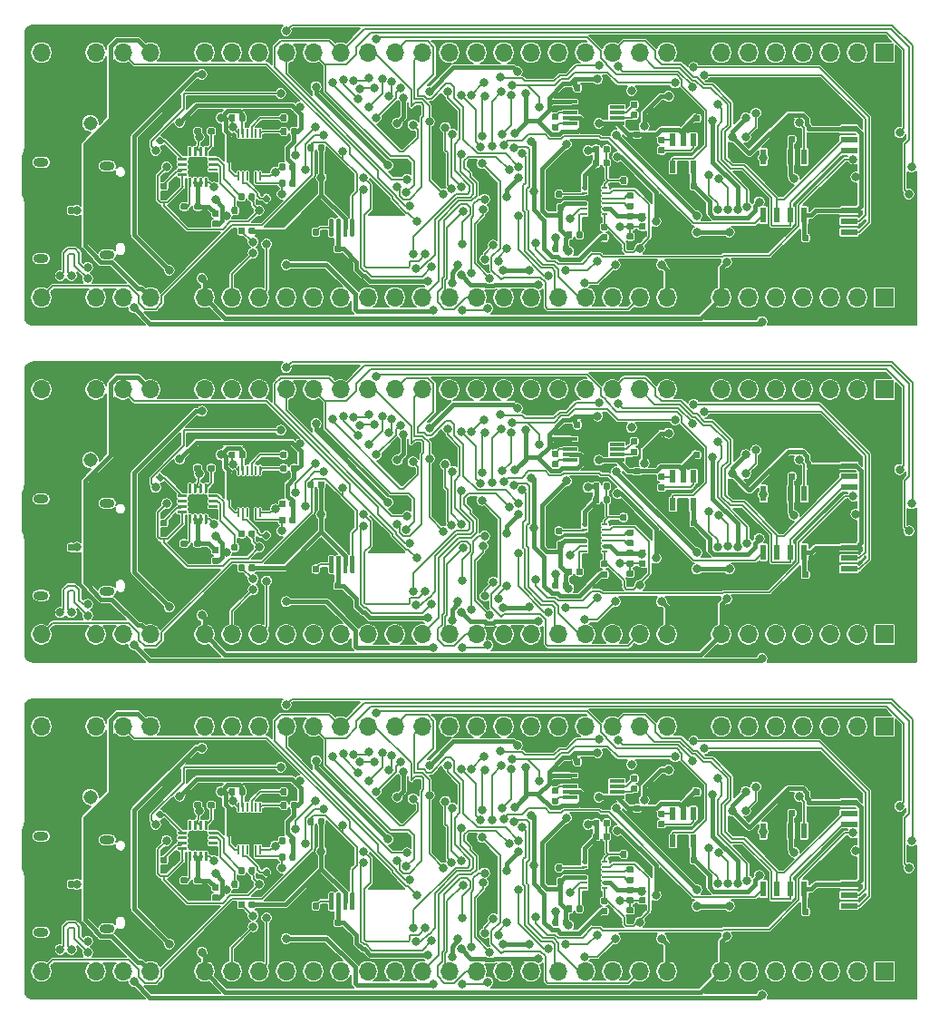
<source format=gbr>
G04 #@! TF.GenerationSoftware,KiCad,Pcbnew,5.1.5+dfsg1-2build2*
G04 #@! TF.CreationDate,2021-03-20T12:23:53+01:00*
G04 #@! TF.ProjectId,ATSAME51J18A-devboard-panel,41545341-4d45-4353-914a-3138412d6465,rev?*
G04 #@! TF.SameCoordinates,Original*
G04 #@! TF.FileFunction,Copper,L2,Bot*
G04 #@! TF.FilePolarity,Positive*
%FSLAX46Y46*%
G04 Gerber Fmt 4.6, Leading zero omitted, Abs format (unit mm)*
G04 Created by KiCad (PCBNEW 5.1.5+dfsg1-2build2) date 2021-03-20 12:23:53*
%MOMM*%
%LPD*%
G04 APERTURE LIST*
%ADD10C,0.150000*%
%ADD11R,0.558800X1.460500*%
%ADD12R,0.500000X0.250000*%
%ADD13C,0.600000*%
%ADD14R,1.000000X2.650000*%
%ADD15R,1.600000X1.600000*%
%ADD16R,1.950000X2.600000*%
%ADD17R,0.675000X0.400000*%
%ADD18R,0.200000X0.200000*%
%ADD19O,0.200000X0.850000*%
%ADD20R,0.975000X1.300000*%
%ADD21R,0.575000X0.400000*%
%ADD22R,1.800000X1.200000*%
%ADD23R,1.550000X0.600000*%
%ADD24R,1.700000X1.700000*%
%ADD25O,1.700000X1.700000*%
%ADD26R,0.600000X1.150000*%
%ADD27O,1.397000X0.812800*%
%ADD28C,1.308000*%
%ADD29R,1.308000X1.308000*%
%ADD30R,1.400000X0.300000*%
%ADD31C,0.800000*%
%ADD32C,0.400000*%
%ADD33C,0.200000*%
%ADD34C,0.127000*%
G04 APERTURE END LIST*
G04 #@! TA.AperFunction,SMDPad,CuDef*
D10*
G36*
X123338959Y-133660729D02*
G01*
X123353277Y-133662853D01*
X123367318Y-133666370D01*
X123380947Y-133671247D01*
X123394032Y-133677436D01*
X123406448Y-133684877D01*
X123418074Y-133693500D01*
X123428799Y-133703221D01*
X123438520Y-133713946D01*
X123447143Y-133725572D01*
X123454584Y-133737988D01*
X123460773Y-133751073D01*
X123465650Y-133764702D01*
X123469167Y-133778743D01*
X123471291Y-133793061D01*
X123472001Y-133807519D01*
X123472001Y-134102519D01*
X123471291Y-134116977D01*
X123469167Y-134131295D01*
X123465650Y-134145336D01*
X123460773Y-134158965D01*
X123454584Y-134172050D01*
X123447143Y-134184466D01*
X123438520Y-134196092D01*
X123428799Y-134206817D01*
X123418074Y-134216538D01*
X123406448Y-134225161D01*
X123394032Y-134232602D01*
X123380947Y-134238791D01*
X123367318Y-134243668D01*
X123353277Y-134247185D01*
X123338959Y-134249309D01*
X123324501Y-134250019D01*
X122979501Y-134250019D01*
X122965043Y-134249309D01*
X122950725Y-134247185D01*
X122936684Y-134243668D01*
X122923055Y-134238791D01*
X122909970Y-134232602D01*
X122897554Y-134225161D01*
X122885928Y-134216538D01*
X122875203Y-134206817D01*
X122865482Y-134196092D01*
X122856859Y-134184466D01*
X122849418Y-134172050D01*
X122843229Y-134158965D01*
X122838352Y-134145336D01*
X122834835Y-134131295D01*
X122832711Y-134116977D01*
X122832001Y-134102519D01*
X122832001Y-133807519D01*
X122832711Y-133793061D01*
X122834835Y-133778743D01*
X122838352Y-133764702D01*
X122843229Y-133751073D01*
X122849418Y-133737988D01*
X122856859Y-133725572D01*
X122865482Y-133713946D01*
X122875203Y-133703221D01*
X122885928Y-133693500D01*
X122897554Y-133684877D01*
X122909970Y-133677436D01*
X122923055Y-133671247D01*
X122936684Y-133666370D01*
X122950725Y-133662853D01*
X122965043Y-133660729D01*
X122979501Y-133660019D01*
X123324501Y-133660019D01*
X123338959Y-133660729D01*
G37*
G04 #@! TD.AperFunction*
G04 #@! TA.AperFunction,SMDPad,CuDef*
G36*
X123338959Y-132690729D02*
G01*
X123353277Y-132692853D01*
X123367318Y-132696370D01*
X123380947Y-132701247D01*
X123394032Y-132707436D01*
X123406448Y-132714877D01*
X123418074Y-132723500D01*
X123428799Y-132733221D01*
X123438520Y-132743946D01*
X123447143Y-132755572D01*
X123454584Y-132767988D01*
X123460773Y-132781073D01*
X123465650Y-132794702D01*
X123469167Y-132808743D01*
X123471291Y-132823061D01*
X123472001Y-132837519D01*
X123472001Y-133132519D01*
X123471291Y-133146977D01*
X123469167Y-133161295D01*
X123465650Y-133175336D01*
X123460773Y-133188965D01*
X123454584Y-133202050D01*
X123447143Y-133214466D01*
X123438520Y-133226092D01*
X123428799Y-133236817D01*
X123418074Y-133246538D01*
X123406448Y-133255161D01*
X123394032Y-133262602D01*
X123380947Y-133268791D01*
X123367318Y-133273668D01*
X123353277Y-133277185D01*
X123338959Y-133279309D01*
X123324501Y-133280019D01*
X122979501Y-133280019D01*
X122965043Y-133279309D01*
X122950725Y-133277185D01*
X122936684Y-133273668D01*
X122923055Y-133268791D01*
X122909970Y-133262602D01*
X122897554Y-133255161D01*
X122885928Y-133246538D01*
X122875203Y-133236817D01*
X122865482Y-133226092D01*
X122856859Y-133214466D01*
X122849418Y-133202050D01*
X122843229Y-133188965D01*
X122838352Y-133175336D01*
X122834835Y-133161295D01*
X122832711Y-133146977D01*
X122832001Y-133132519D01*
X122832001Y-132837519D01*
X122832711Y-132823061D01*
X122834835Y-132808743D01*
X122838352Y-132794702D01*
X122843229Y-132781073D01*
X122849418Y-132767988D01*
X122856859Y-132755572D01*
X122865482Y-132743946D01*
X122875203Y-132733221D01*
X122885928Y-132723500D01*
X122897554Y-132714877D01*
X122909970Y-132707436D01*
X122923055Y-132701247D01*
X122936684Y-132696370D01*
X122950725Y-132692853D01*
X122965043Y-132690729D01*
X122979501Y-132690019D01*
X123324501Y-132690019D01*
X123338959Y-132690729D01*
G37*
G04 #@! TD.AperFunction*
G04 #@! TA.AperFunction,SMDPad,CuDef*
G36*
X122068959Y-122530729D02*
G01*
X122083277Y-122532853D01*
X122097318Y-122536370D01*
X122110947Y-122541247D01*
X122124032Y-122547436D01*
X122136448Y-122554877D01*
X122148074Y-122563500D01*
X122158799Y-122573221D01*
X122168520Y-122583946D01*
X122177143Y-122595572D01*
X122184584Y-122607988D01*
X122190773Y-122621073D01*
X122195650Y-122634702D01*
X122199167Y-122648743D01*
X122201291Y-122663061D01*
X122202001Y-122677519D01*
X122202001Y-122972519D01*
X122201291Y-122986977D01*
X122199167Y-123001295D01*
X122195650Y-123015336D01*
X122190773Y-123028965D01*
X122184584Y-123042050D01*
X122177143Y-123054466D01*
X122168520Y-123066092D01*
X122158799Y-123076817D01*
X122148074Y-123086538D01*
X122136448Y-123095161D01*
X122124032Y-123102602D01*
X122110947Y-123108791D01*
X122097318Y-123113668D01*
X122083277Y-123117185D01*
X122068959Y-123119309D01*
X122054501Y-123120019D01*
X121709501Y-123120019D01*
X121695043Y-123119309D01*
X121680725Y-123117185D01*
X121666684Y-123113668D01*
X121653055Y-123108791D01*
X121639970Y-123102602D01*
X121627554Y-123095161D01*
X121615928Y-123086538D01*
X121605203Y-123076817D01*
X121595482Y-123066092D01*
X121586859Y-123054466D01*
X121579418Y-123042050D01*
X121573229Y-123028965D01*
X121568352Y-123015336D01*
X121564835Y-123001295D01*
X121562711Y-122986977D01*
X121562001Y-122972519D01*
X121562001Y-122677519D01*
X121562711Y-122663061D01*
X121564835Y-122648743D01*
X121568352Y-122634702D01*
X121573229Y-122621073D01*
X121579418Y-122607988D01*
X121586859Y-122595572D01*
X121595482Y-122583946D01*
X121605203Y-122573221D01*
X121615928Y-122563500D01*
X121627554Y-122554877D01*
X121639970Y-122547436D01*
X121653055Y-122541247D01*
X121666684Y-122536370D01*
X121680725Y-122532853D01*
X121695043Y-122530729D01*
X121709501Y-122530019D01*
X122054501Y-122530019D01*
X122068959Y-122530729D01*
G37*
G04 #@! TD.AperFunction*
G04 #@! TA.AperFunction,SMDPad,CuDef*
G36*
X122068959Y-123500729D02*
G01*
X122083277Y-123502853D01*
X122097318Y-123506370D01*
X122110947Y-123511247D01*
X122124032Y-123517436D01*
X122136448Y-123524877D01*
X122148074Y-123533500D01*
X122158799Y-123543221D01*
X122168520Y-123553946D01*
X122177143Y-123565572D01*
X122184584Y-123577988D01*
X122190773Y-123591073D01*
X122195650Y-123604702D01*
X122199167Y-123618743D01*
X122201291Y-123633061D01*
X122202001Y-123647519D01*
X122202001Y-123942519D01*
X122201291Y-123956977D01*
X122199167Y-123971295D01*
X122195650Y-123985336D01*
X122190773Y-123998965D01*
X122184584Y-124012050D01*
X122177143Y-124024466D01*
X122168520Y-124036092D01*
X122158799Y-124046817D01*
X122148074Y-124056538D01*
X122136448Y-124065161D01*
X122124032Y-124072602D01*
X122110947Y-124078791D01*
X122097318Y-124083668D01*
X122083277Y-124087185D01*
X122068959Y-124089309D01*
X122054501Y-124090019D01*
X121709501Y-124090019D01*
X121695043Y-124089309D01*
X121680725Y-124087185D01*
X121666684Y-124083668D01*
X121653055Y-124078791D01*
X121639970Y-124072602D01*
X121627554Y-124065161D01*
X121615928Y-124056538D01*
X121605203Y-124046817D01*
X121595482Y-124036092D01*
X121586859Y-124024466D01*
X121579418Y-124012050D01*
X121573229Y-123998965D01*
X121568352Y-123985336D01*
X121564835Y-123971295D01*
X121562711Y-123956977D01*
X121562001Y-123942519D01*
X121562001Y-123647519D01*
X121562711Y-123633061D01*
X121564835Y-123618743D01*
X121568352Y-123604702D01*
X121573229Y-123591073D01*
X121579418Y-123577988D01*
X121586859Y-123565572D01*
X121595482Y-123553946D01*
X121605203Y-123543221D01*
X121615928Y-123533500D01*
X121627554Y-123524877D01*
X121639970Y-123517436D01*
X121653055Y-123511247D01*
X121666684Y-123506370D01*
X121680725Y-123502853D01*
X121695043Y-123500729D01*
X121709501Y-123500019D01*
X122054501Y-123500019D01*
X122068959Y-123500729D01*
G37*
G04 #@! TD.AperFunction*
G04 #@! TA.AperFunction,SMDPad,CuDef*
G36*
X77570959Y-132134729D02*
G01*
X77585277Y-132136853D01*
X77599318Y-132140370D01*
X77612947Y-132145247D01*
X77626032Y-132151436D01*
X77638448Y-132158877D01*
X77650074Y-132167500D01*
X77660799Y-132177221D01*
X77670520Y-132187946D01*
X77679143Y-132199572D01*
X77686584Y-132211988D01*
X77692773Y-132225073D01*
X77697650Y-132238702D01*
X77701167Y-132252743D01*
X77703291Y-132267061D01*
X77704001Y-132281519D01*
X77704001Y-132626519D01*
X77703291Y-132640977D01*
X77701167Y-132655295D01*
X77697650Y-132669336D01*
X77692773Y-132682965D01*
X77686584Y-132696050D01*
X77679143Y-132708466D01*
X77670520Y-132720092D01*
X77660799Y-132730817D01*
X77650074Y-132740538D01*
X77638448Y-132749161D01*
X77626032Y-132756602D01*
X77612947Y-132762791D01*
X77599318Y-132767668D01*
X77585277Y-132771185D01*
X77570959Y-132773309D01*
X77556501Y-132774019D01*
X77261501Y-132774019D01*
X77247043Y-132773309D01*
X77232725Y-132771185D01*
X77218684Y-132767668D01*
X77205055Y-132762791D01*
X77191970Y-132756602D01*
X77179554Y-132749161D01*
X77167928Y-132740538D01*
X77157203Y-132730817D01*
X77147482Y-132720092D01*
X77138859Y-132708466D01*
X77131418Y-132696050D01*
X77125229Y-132682965D01*
X77120352Y-132669336D01*
X77116835Y-132655295D01*
X77114711Y-132640977D01*
X77114001Y-132626519D01*
X77114001Y-132281519D01*
X77114711Y-132267061D01*
X77116835Y-132252743D01*
X77120352Y-132238702D01*
X77125229Y-132225073D01*
X77131418Y-132211988D01*
X77138859Y-132199572D01*
X77147482Y-132187946D01*
X77157203Y-132177221D01*
X77167928Y-132167500D01*
X77179554Y-132158877D01*
X77191970Y-132151436D01*
X77205055Y-132145247D01*
X77218684Y-132140370D01*
X77232725Y-132136853D01*
X77247043Y-132134729D01*
X77261501Y-132134019D01*
X77556501Y-132134019D01*
X77570959Y-132134729D01*
G37*
G04 #@! TD.AperFunction*
G04 #@! TA.AperFunction,SMDPad,CuDef*
G36*
X76600959Y-132134729D02*
G01*
X76615277Y-132136853D01*
X76629318Y-132140370D01*
X76642947Y-132145247D01*
X76656032Y-132151436D01*
X76668448Y-132158877D01*
X76680074Y-132167500D01*
X76690799Y-132177221D01*
X76700520Y-132187946D01*
X76709143Y-132199572D01*
X76716584Y-132211988D01*
X76722773Y-132225073D01*
X76727650Y-132238702D01*
X76731167Y-132252743D01*
X76733291Y-132267061D01*
X76734001Y-132281519D01*
X76734001Y-132626519D01*
X76733291Y-132640977D01*
X76731167Y-132655295D01*
X76727650Y-132669336D01*
X76722773Y-132682965D01*
X76716584Y-132696050D01*
X76709143Y-132708466D01*
X76700520Y-132720092D01*
X76690799Y-132730817D01*
X76680074Y-132740538D01*
X76668448Y-132749161D01*
X76656032Y-132756602D01*
X76642947Y-132762791D01*
X76629318Y-132767668D01*
X76615277Y-132771185D01*
X76600959Y-132773309D01*
X76586501Y-132774019D01*
X76291501Y-132774019D01*
X76277043Y-132773309D01*
X76262725Y-132771185D01*
X76248684Y-132767668D01*
X76235055Y-132762791D01*
X76221970Y-132756602D01*
X76209554Y-132749161D01*
X76197928Y-132740538D01*
X76187203Y-132730817D01*
X76177482Y-132720092D01*
X76168859Y-132708466D01*
X76161418Y-132696050D01*
X76155229Y-132682965D01*
X76150352Y-132669336D01*
X76146835Y-132655295D01*
X76144711Y-132640977D01*
X76144001Y-132626519D01*
X76144001Y-132281519D01*
X76144711Y-132267061D01*
X76146835Y-132252743D01*
X76150352Y-132238702D01*
X76155229Y-132225073D01*
X76161418Y-132211988D01*
X76168859Y-132199572D01*
X76177482Y-132187946D01*
X76187203Y-132177221D01*
X76197928Y-132167500D01*
X76209554Y-132158877D01*
X76221970Y-132151436D01*
X76235055Y-132145247D01*
X76248684Y-132140370D01*
X76262725Y-132136853D01*
X76277043Y-132134729D01*
X76291501Y-132134019D01*
X76586501Y-132134019D01*
X76600959Y-132134729D01*
G37*
G04 #@! TD.AperFunction*
G04 #@! TA.AperFunction,SMDPad,CuDef*
G36*
X106955959Y-129723729D02*
G01*
X106970277Y-129725853D01*
X106984318Y-129729370D01*
X106997947Y-129734247D01*
X107011032Y-129740436D01*
X107023448Y-129747877D01*
X107035074Y-129756500D01*
X107045799Y-129766221D01*
X107055520Y-129776946D01*
X107064143Y-129788572D01*
X107071584Y-129800988D01*
X107077773Y-129814073D01*
X107082650Y-129827702D01*
X107086167Y-129841743D01*
X107088291Y-129856061D01*
X107089001Y-129870519D01*
X107089001Y-130165519D01*
X107088291Y-130179977D01*
X107086167Y-130194295D01*
X107082650Y-130208336D01*
X107077773Y-130221965D01*
X107071584Y-130235050D01*
X107064143Y-130247466D01*
X107055520Y-130259092D01*
X107045799Y-130269817D01*
X107035074Y-130279538D01*
X107023448Y-130288161D01*
X107011032Y-130295602D01*
X106997947Y-130301791D01*
X106984318Y-130306668D01*
X106970277Y-130310185D01*
X106955959Y-130312309D01*
X106941501Y-130313019D01*
X106596501Y-130313019D01*
X106582043Y-130312309D01*
X106567725Y-130310185D01*
X106553684Y-130306668D01*
X106540055Y-130301791D01*
X106526970Y-130295602D01*
X106514554Y-130288161D01*
X106502928Y-130279538D01*
X106492203Y-130269817D01*
X106482482Y-130259092D01*
X106473859Y-130247466D01*
X106466418Y-130235050D01*
X106460229Y-130221965D01*
X106455352Y-130208336D01*
X106451835Y-130194295D01*
X106449711Y-130179977D01*
X106449001Y-130165519D01*
X106449001Y-129870519D01*
X106449711Y-129856061D01*
X106451835Y-129841743D01*
X106455352Y-129827702D01*
X106460229Y-129814073D01*
X106466418Y-129800988D01*
X106473859Y-129788572D01*
X106482482Y-129776946D01*
X106492203Y-129766221D01*
X106502928Y-129756500D01*
X106514554Y-129747877D01*
X106526970Y-129740436D01*
X106540055Y-129734247D01*
X106553684Y-129729370D01*
X106567725Y-129725853D01*
X106582043Y-129723729D01*
X106596501Y-129723019D01*
X106941501Y-129723019D01*
X106955959Y-129723729D01*
G37*
G04 #@! TD.AperFunction*
G04 #@! TA.AperFunction,SMDPad,CuDef*
G36*
X106955959Y-128753729D02*
G01*
X106970277Y-128755853D01*
X106984318Y-128759370D01*
X106997947Y-128764247D01*
X107011032Y-128770436D01*
X107023448Y-128777877D01*
X107035074Y-128786500D01*
X107045799Y-128796221D01*
X107055520Y-128806946D01*
X107064143Y-128818572D01*
X107071584Y-128830988D01*
X107077773Y-128844073D01*
X107082650Y-128857702D01*
X107086167Y-128871743D01*
X107088291Y-128886061D01*
X107089001Y-128900519D01*
X107089001Y-129195519D01*
X107088291Y-129209977D01*
X107086167Y-129224295D01*
X107082650Y-129238336D01*
X107077773Y-129251965D01*
X107071584Y-129265050D01*
X107064143Y-129277466D01*
X107055520Y-129289092D01*
X107045799Y-129299817D01*
X107035074Y-129309538D01*
X107023448Y-129318161D01*
X107011032Y-129325602D01*
X106997947Y-129331791D01*
X106984318Y-129336668D01*
X106970277Y-129340185D01*
X106955959Y-129342309D01*
X106941501Y-129343019D01*
X106596501Y-129343019D01*
X106582043Y-129342309D01*
X106567725Y-129340185D01*
X106553684Y-129336668D01*
X106540055Y-129331791D01*
X106526970Y-129325602D01*
X106514554Y-129318161D01*
X106502928Y-129309538D01*
X106492203Y-129299817D01*
X106482482Y-129289092D01*
X106473859Y-129277466D01*
X106466418Y-129265050D01*
X106460229Y-129251965D01*
X106455352Y-129238336D01*
X106451835Y-129224295D01*
X106449711Y-129209977D01*
X106449001Y-129195519D01*
X106449001Y-128900519D01*
X106449711Y-128886061D01*
X106451835Y-128871743D01*
X106455352Y-128857702D01*
X106460229Y-128844073D01*
X106466418Y-128830988D01*
X106473859Y-128818572D01*
X106482482Y-128806946D01*
X106492203Y-128796221D01*
X106502928Y-128786500D01*
X106514554Y-128777877D01*
X106526970Y-128770436D01*
X106540055Y-128764247D01*
X106553684Y-128759370D01*
X106567725Y-128755853D01*
X106582043Y-128753729D01*
X106596501Y-128753019D01*
X106941501Y-128753019D01*
X106955959Y-128753729D01*
G37*
G04 #@! TD.AperFunction*
G04 #@! TA.AperFunction,SMDPad,CuDef*
G36*
X113178958Y-121514729D02*
G01*
X113193276Y-121516853D01*
X113207317Y-121520370D01*
X113220946Y-121525247D01*
X113234031Y-121531436D01*
X113246447Y-121538877D01*
X113258073Y-121547500D01*
X113268798Y-121557221D01*
X113278519Y-121567946D01*
X113287142Y-121579572D01*
X113294583Y-121591988D01*
X113300772Y-121605073D01*
X113305649Y-121618702D01*
X113309166Y-121632743D01*
X113311290Y-121647061D01*
X113312000Y-121661519D01*
X113312000Y-121956519D01*
X113311290Y-121970977D01*
X113309166Y-121985295D01*
X113305649Y-121999336D01*
X113300772Y-122012965D01*
X113294583Y-122026050D01*
X113287142Y-122038466D01*
X113278519Y-122050092D01*
X113268798Y-122060817D01*
X113258073Y-122070538D01*
X113246447Y-122079161D01*
X113234031Y-122086602D01*
X113220946Y-122092791D01*
X113207317Y-122097668D01*
X113193276Y-122101185D01*
X113178958Y-122103309D01*
X113164500Y-122104019D01*
X112819500Y-122104019D01*
X112805042Y-122103309D01*
X112790724Y-122101185D01*
X112776683Y-122097668D01*
X112763054Y-122092791D01*
X112749969Y-122086602D01*
X112737553Y-122079161D01*
X112725927Y-122070538D01*
X112715202Y-122060817D01*
X112705481Y-122050092D01*
X112696858Y-122038466D01*
X112689417Y-122026050D01*
X112683228Y-122012965D01*
X112678351Y-121999336D01*
X112674834Y-121985295D01*
X112672710Y-121970977D01*
X112672000Y-121956519D01*
X112672000Y-121661519D01*
X112672710Y-121647061D01*
X112674834Y-121632743D01*
X112678351Y-121618702D01*
X112683228Y-121605073D01*
X112689417Y-121591988D01*
X112696858Y-121579572D01*
X112705481Y-121567946D01*
X112715202Y-121557221D01*
X112725927Y-121547500D01*
X112737553Y-121538877D01*
X112749969Y-121531436D01*
X112763054Y-121525247D01*
X112776683Y-121520370D01*
X112790724Y-121516853D01*
X112805042Y-121514729D01*
X112819500Y-121514019D01*
X113164500Y-121514019D01*
X113178958Y-121514729D01*
G37*
G04 #@! TD.AperFunction*
G04 #@! TA.AperFunction,SMDPad,CuDef*
G36*
X113178958Y-122484729D02*
G01*
X113193276Y-122486853D01*
X113207317Y-122490370D01*
X113220946Y-122495247D01*
X113234031Y-122501436D01*
X113246447Y-122508877D01*
X113258073Y-122517500D01*
X113268798Y-122527221D01*
X113278519Y-122537946D01*
X113287142Y-122549572D01*
X113294583Y-122561988D01*
X113300772Y-122575073D01*
X113305649Y-122588702D01*
X113309166Y-122602743D01*
X113311290Y-122617061D01*
X113312000Y-122631519D01*
X113312000Y-122926519D01*
X113311290Y-122940977D01*
X113309166Y-122955295D01*
X113305649Y-122969336D01*
X113300772Y-122982965D01*
X113294583Y-122996050D01*
X113287142Y-123008466D01*
X113278519Y-123020092D01*
X113268798Y-123030817D01*
X113258073Y-123040538D01*
X113246447Y-123049161D01*
X113234031Y-123056602D01*
X113220946Y-123062791D01*
X113207317Y-123067668D01*
X113193276Y-123071185D01*
X113178958Y-123073309D01*
X113164500Y-123074019D01*
X112819500Y-123074019D01*
X112805042Y-123073309D01*
X112790724Y-123071185D01*
X112776683Y-123067668D01*
X112763054Y-123062791D01*
X112749969Y-123056602D01*
X112737553Y-123049161D01*
X112725927Y-123040538D01*
X112715202Y-123030817D01*
X112705481Y-123020092D01*
X112696858Y-123008466D01*
X112689417Y-122996050D01*
X112683228Y-122982965D01*
X112678351Y-122969336D01*
X112674834Y-122955295D01*
X112672710Y-122940977D01*
X112672000Y-122926519D01*
X112672000Y-122631519D01*
X112672710Y-122617061D01*
X112674834Y-122602743D01*
X112678351Y-122588702D01*
X112683228Y-122575073D01*
X112689417Y-122561988D01*
X112696858Y-122549572D01*
X112705481Y-122537946D01*
X112715202Y-122527221D01*
X112725927Y-122517500D01*
X112737553Y-122508877D01*
X112749969Y-122501436D01*
X112763054Y-122495247D01*
X112776683Y-122490370D01*
X112790724Y-122486853D01*
X112805042Y-122484729D01*
X112819500Y-122484019D01*
X113164500Y-122484019D01*
X113178958Y-122484729D01*
G37*
G04 #@! TD.AperFunction*
G04 #@! TA.AperFunction,SMDPad,CuDef*
G36*
X99460959Y-129848729D02*
G01*
X99475277Y-129850853D01*
X99489318Y-129854370D01*
X99502947Y-129859247D01*
X99516032Y-129865436D01*
X99528448Y-129872877D01*
X99540074Y-129881500D01*
X99550799Y-129891221D01*
X99560520Y-129901946D01*
X99569143Y-129913572D01*
X99576584Y-129925988D01*
X99582773Y-129939073D01*
X99587650Y-129952702D01*
X99591167Y-129966743D01*
X99593291Y-129981061D01*
X99594001Y-129995519D01*
X99594001Y-130340519D01*
X99593291Y-130354977D01*
X99591167Y-130369295D01*
X99587650Y-130383336D01*
X99582773Y-130396965D01*
X99576584Y-130410050D01*
X99569143Y-130422466D01*
X99560520Y-130434092D01*
X99550799Y-130444817D01*
X99540074Y-130454538D01*
X99528448Y-130463161D01*
X99516032Y-130470602D01*
X99502947Y-130476791D01*
X99489318Y-130481668D01*
X99475277Y-130485185D01*
X99460959Y-130487309D01*
X99446501Y-130488019D01*
X99151501Y-130488019D01*
X99137043Y-130487309D01*
X99122725Y-130485185D01*
X99108684Y-130481668D01*
X99095055Y-130476791D01*
X99081970Y-130470602D01*
X99069554Y-130463161D01*
X99057928Y-130454538D01*
X99047203Y-130444817D01*
X99037482Y-130434092D01*
X99028859Y-130422466D01*
X99021418Y-130410050D01*
X99015229Y-130396965D01*
X99010352Y-130383336D01*
X99006835Y-130369295D01*
X99004711Y-130354977D01*
X99004001Y-130340519D01*
X99004001Y-129995519D01*
X99004711Y-129981061D01*
X99006835Y-129966743D01*
X99010352Y-129952702D01*
X99015229Y-129939073D01*
X99021418Y-129925988D01*
X99028859Y-129913572D01*
X99037482Y-129901946D01*
X99047203Y-129891221D01*
X99057928Y-129881500D01*
X99069554Y-129872877D01*
X99081970Y-129865436D01*
X99095055Y-129859247D01*
X99108684Y-129854370D01*
X99122725Y-129850853D01*
X99137043Y-129848729D01*
X99151501Y-129848019D01*
X99446501Y-129848019D01*
X99460959Y-129848729D01*
G37*
G04 #@! TD.AperFunction*
G04 #@! TA.AperFunction,SMDPad,CuDef*
G36*
X100430959Y-129848729D02*
G01*
X100445277Y-129850853D01*
X100459318Y-129854370D01*
X100472947Y-129859247D01*
X100486032Y-129865436D01*
X100498448Y-129872877D01*
X100510074Y-129881500D01*
X100520799Y-129891221D01*
X100530520Y-129901946D01*
X100539143Y-129913572D01*
X100546584Y-129925988D01*
X100552773Y-129939073D01*
X100557650Y-129952702D01*
X100561167Y-129966743D01*
X100563291Y-129981061D01*
X100564001Y-129995519D01*
X100564001Y-130340519D01*
X100563291Y-130354977D01*
X100561167Y-130369295D01*
X100557650Y-130383336D01*
X100552773Y-130396965D01*
X100546584Y-130410050D01*
X100539143Y-130422466D01*
X100530520Y-130434092D01*
X100520799Y-130444817D01*
X100510074Y-130454538D01*
X100498448Y-130463161D01*
X100486032Y-130470602D01*
X100472947Y-130476791D01*
X100459318Y-130481668D01*
X100445277Y-130485185D01*
X100430959Y-130487309D01*
X100416501Y-130488019D01*
X100121501Y-130488019D01*
X100107043Y-130487309D01*
X100092725Y-130485185D01*
X100078684Y-130481668D01*
X100065055Y-130476791D01*
X100051970Y-130470602D01*
X100039554Y-130463161D01*
X100027928Y-130454538D01*
X100017203Y-130444817D01*
X100007482Y-130434092D01*
X99998859Y-130422466D01*
X99991418Y-130410050D01*
X99985229Y-130396965D01*
X99980352Y-130383336D01*
X99976835Y-130369295D01*
X99974711Y-130354977D01*
X99974001Y-130340519D01*
X99974001Y-129995519D01*
X99974711Y-129981061D01*
X99976835Y-129966743D01*
X99980352Y-129952702D01*
X99985229Y-129939073D01*
X99991418Y-129925988D01*
X99998859Y-129913572D01*
X100007482Y-129901946D01*
X100017203Y-129891221D01*
X100027928Y-129881500D01*
X100039554Y-129872877D01*
X100051970Y-129865436D01*
X100065055Y-129859247D01*
X100078684Y-129854370D01*
X100092725Y-129850853D01*
X100107043Y-129848729D01*
X100121501Y-129848019D01*
X100416501Y-129848019D01*
X100430959Y-129848729D01*
G37*
G04 #@! TD.AperFunction*
G04 #@! TA.AperFunction,SMDPad,CuDef*
G36*
X79650959Y-133706729D02*
G01*
X79665277Y-133708853D01*
X79679318Y-133712370D01*
X79692947Y-133717247D01*
X79706032Y-133723436D01*
X79718448Y-133730877D01*
X79730074Y-133739500D01*
X79740799Y-133749221D01*
X79750520Y-133759946D01*
X79759143Y-133771572D01*
X79766584Y-133783988D01*
X79772773Y-133797073D01*
X79777650Y-133810702D01*
X79781167Y-133824743D01*
X79783291Y-133839061D01*
X79784001Y-133853519D01*
X79784001Y-134148519D01*
X79783291Y-134162977D01*
X79781167Y-134177295D01*
X79777650Y-134191336D01*
X79772773Y-134204965D01*
X79766584Y-134218050D01*
X79759143Y-134230466D01*
X79750520Y-134242092D01*
X79740799Y-134252817D01*
X79730074Y-134262538D01*
X79718448Y-134271161D01*
X79706032Y-134278602D01*
X79692947Y-134284791D01*
X79679318Y-134289668D01*
X79665277Y-134293185D01*
X79650959Y-134295309D01*
X79636501Y-134296019D01*
X79291501Y-134296019D01*
X79277043Y-134295309D01*
X79262725Y-134293185D01*
X79248684Y-134289668D01*
X79235055Y-134284791D01*
X79221970Y-134278602D01*
X79209554Y-134271161D01*
X79197928Y-134262538D01*
X79187203Y-134252817D01*
X79177482Y-134242092D01*
X79168859Y-134230466D01*
X79161418Y-134218050D01*
X79155229Y-134204965D01*
X79150352Y-134191336D01*
X79146835Y-134177295D01*
X79144711Y-134162977D01*
X79144001Y-134148519D01*
X79144001Y-133853519D01*
X79144711Y-133839061D01*
X79146835Y-133824743D01*
X79150352Y-133810702D01*
X79155229Y-133797073D01*
X79161418Y-133783988D01*
X79168859Y-133771572D01*
X79177482Y-133759946D01*
X79187203Y-133749221D01*
X79197928Y-133739500D01*
X79209554Y-133730877D01*
X79221970Y-133723436D01*
X79235055Y-133717247D01*
X79248684Y-133712370D01*
X79262725Y-133708853D01*
X79277043Y-133706729D01*
X79291501Y-133706019D01*
X79636501Y-133706019D01*
X79650959Y-133706729D01*
G37*
G04 #@! TD.AperFunction*
G04 #@! TA.AperFunction,SMDPad,CuDef*
G36*
X79650959Y-134676729D02*
G01*
X79665277Y-134678853D01*
X79679318Y-134682370D01*
X79692947Y-134687247D01*
X79706032Y-134693436D01*
X79718448Y-134700877D01*
X79730074Y-134709500D01*
X79740799Y-134719221D01*
X79750520Y-134729946D01*
X79759143Y-134741572D01*
X79766584Y-134753988D01*
X79772773Y-134767073D01*
X79777650Y-134780702D01*
X79781167Y-134794743D01*
X79783291Y-134809061D01*
X79784001Y-134823519D01*
X79784001Y-135118519D01*
X79783291Y-135132977D01*
X79781167Y-135147295D01*
X79777650Y-135161336D01*
X79772773Y-135174965D01*
X79766584Y-135188050D01*
X79759143Y-135200466D01*
X79750520Y-135212092D01*
X79740799Y-135222817D01*
X79730074Y-135232538D01*
X79718448Y-135241161D01*
X79706032Y-135248602D01*
X79692947Y-135254791D01*
X79679318Y-135259668D01*
X79665277Y-135263185D01*
X79650959Y-135265309D01*
X79636501Y-135266019D01*
X79291501Y-135266019D01*
X79277043Y-135265309D01*
X79262725Y-135263185D01*
X79248684Y-135259668D01*
X79235055Y-135254791D01*
X79221970Y-135248602D01*
X79209554Y-135241161D01*
X79197928Y-135232538D01*
X79187203Y-135222817D01*
X79177482Y-135212092D01*
X79168859Y-135200466D01*
X79161418Y-135188050D01*
X79155229Y-135174965D01*
X79150352Y-135161336D01*
X79146835Y-135147295D01*
X79144711Y-135132977D01*
X79144001Y-135118519D01*
X79144001Y-134823519D01*
X79144711Y-134809061D01*
X79146835Y-134794743D01*
X79150352Y-134780702D01*
X79155229Y-134767073D01*
X79161418Y-134753988D01*
X79168859Y-134741572D01*
X79177482Y-134729946D01*
X79187203Y-134719221D01*
X79197928Y-134709500D01*
X79209554Y-134700877D01*
X79221970Y-134693436D01*
X79235055Y-134687247D01*
X79248684Y-134682370D01*
X79262725Y-134678853D01*
X79277043Y-134676729D01*
X79291501Y-134676019D01*
X79636501Y-134676019D01*
X79650959Y-134676729D01*
G37*
G04 #@! TD.AperFunction*
G04 #@! TA.AperFunction,SMDPad,CuDef*
G36*
X100303959Y-128578729D02*
G01*
X100318277Y-128580853D01*
X100332318Y-128584370D01*
X100345947Y-128589247D01*
X100359032Y-128595436D01*
X100371448Y-128602877D01*
X100383074Y-128611500D01*
X100393799Y-128621221D01*
X100403520Y-128631946D01*
X100412143Y-128643572D01*
X100419584Y-128655988D01*
X100425773Y-128669073D01*
X100430650Y-128682702D01*
X100434167Y-128696743D01*
X100436291Y-128711061D01*
X100437001Y-128725519D01*
X100437001Y-129070519D01*
X100436291Y-129084977D01*
X100434167Y-129099295D01*
X100430650Y-129113336D01*
X100425773Y-129126965D01*
X100419584Y-129140050D01*
X100412143Y-129152466D01*
X100403520Y-129164092D01*
X100393799Y-129174817D01*
X100383074Y-129184538D01*
X100371448Y-129193161D01*
X100359032Y-129200602D01*
X100345947Y-129206791D01*
X100332318Y-129211668D01*
X100318277Y-129215185D01*
X100303959Y-129217309D01*
X100289501Y-129218019D01*
X99994501Y-129218019D01*
X99980043Y-129217309D01*
X99965725Y-129215185D01*
X99951684Y-129211668D01*
X99938055Y-129206791D01*
X99924970Y-129200602D01*
X99912554Y-129193161D01*
X99900928Y-129184538D01*
X99890203Y-129174817D01*
X99880482Y-129164092D01*
X99871859Y-129152466D01*
X99864418Y-129140050D01*
X99858229Y-129126965D01*
X99853352Y-129113336D01*
X99849835Y-129099295D01*
X99847711Y-129084977D01*
X99847001Y-129070519D01*
X99847001Y-128725519D01*
X99847711Y-128711061D01*
X99849835Y-128696743D01*
X99853352Y-128682702D01*
X99858229Y-128669073D01*
X99864418Y-128655988D01*
X99871859Y-128643572D01*
X99880482Y-128631946D01*
X99890203Y-128621221D01*
X99900928Y-128611500D01*
X99912554Y-128602877D01*
X99924970Y-128595436D01*
X99938055Y-128589247D01*
X99951684Y-128584370D01*
X99965725Y-128580853D01*
X99980043Y-128578729D01*
X99994501Y-128578019D01*
X100289501Y-128578019D01*
X100303959Y-128578729D01*
G37*
G04 #@! TD.AperFunction*
G04 #@! TA.AperFunction,SMDPad,CuDef*
G36*
X99333959Y-128578729D02*
G01*
X99348277Y-128580853D01*
X99362318Y-128584370D01*
X99375947Y-128589247D01*
X99389032Y-128595436D01*
X99401448Y-128602877D01*
X99413074Y-128611500D01*
X99423799Y-128621221D01*
X99433520Y-128631946D01*
X99442143Y-128643572D01*
X99449584Y-128655988D01*
X99455773Y-128669073D01*
X99460650Y-128682702D01*
X99464167Y-128696743D01*
X99466291Y-128711061D01*
X99467001Y-128725519D01*
X99467001Y-129070519D01*
X99466291Y-129084977D01*
X99464167Y-129099295D01*
X99460650Y-129113336D01*
X99455773Y-129126965D01*
X99449584Y-129140050D01*
X99442143Y-129152466D01*
X99433520Y-129164092D01*
X99423799Y-129174817D01*
X99413074Y-129184538D01*
X99401448Y-129193161D01*
X99389032Y-129200602D01*
X99375947Y-129206791D01*
X99362318Y-129211668D01*
X99348277Y-129215185D01*
X99333959Y-129217309D01*
X99319501Y-129218019D01*
X99024501Y-129218019D01*
X99010043Y-129217309D01*
X98995725Y-129215185D01*
X98981684Y-129211668D01*
X98968055Y-129206791D01*
X98954970Y-129200602D01*
X98942554Y-129193161D01*
X98930928Y-129184538D01*
X98920203Y-129174817D01*
X98910482Y-129164092D01*
X98901859Y-129152466D01*
X98894418Y-129140050D01*
X98888229Y-129126965D01*
X98883352Y-129113336D01*
X98879835Y-129099295D01*
X98877711Y-129084977D01*
X98877001Y-129070519D01*
X98877001Y-128725519D01*
X98877711Y-128711061D01*
X98879835Y-128696743D01*
X98883352Y-128682702D01*
X98888229Y-128669073D01*
X98894418Y-128655988D01*
X98901859Y-128643572D01*
X98910482Y-128631946D01*
X98920203Y-128621221D01*
X98930928Y-128611500D01*
X98942554Y-128602877D01*
X98954970Y-128595436D01*
X98968055Y-128589247D01*
X98981684Y-128584370D01*
X98995725Y-128580853D01*
X99010043Y-128578729D01*
X99024501Y-128578019D01*
X99319501Y-128578019D01*
X99333959Y-128578729D01*
G37*
G04 #@! TD.AperFunction*
G04 #@! TA.AperFunction,SMDPad,CuDef*
G36*
X109876959Y-123546729D02*
G01*
X109891277Y-123548853D01*
X109905318Y-123552370D01*
X109918947Y-123557247D01*
X109932032Y-123563436D01*
X109944448Y-123570877D01*
X109956074Y-123579500D01*
X109966799Y-123589221D01*
X109976520Y-123599946D01*
X109985143Y-123611572D01*
X109992584Y-123623988D01*
X109998773Y-123637073D01*
X110003650Y-123650702D01*
X110007167Y-123664743D01*
X110009291Y-123679061D01*
X110010001Y-123693519D01*
X110010001Y-123988519D01*
X110009291Y-124002977D01*
X110007167Y-124017295D01*
X110003650Y-124031336D01*
X109998773Y-124044965D01*
X109992584Y-124058050D01*
X109985143Y-124070466D01*
X109976520Y-124082092D01*
X109966799Y-124092817D01*
X109956074Y-124102538D01*
X109944448Y-124111161D01*
X109932032Y-124118602D01*
X109918947Y-124124791D01*
X109905318Y-124129668D01*
X109891277Y-124133185D01*
X109876959Y-124135309D01*
X109862501Y-124136019D01*
X109517501Y-124136019D01*
X109503043Y-124135309D01*
X109488725Y-124133185D01*
X109474684Y-124129668D01*
X109461055Y-124124791D01*
X109447970Y-124118602D01*
X109435554Y-124111161D01*
X109423928Y-124102538D01*
X109413203Y-124092817D01*
X109403482Y-124082092D01*
X109394859Y-124070466D01*
X109387418Y-124058050D01*
X109381229Y-124044965D01*
X109376352Y-124031336D01*
X109372835Y-124017295D01*
X109370711Y-124002977D01*
X109370001Y-123988519D01*
X109370001Y-123693519D01*
X109370711Y-123679061D01*
X109372835Y-123664743D01*
X109376352Y-123650702D01*
X109381229Y-123637073D01*
X109387418Y-123623988D01*
X109394859Y-123611572D01*
X109403482Y-123599946D01*
X109413203Y-123589221D01*
X109423928Y-123579500D01*
X109435554Y-123570877D01*
X109447970Y-123563436D01*
X109461055Y-123557247D01*
X109474684Y-123552370D01*
X109488725Y-123548853D01*
X109503043Y-123546729D01*
X109517501Y-123546019D01*
X109862501Y-123546019D01*
X109876959Y-123546729D01*
G37*
G04 #@! TD.AperFunction*
G04 #@! TA.AperFunction,SMDPad,CuDef*
G36*
X109876959Y-124516729D02*
G01*
X109891277Y-124518853D01*
X109905318Y-124522370D01*
X109918947Y-124527247D01*
X109932032Y-124533436D01*
X109944448Y-124540877D01*
X109956074Y-124549500D01*
X109966799Y-124559221D01*
X109976520Y-124569946D01*
X109985143Y-124581572D01*
X109992584Y-124593988D01*
X109998773Y-124607073D01*
X110003650Y-124620702D01*
X110007167Y-124634743D01*
X110009291Y-124649061D01*
X110010001Y-124663519D01*
X110010001Y-124958519D01*
X110009291Y-124972977D01*
X110007167Y-124987295D01*
X110003650Y-125001336D01*
X109998773Y-125014965D01*
X109992584Y-125028050D01*
X109985143Y-125040466D01*
X109976520Y-125052092D01*
X109966799Y-125062817D01*
X109956074Y-125072538D01*
X109944448Y-125081161D01*
X109932032Y-125088602D01*
X109918947Y-125094791D01*
X109905318Y-125099668D01*
X109891277Y-125103185D01*
X109876959Y-125105309D01*
X109862501Y-125106019D01*
X109517501Y-125106019D01*
X109503043Y-125105309D01*
X109488725Y-125103185D01*
X109474684Y-125099668D01*
X109461055Y-125094791D01*
X109447970Y-125088602D01*
X109435554Y-125081161D01*
X109423928Y-125072538D01*
X109413203Y-125062817D01*
X109403482Y-125052092D01*
X109394859Y-125040466D01*
X109387418Y-125028050D01*
X109381229Y-125014965D01*
X109376352Y-125001336D01*
X109372835Y-124987295D01*
X109370711Y-124972977D01*
X109370001Y-124958519D01*
X109370001Y-124663519D01*
X109370711Y-124649061D01*
X109372835Y-124634743D01*
X109376352Y-124620702D01*
X109381229Y-124607073D01*
X109387418Y-124593988D01*
X109394859Y-124581572D01*
X109403482Y-124569946D01*
X109413203Y-124559221D01*
X109423928Y-124549500D01*
X109435554Y-124540877D01*
X109447970Y-124533436D01*
X109461055Y-124527247D01*
X109474684Y-124522370D01*
X109488725Y-124518853D01*
X109503043Y-124516729D01*
X109517501Y-124516019D01*
X109862501Y-124516019D01*
X109876959Y-124516729D01*
G37*
G04 #@! TD.AperFunction*
G04 #@! TA.AperFunction,SMDPad,CuDef*
G36*
X108098959Y-131628729D02*
G01*
X108113277Y-131630853D01*
X108127318Y-131634370D01*
X108140947Y-131639247D01*
X108154032Y-131645436D01*
X108166448Y-131652877D01*
X108178074Y-131661500D01*
X108188799Y-131671221D01*
X108198520Y-131681946D01*
X108207143Y-131693572D01*
X108214584Y-131705988D01*
X108220773Y-131719073D01*
X108225650Y-131732702D01*
X108229167Y-131746743D01*
X108231291Y-131761061D01*
X108232001Y-131775519D01*
X108232001Y-132070519D01*
X108231291Y-132084977D01*
X108229167Y-132099295D01*
X108225650Y-132113336D01*
X108220773Y-132126965D01*
X108214584Y-132140050D01*
X108207143Y-132152466D01*
X108198520Y-132164092D01*
X108188799Y-132174817D01*
X108178074Y-132184538D01*
X108166448Y-132193161D01*
X108154032Y-132200602D01*
X108140947Y-132206791D01*
X108127318Y-132211668D01*
X108113277Y-132215185D01*
X108098959Y-132217309D01*
X108084501Y-132218019D01*
X107739501Y-132218019D01*
X107725043Y-132217309D01*
X107710725Y-132215185D01*
X107696684Y-132211668D01*
X107683055Y-132206791D01*
X107669970Y-132200602D01*
X107657554Y-132193161D01*
X107645928Y-132184538D01*
X107635203Y-132174817D01*
X107625482Y-132164092D01*
X107616859Y-132152466D01*
X107609418Y-132140050D01*
X107603229Y-132126965D01*
X107598352Y-132113336D01*
X107594835Y-132099295D01*
X107592711Y-132084977D01*
X107592001Y-132070519D01*
X107592001Y-131775519D01*
X107592711Y-131761061D01*
X107594835Y-131746743D01*
X107598352Y-131732702D01*
X107603229Y-131719073D01*
X107609418Y-131705988D01*
X107616859Y-131693572D01*
X107625482Y-131681946D01*
X107635203Y-131671221D01*
X107645928Y-131661500D01*
X107657554Y-131652877D01*
X107669970Y-131645436D01*
X107683055Y-131639247D01*
X107696684Y-131634370D01*
X107710725Y-131630853D01*
X107725043Y-131628729D01*
X107739501Y-131628019D01*
X108084501Y-131628019D01*
X108098959Y-131628729D01*
G37*
G04 #@! TD.AperFunction*
G04 #@! TA.AperFunction,SMDPad,CuDef*
G36*
X108098959Y-130658729D02*
G01*
X108113277Y-130660853D01*
X108127318Y-130664370D01*
X108140947Y-130669247D01*
X108154032Y-130675436D01*
X108166448Y-130682877D01*
X108178074Y-130691500D01*
X108188799Y-130701221D01*
X108198520Y-130711946D01*
X108207143Y-130723572D01*
X108214584Y-130735988D01*
X108220773Y-130749073D01*
X108225650Y-130762702D01*
X108229167Y-130776743D01*
X108231291Y-130791061D01*
X108232001Y-130805519D01*
X108232001Y-131100519D01*
X108231291Y-131114977D01*
X108229167Y-131129295D01*
X108225650Y-131143336D01*
X108220773Y-131156965D01*
X108214584Y-131170050D01*
X108207143Y-131182466D01*
X108198520Y-131194092D01*
X108188799Y-131204817D01*
X108178074Y-131214538D01*
X108166448Y-131223161D01*
X108154032Y-131230602D01*
X108140947Y-131236791D01*
X108127318Y-131241668D01*
X108113277Y-131245185D01*
X108098959Y-131247309D01*
X108084501Y-131248019D01*
X107739501Y-131248019D01*
X107725043Y-131247309D01*
X107710725Y-131245185D01*
X107696684Y-131241668D01*
X107683055Y-131236791D01*
X107669970Y-131230602D01*
X107657554Y-131223161D01*
X107645928Y-131214538D01*
X107635203Y-131204817D01*
X107625482Y-131194092D01*
X107616859Y-131182466D01*
X107609418Y-131170050D01*
X107603229Y-131156965D01*
X107598352Y-131143336D01*
X107594835Y-131129295D01*
X107592711Y-131114977D01*
X107592001Y-131100519D01*
X107592001Y-130805519D01*
X107592711Y-130791061D01*
X107594835Y-130776743D01*
X107598352Y-130762702D01*
X107603229Y-130749073D01*
X107609418Y-130735988D01*
X107616859Y-130723572D01*
X107625482Y-130711946D01*
X107635203Y-130701221D01*
X107645928Y-130691500D01*
X107657554Y-130682877D01*
X107669970Y-130675436D01*
X107683055Y-130669247D01*
X107696684Y-130664370D01*
X107710725Y-130660853D01*
X107725043Y-130658729D01*
X107739501Y-130658019D01*
X108084501Y-130658019D01*
X108098959Y-130658729D01*
G37*
G04 #@! TD.AperFunction*
G04 #@! TA.AperFunction,SMDPad,CuDef*
G36*
X103778959Y-124387729D02*
G01*
X103793277Y-124389853D01*
X103807318Y-124393370D01*
X103820947Y-124398247D01*
X103834032Y-124404436D01*
X103846448Y-124411877D01*
X103858074Y-124420500D01*
X103868799Y-124430221D01*
X103878520Y-124440946D01*
X103887143Y-124452572D01*
X103894584Y-124464988D01*
X103900773Y-124478073D01*
X103905650Y-124491702D01*
X103909167Y-124505743D01*
X103911291Y-124520061D01*
X103912001Y-124534519D01*
X103912001Y-124879519D01*
X103911291Y-124893977D01*
X103909167Y-124908295D01*
X103905650Y-124922336D01*
X103900773Y-124935965D01*
X103894584Y-124949050D01*
X103887143Y-124961466D01*
X103878520Y-124973092D01*
X103868799Y-124983817D01*
X103858074Y-124993538D01*
X103846448Y-125002161D01*
X103834032Y-125009602D01*
X103820947Y-125015791D01*
X103807318Y-125020668D01*
X103793277Y-125024185D01*
X103778959Y-125026309D01*
X103764501Y-125027019D01*
X103469501Y-125027019D01*
X103455043Y-125026309D01*
X103440725Y-125024185D01*
X103426684Y-125020668D01*
X103413055Y-125015791D01*
X103399970Y-125009602D01*
X103387554Y-125002161D01*
X103375928Y-124993538D01*
X103365203Y-124983817D01*
X103355482Y-124973092D01*
X103346859Y-124961466D01*
X103339418Y-124949050D01*
X103333229Y-124935965D01*
X103328352Y-124922336D01*
X103324835Y-124908295D01*
X103322711Y-124893977D01*
X103322001Y-124879519D01*
X103322001Y-124534519D01*
X103322711Y-124520061D01*
X103324835Y-124505743D01*
X103328352Y-124491702D01*
X103333229Y-124478073D01*
X103339418Y-124464988D01*
X103346859Y-124452572D01*
X103355482Y-124440946D01*
X103365203Y-124430221D01*
X103375928Y-124420500D01*
X103387554Y-124411877D01*
X103399970Y-124404436D01*
X103413055Y-124398247D01*
X103426684Y-124393370D01*
X103440725Y-124389853D01*
X103455043Y-124387729D01*
X103469501Y-124387019D01*
X103764501Y-124387019D01*
X103778959Y-124387729D01*
G37*
G04 #@! TD.AperFunction*
G04 #@! TA.AperFunction,SMDPad,CuDef*
G36*
X104748959Y-124387729D02*
G01*
X104763277Y-124389853D01*
X104777318Y-124393370D01*
X104790947Y-124398247D01*
X104804032Y-124404436D01*
X104816448Y-124411877D01*
X104828074Y-124420500D01*
X104838799Y-124430221D01*
X104848520Y-124440946D01*
X104857143Y-124452572D01*
X104864584Y-124464988D01*
X104870773Y-124478073D01*
X104875650Y-124491702D01*
X104879167Y-124505743D01*
X104881291Y-124520061D01*
X104882001Y-124534519D01*
X104882001Y-124879519D01*
X104881291Y-124893977D01*
X104879167Y-124908295D01*
X104875650Y-124922336D01*
X104870773Y-124935965D01*
X104864584Y-124949050D01*
X104857143Y-124961466D01*
X104848520Y-124973092D01*
X104838799Y-124983817D01*
X104828074Y-124993538D01*
X104816448Y-125002161D01*
X104804032Y-125009602D01*
X104790947Y-125015791D01*
X104777318Y-125020668D01*
X104763277Y-125024185D01*
X104748959Y-125026309D01*
X104734501Y-125027019D01*
X104439501Y-125027019D01*
X104425043Y-125026309D01*
X104410725Y-125024185D01*
X104396684Y-125020668D01*
X104383055Y-125015791D01*
X104369970Y-125009602D01*
X104357554Y-125002161D01*
X104345928Y-124993538D01*
X104335203Y-124983817D01*
X104325482Y-124973092D01*
X104316859Y-124961466D01*
X104309418Y-124949050D01*
X104303229Y-124935965D01*
X104298352Y-124922336D01*
X104294835Y-124908295D01*
X104292711Y-124893977D01*
X104292001Y-124879519D01*
X104292001Y-124534519D01*
X104292711Y-124520061D01*
X104294835Y-124505743D01*
X104298352Y-124491702D01*
X104303229Y-124478073D01*
X104309418Y-124464988D01*
X104316859Y-124452572D01*
X104325482Y-124440946D01*
X104335203Y-124430221D01*
X104345928Y-124420500D01*
X104357554Y-124411877D01*
X104369970Y-124404436D01*
X104383055Y-124398247D01*
X104396684Y-124393370D01*
X104410725Y-124389853D01*
X104425043Y-124387729D01*
X104439501Y-124387019D01*
X104734501Y-124387019D01*
X104748959Y-124387729D01*
G37*
G04 #@! TD.AperFunction*
G04 #@! TA.AperFunction,SMDPad,CuDef*
G36*
X99970959Y-122357729D02*
G01*
X99985277Y-122359853D01*
X99999318Y-122363370D01*
X100012947Y-122368247D01*
X100026032Y-122374436D01*
X100038448Y-122381877D01*
X100050074Y-122390500D01*
X100060799Y-122400221D01*
X100070520Y-122410946D01*
X100079143Y-122422572D01*
X100086584Y-122434988D01*
X100092773Y-122448073D01*
X100097650Y-122461702D01*
X100101167Y-122475743D01*
X100103291Y-122490061D01*
X100104001Y-122504519D01*
X100104001Y-122799519D01*
X100103291Y-122813977D01*
X100101167Y-122828295D01*
X100097650Y-122842336D01*
X100092773Y-122855965D01*
X100086584Y-122869050D01*
X100079143Y-122881466D01*
X100070520Y-122893092D01*
X100060799Y-122903817D01*
X100050074Y-122913538D01*
X100038448Y-122922161D01*
X100026032Y-122929602D01*
X100012947Y-122935791D01*
X99999318Y-122940668D01*
X99985277Y-122944185D01*
X99970959Y-122946309D01*
X99956501Y-122947019D01*
X99611501Y-122947019D01*
X99597043Y-122946309D01*
X99582725Y-122944185D01*
X99568684Y-122940668D01*
X99555055Y-122935791D01*
X99541970Y-122929602D01*
X99529554Y-122922161D01*
X99517928Y-122913538D01*
X99507203Y-122903817D01*
X99497482Y-122893092D01*
X99488859Y-122881466D01*
X99481418Y-122869050D01*
X99475229Y-122855965D01*
X99470352Y-122842336D01*
X99466835Y-122828295D01*
X99464711Y-122813977D01*
X99464001Y-122799519D01*
X99464001Y-122504519D01*
X99464711Y-122490061D01*
X99466835Y-122475743D01*
X99470352Y-122461702D01*
X99475229Y-122448073D01*
X99481418Y-122434988D01*
X99488859Y-122422572D01*
X99497482Y-122410946D01*
X99507203Y-122400221D01*
X99517928Y-122390500D01*
X99529554Y-122381877D01*
X99541970Y-122374436D01*
X99555055Y-122368247D01*
X99568684Y-122363370D01*
X99582725Y-122359853D01*
X99597043Y-122357729D01*
X99611501Y-122357019D01*
X99956501Y-122357019D01*
X99970959Y-122357729D01*
G37*
G04 #@! TD.AperFunction*
G04 #@! TA.AperFunction,SMDPad,CuDef*
G36*
X99970959Y-121387729D02*
G01*
X99985277Y-121389853D01*
X99999318Y-121393370D01*
X100012947Y-121398247D01*
X100026032Y-121404436D01*
X100038448Y-121411877D01*
X100050074Y-121420500D01*
X100060799Y-121430221D01*
X100070520Y-121440946D01*
X100079143Y-121452572D01*
X100086584Y-121464988D01*
X100092773Y-121478073D01*
X100097650Y-121491702D01*
X100101167Y-121505743D01*
X100103291Y-121520061D01*
X100104001Y-121534519D01*
X100104001Y-121829519D01*
X100103291Y-121843977D01*
X100101167Y-121858295D01*
X100097650Y-121872336D01*
X100092773Y-121885965D01*
X100086584Y-121899050D01*
X100079143Y-121911466D01*
X100070520Y-121923092D01*
X100060799Y-121933817D01*
X100050074Y-121943538D01*
X100038448Y-121952161D01*
X100026032Y-121959602D01*
X100012947Y-121965791D01*
X99999318Y-121970668D01*
X99985277Y-121974185D01*
X99970959Y-121976309D01*
X99956501Y-121977019D01*
X99611501Y-121977019D01*
X99597043Y-121976309D01*
X99582725Y-121974185D01*
X99568684Y-121970668D01*
X99555055Y-121965791D01*
X99541970Y-121959602D01*
X99529554Y-121952161D01*
X99517928Y-121943538D01*
X99507203Y-121933817D01*
X99497482Y-121923092D01*
X99488859Y-121911466D01*
X99481418Y-121899050D01*
X99475229Y-121885965D01*
X99470352Y-121872336D01*
X99466835Y-121858295D01*
X99464711Y-121843977D01*
X99464001Y-121829519D01*
X99464001Y-121534519D01*
X99464711Y-121520061D01*
X99466835Y-121505743D01*
X99470352Y-121491702D01*
X99475229Y-121478073D01*
X99481418Y-121464988D01*
X99488859Y-121452572D01*
X99497482Y-121440946D01*
X99507203Y-121430221D01*
X99517928Y-121420500D01*
X99529554Y-121411877D01*
X99541970Y-121404436D01*
X99555055Y-121398247D01*
X99568684Y-121393370D01*
X99582725Y-121389853D01*
X99597043Y-121387729D01*
X99611501Y-121387019D01*
X99956501Y-121387019D01*
X99970959Y-121387729D01*
G37*
G04 #@! TD.AperFunction*
G04 #@! TA.AperFunction,SMDPad,CuDef*
G36*
X112924959Y-128834729D02*
G01*
X112939277Y-128836853D01*
X112953318Y-128840370D01*
X112966947Y-128845247D01*
X112980032Y-128851436D01*
X112992448Y-128858877D01*
X113004074Y-128867500D01*
X113014799Y-128877221D01*
X113024520Y-128887946D01*
X113033143Y-128899572D01*
X113040584Y-128911988D01*
X113046773Y-128925073D01*
X113051650Y-128938702D01*
X113055167Y-128952743D01*
X113057291Y-128967061D01*
X113058001Y-128981519D01*
X113058001Y-129276519D01*
X113057291Y-129290977D01*
X113055167Y-129305295D01*
X113051650Y-129319336D01*
X113046773Y-129332965D01*
X113040584Y-129346050D01*
X113033143Y-129358466D01*
X113024520Y-129370092D01*
X113014799Y-129380817D01*
X113004074Y-129390538D01*
X112992448Y-129399161D01*
X112980032Y-129406602D01*
X112966947Y-129412791D01*
X112953318Y-129417668D01*
X112939277Y-129421185D01*
X112924959Y-129423309D01*
X112910501Y-129424019D01*
X112565501Y-129424019D01*
X112551043Y-129423309D01*
X112536725Y-129421185D01*
X112522684Y-129417668D01*
X112509055Y-129412791D01*
X112495970Y-129406602D01*
X112483554Y-129399161D01*
X112471928Y-129390538D01*
X112461203Y-129380817D01*
X112451482Y-129370092D01*
X112442859Y-129358466D01*
X112435418Y-129346050D01*
X112429229Y-129332965D01*
X112424352Y-129319336D01*
X112420835Y-129305295D01*
X112418711Y-129290977D01*
X112418001Y-129276519D01*
X112418001Y-128981519D01*
X112418711Y-128967061D01*
X112420835Y-128952743D01*
X112424352Y-128938702D01*
X112429229Y-128925073D01*
X112435418Y-128911988D01*
X112442859Y-128899572D01*
X112451482Y-128887946D01*
X112461203Y-128877221D01*
X112471928Y-128867500D01*
X112483554Y-128858877D01*
X112495970Y-128851436D01*
X112509055Y-128845247D01*
X112522684Y-128840370D01*
X112536725Y-128836853D01*
X112551043Y-128834729D01*
X112565501Y-128834019D01*
X112910501Y-128834019D01*
X112924959Y-128834729D01*
G37*
G04 #@! TD.AperFunction*
G04 #@! TA.AperFunction,SMDPad,CuDef*
G36*
X112924959Y-127864729D02*
G01*
X112939277Y-127866853D01*
X112953318Y-127870370D01*
X112966947Y-127875247D01*
X112980032Y-127881436D01*
X112992448Y-127888877D01*
X113004074Y-127897500D01*
X113014799Y-127907221D01*
X113024520Y-127917946D01*
X113033143Y-127929572D01*
X113040584Y-127941988D01*
X113046773Y-127955073D01*
X113051650Y-127968702D01*
X113055167Y-127982743D01*
X113057291Y-127997061D01*
X113058001Y-128011519D01*
X113058001Y-128306519D01*
X113057291Y-128320977D01*
X113055167Y-128335295D01*
X113051650Y-128349336D01*
X113046773Y-128362965D01*
X113040584Y-128376050D01*
X113033143Y-128388466D01*
X113024520Y-128400092D01*
X113014799Y-128410817D01*
X113004074Y-128420538D01*
X112992448Y-128429161D01*
X112980032Y-128436602D01*
X112966947Y-128442791D01*
X112953318Y-128447668D01*
X112939277Y-128451185D01*
X112924959Y-128453309D01*
X112910501Y-128454019D01*
X112565501Y-128454019D01*
X112551043Y-128453309D01*
X112536725Y-128451185D01*
X112522684Y-128447668D01*
X112509055Y-128442791D01*
X112495970Y-128436602D01*
X112483554Y-128429161D01*
X112471928Y-128420538D01*
X112461203Y-128410817D01*
X112451482Y-128400092D01*
X112442859Y-128388466D01*
X112435418Y-128376050D01*
X112429229Y-128362965D01*
X112424352Y-128349336D01*
X112420835Y-128335295D01*
X112418711Y-128320977D01*
X112418001Y-128306519D01*
X112418001Y-128011519D01*
X112418711Y-127997061D01*
X112420835Y-127982743D01*
X112424352Y-127968702D01*
X112429229Y-127955073D01*
X112435418Y-127941988D01*
X112442859Y-127929572D01*
X112451482Y-127917946D01*
X112461203Y-127907221D01*
X112471928Y-127897500D01*
X112483554Y-127888877D01*
X112495970Y-127881436D01*
X112509055Y-127875247D01*
X112522684Y-127870370D01*
X112536725Y-127866853D01*
X112551043Y-127864729D01*
X112565501Y-127864019D01*
X112910501Y-127864019D01*
X112924959Y-127864729D01*
G37*
G04 #@! TD.AperFunction*
G04 #@! TA.AperFunction,SMDPad,CuDef*
G36*
X107590959Y-123038729D02*
G01*
X107605277Y-123040853D01*
X107619318Y-123044370D01*
X107632947Y-123049247D01*
X107646032Y-123055436D01*
X107658448Y-123062877D01*
X107670074Y-123071500D01*
X107680799Y-123081221D01*
X107690520Y-123091946D01*
X107699143Y-123103572D01*
X107706584Y-123115988D01*
X107712773Y-123129073D01*
X107717650Y-123142702D01*
X107721167Y-123156743D01*
X107723291Y-123171061D01*
X107724001Y-123185519D01*
X107724001Y-123480519D01*
X107723291Y-123494977D01*
X107721167Y-123509295D01*
X107717650Y-123523336D01*
X107712773Y-123536965D01*
X107706584Y-123550050D01*
X107699143Y-123562466D01*
X107690520Y-123574092D01*
X107680799Y-123584817D01*
X107670074Y-123594538D01*
X107658448Y-123603161D01*
X107646032Y-123610602D01*
X107632947Y-123616791D01*
X107619318Y-123621668D01*
X107605277Y-123625185D01*
X107590959Y-123627309D01*
X107576501Y-123628019D01*
X107231501Y-123628019D01*
X107217043Y-123627309D01*
X107202725Y-123625185D01*
X107188684Y-123621668D01*
X107175055Y-123616791D01*
X107161970Y-123610602D01*
X107149554Y-123603161D01*
X107137928Y-123594538D01*
X107127203Y-123584817D01*
X107117482Y-123574092D01*
X107108859Y-123562466D01*
X107101418Y-123550050D01*
X107095229Y-123536965D01*
X107090352Y-123523336D01*
X107086835Y-123509295D01*
X107084711Y-123494977D01*
X107084001Y-123480519D01*
X107084001Y-123185519D01*
X107084711Y-123171061D01*
X107086835Y-123156743D01*
X107090352Y-123142702D01*
X107095229Y-123129073D01*
X107101418Y-123115988D01*
X107108859Y-123103572D01*
X107117482Y-123091946D01*
X107127203Y-123081221D01*
X107137928Y-123071500D01*
X107149554Y-123062877D01*
X107161970Y-123055436D01*
X107175055Y-123049247D01*
X107188684Y-123044370D01*
X107202725Y-123040853D01*
X107217043Y-123038729D01*
X107231501Y-123038019D01*
X107576501Y-123038019D01*
X107590959Y-123038729D01*
G37*
G04 #@! TD.AperFunction*
G04 #@! TA.AperFunction,SMDPad,CuDef*
G36*
X107590959Y-124008729D02*
G01*
X107605277Y-124010853D01*
X107619318Y-124014370D01*
X107632947Y-124019247D01*
X107646032Y-124025436D01*
X107658448Y-124032877D01*
X107670074Y-124041500D01*
X107680799Y-124051221D01*
X107690520Y-124061946D01*
X107699143Y-124073572D01*
X107706584Y-124085988D01*
X107712773Y-124099073D01*
X107717650Y-124112702D01*
X107721167Y-124126743D01*
X107723291Y-124141061D01*
X107724001Y-124155519D01*
X107724001Y-124450519D01*
X107723291Y-124464977D01*
X107721167Y-124479295D01*
X107717650Y-124493336D01*
X107712773Y-124506965D01*
X107706584Y-124520050D01*
X107699143Y-124532466D01*
X107690520Y-124544092D01*
X107680799Y-124554817D01*
X107670074Y-124564538D01*
X107658448Y-124573161D01*
X107646032Y-124580602D01*
X107632947Y-124586791D01*
X107619318Y-124591668D01*
X107605277Y-124595185D01*
X107590959Y-124597309D01*
X107576501Y-124598019D01*
X107231501Y-124598019D01*
X107217043Y-124597309D01*
X107202725Y-124595185D01*
X107188684Y-124591668D01*
X107175055Y-124586791D01*
X107161970Y-124580602D01*
X107149554Y-124573161D01*
X107137928Y-124564538D01*
X107127203Y-124554817D01*
X107117482Y-124544092D01*
X107108859Y-124532466D01*
X107101418Y-124520050D01*
X107095229Y-124506965D01*
X107090352Y-124493336D01*
X107086835Y-124479295D01*
X107084711Y-124464977D01*
X107084001Y-124450519D01*
X107084001Y-124155519D01*
X107084711Y-124141061D01*
X107086835Y-124126743D01*
X107090352Y-124112702D01*
X107095229Y-124099073D01*
X107101418Y-124085988D01*
X107108859Y-124073572D01*
X107117482Y-124061946D01*
X107127203Y-124051221D01*
X107137928Y-124041500D01*
X107149554Y-124032877D01*
X107161970Y-124025436D01*
X107175055Y-124019247D01*
X107188684Y-124014370D01*
X107202725Y-124010853D01*
X107217043Y-124008729D01*
X107231501Y-124008019D01*
X107576501Y-124008019D01*
X107590959Y-124008729D01*
G37*
G04 #@! TD.AperFunction*
G04 #@! TA.AperFunction,SMDPad,CuDef*
G36*
X102970959Y-118672729D02*
G01*
X102985277Y-118674853D01*
X102999318Y-118678370D01*
X103012947Y-118683247D01*
X103026032Y-118689436D01*
X103038448Y-118696877D01*
X103050074Y-118705500D01*
X103060799Y-118715221D01*
X103070520Y-118725946D01*
X103079143Y-118737572D01*
X103086584Y-118749988D01*
X103092773Y-118763073D01*
X103097650Y-118776702D01*
X103101167Y-118790743D01*
X103103291Y-118805061D01*
X103104001Y-118819519D01*
X103104001Y-119164519D01*
X103103291Y-119178977D01*
X103101167Y-119193295D01*
X103097650Y-119207336D01*
X103092773Y-119220965D01*
X103086584Y-119234050D01*
X103079143Y-119246466D01*
X103070520Y-119258092D01*
X103060799Y-119268817D01*
X103050074Y-119278538D01*
X103038448Y-119287161D01*
X103026032Y-119294602D01*
X103012947Y-119300791D01*
X102999318Y-119305668D01*
X102985277Y-119309185D01*
X102970959Y-119311309D01*
X102956501Y-119312019D01*
X102661501Y-119312019D01*
X102647043Y-119311309D01*
X102632725Y-119309185D01*
X102618684Y-119305668D01*
X102605055Y-119300791D01*
X102591970Y-119294602D01*
X102579554Y-119287161D01*
X102567928Y-119278538D01*
X102557203Y-119268817D01*
X102547482Y-119258092D01*
X102538859Y-119246466D01*
X102531418Y-119234050D01*
X102525229Y-119220965D01*
X102520352Y-119207336D01*
X102516835Y-119193295D01*
X102514711Y-119178977D01*
X102514001Y-119164519D01*
X102514001Y-118819519D01*
X102514711Y-118805061D01*
X102516835Y-118790743D01*
X102520352Y-118776702D01*
X102525229Y-118763073D01*
X102531418Y-118749988D01*
X102538859Y-118737572D01*
X102547482Y-118725946D01*
X102557203Y-118715221D01*
X102567928Y-118705500D01*
X102579554Y-118696877D01*
X102591970Y-118689436D01*
X102605055Y-118683247D01*
X102618684Y-118678370D01*
X102632725Y-118674853D01*
X102647043Y-118672729D01*
X102661501Y-118672019D01*
X102956501Y-118672019D01*
X102970959Y-118672729D01*
G37*
G04 #@! TD.AperFunction*
G04 #@! TA.AperFunction,SMDPad,CuDef*
G36*
X102000959Y-118672729D02*
G01*
X102015277Y-118674853D01*
X102029318Y-118678370D01*
X102042947Y-118683247D01*
X102056032Y-118689436D01*
X102068448Y-118696877D01*
X102080074Y-118705500D01*
X102090799Y-118715221D01*
X102100520Y-118725946D01*
X102109143Y-118737572D01*
X102116584Y-118749988D01*
X102122773Y-118763073D01*
X102127650Y-118776702D01*
X102131167Y-118790743D01*
X102133291Y-118805061D01*
X102134001Y-118819519D01*
X102134001Y-119164519D01*
X102133291Y-119178977D01*
X102131167Y-119193295D01*
X102127650Y-119207336D01*
X102122773Y-119220965D01*
X102116584Y-119234050D01*
X102109143Y-119246466D01*
X102100520Y-119258092D01*
X102090799Y-119268817D01*
X102080074Y-119278538D01*
X102068448Y-119287161D01*
X102056032Y-119294602D01*
X102042947Y-119300791D01*
X102029318Y-119305668D01*
X102015277Y-119309185D01*
X102000959Y-119311309D01*
X101986501Y-119312019D01*
X101691501Y-119312019D01*
X101677043Y-119311309D01*
X101662725Y-119309185D01*
X101648684Y-119305668D01*
X101635055Y-119300791D01*
X101621970Y-119294602D01*
X101609554Y-119287161D01*
X101597928Y-119278538D01*
X101587203Y-119268817D01*
X101577482Y-119258092D01*
X101568859Y-119246466D01*
X101561418Y-119234050D01*
X101555229Y-119220965D01*
X101550352Y-119207336D01*
X101546835Y-119193295D01*
X101544711Y-119178977D01*
X101544001Y-119164519D01*
X101544001Y-118819519D01*
X101544711Y-118805061D01*
X101546835Y-118790743D01*
X101550352Y-118776702D01*
X101555229Y-118763073D01*
X101561418Y-118749988D01*
X101568859Y-118737572D01*
X101577482Y-118725946D01*
X101587203Y-118715221D01*
X101597928Y-118705500D01*
X101609554Y-118696877D01*
X101621970Y-118689436D01*
X101635055Y-118683247D01*
X101648684Y-118678370D01*
X101662725Y-118674853D01*
X101677043Y-118672729D01*
X101691501Y-118672019D01*
X101986501Y-118672019D01*
X102000959Y-118672729D01*
G37*
G04 #@! TD.AperFunction*
G04 #@! TA.AperFunction,SMDPad,CuDef*
G36*
X107336959Y-121214729D02*
G01*
X107351277Y-121216853D01*
X107365318Y-121220370D01*
X107378947Y-121225247D01*
X107392032Y-121231436D01*
X107404448Y-121238877D01*
X107416074Y-121247500D01*
X107426799Y-121257221D01*
X107436520Y-121267946D01*
X107445143Y-121279572D01*
X107452584Y-121291988D01*
X107458773Y-121305073D01*
X107463650Y-121318702D01*
X107467167Y-121332743D01*
X107469291Y-121347061D01*
X107470001Y-121361519D01*
X107470001Y-121656519D01*
X107469291Y-121670977D01*
X107467167Y-121685295D01*
X107463650Y-121699336D01*
X107458773Y-121712965D01*
X107452584Y-121726050D01*
X107445143Y-121738466D01*
X107436520Y-121750092D01*
X107426799Y-121760817D01*
X107416074Y-121770538D01*
X107404448Y-121779161D01*
X107392032Y-121786602D01*
X107378947Y-121792791D01*
X107365318Y-121797668D01*
X107351277Y-121801185D01*
X107336959Y-121803309D01*
X107322501Y-121804019D01*
X106977501Y-121804019D01*
X106963043Y-121803309D01*
X106948725Y-121801185D01*
X106934684Y-121797668D01*
X106921055Y-121792791D01*
X106907970Y-121786602D01*
X106895554Y-121779161D01*
X106883928Y-121770538D01*
X106873203Y-121760817D01*
X106863482Y-121750092D01*
X106854859Y-121738466D01*
X106847418Y-121726050D01*
X106841229Y-121712965D01*
X106836352Y-121699336D01*
X106832835Y-121685295D01*
X106830711Y-121670977D01*
X106830001Y-121656519D01*
X106830001Y-121361519D01*
X106830711Y-121347061D01*
X106832835Y-121332743D01*
X106836352Y-121318702D01*
X106841229Y-121305073D01*
X106847418Y-121291988D01*
X106854859Y-121279572D01*
X106863482Y-121267946D01*
X106873203Y-121257221D01*
X106883928Y-121247500D01*
X106895554Y-121238877D01*
X106907970Y-121231436D01*
X106921055Y-121225247D01*
X106934684Y-121220370D01*
X106948725Y-121216853D01*
X106963043Y-121214729D01*
X106977501Y-121214019D01*
X107322501Y-121214019D01*
X107336959Y-121214729D01*
G37*
G04 #@! TD.AperFunction*
G04 #@! TA.AperFunction,SMDPad,CuDef*
G36*
X107336959Y-120244729D02*
G01*
X107351277Y-120246853D01*
X107365318Y-120250370D01*
X107378947Y-120255247D01*
X107392032Y-120261436D01*
X107404448Y-120268877D01*
X107416074Y-120277500D01*
X107426799Y-120287221D01*
X107436520Y-120297946D01*
X107445143Y-120309572D01*
X107452584Y-120321988D01*
X107458773Y-120335073D01*
X107463650Y-120348702D01*
X107467167Y-120362743D01*
X107469291Y-120377061D01*
X107470001Y-120391519D01*
X107470001Y-120686519D01*
X107469291Y-120700977D01*
X107467167Y-120715295D01*
X107463650Y-120729336D01*
X107458773Y-120742965D01*
X107452584Y-120756050D01*
X107445143Y-120768466D01*
X107436520Y-120780092D01*
X107426799Y-120790817D01*
X107416074Y-120800538D01*
X107404448Y-120809161D01*
X107392032Y-120816602D01*
X107378947Y-120822791D01*
X107365318Y-120827668D01*
X107351277Y-120831185D01*
X107336959Y-120833309D01*
X107322501Y-120834019D01*
X106977501Y-120834019D01*
X106963043Y-120833309D01*
X106948725Y-120831185D01*
X106934684Y-120827668D01*
X106921055Y-120822791D01*
X106907970Y-120816602D01*
X106895554Y-120809161D01*
X106883928Y-120800538D01*
X106873203Y-120790817D01*
X106863482Y-120780092D01*
X106854859Y-120768466D01*
X106847418Y-120756050D01*
X106841229Y-120742965D01*
X106836352Y-120729336D01*
X106832835Y-120715295D01*
X106830711Y-120700977D01*
X106830001Y-120686519D01*
X106830001Y-120391519D01*
X106830711Y-120377061D01*
X106832835Y-120362743D01*
X106836352Y-120348702D01*
X106841229Y-120335073D01*
X106847418Y-120321988D01*
X106854859Y-120309572D01*
X106863482Y-120297946D01*
X106873203Y-120287221D01*
X106883928Y-120277500D01*
X106895554Y-120268877D01*
X106907970Y-120261436D01*
X106921055Y-120255247D01*
X106934684Y-120250370D01*
X106948725Y-120246853D01*
X106963043Y-120244729D01*
X106977501Y-120244019D01*
X107322501Y-120244019D01*
X107336959Y-120244729D01*
G37*
G04 #@! TD.AperFunction*
G04 #@! TA.AperFunction,SMDPad,CuDef*
G36*
X66569959Y-129769729D02*
G01*
X66584277Y-129771853D01*
X66598318Y-129775370D01*
X66611947Y-129780247D01*
X66625032Y-129786436D01*
X66637448Y-129793877D01*
X66649074Y-129802500D01*
X66659799Y-129812221D01*
X66669520Y-129822946D01*
X66678143Y-129834572D01*
X66685584Y-129846988D01*
X66691773Y-129860073D01*
X66696650Y-129873702D01*
X66700167Y-129887743D01*
X66702291Y-129902061D01*
X66703001Y-129916519D01*
X66703001Y-130211519D01*
X66702291Y-130225977D01*
X66700167Y-130240295D01*
X66696650Y-130254336D01*
X66691773Y-130267965D01*
X66685584Y-130281050D01*
X66678143Y-130293466D01*
X66669520Y-130305092D01*
X66659799Y-130315817D01*
X66649074Y-130325538D01*
X66637448Y-130334161D01*
X66625032Y-130341602D01*
X66611947Y-130347791D01*
X66598318Y-130352668D01*
X66584277Y-130356185D01*
X66569959Y-130358309D01*
X66555501Y-130359019D01*
X66210501Y-130359019D01*
X66196043Y-130358309D01*
X66181725Y-130356185D01*
X66167684Y-130352668D01*
X66154055Y-130347791D01*
X66140970Y-130341602D01*
X66128554Y-130334161D01*
X66116928Y-130325538D01*
X66106203Y-130315817D01*
X66096482Y-130305092D01*
X66087859Y-130293466D01*
X66080418Y-130281050D01*
X66074229Y-130267965D01*
X66069352Y-130254336D01*
X66065835Y-130240295D01*
X66063711Y-130225977D01*
X66063001Y-130211519D01*
X66063001Y-129916519D01*
X66063711Y-129902061D01*
X66065835Y-129887743D01*
X66069352Y-129873702D01*
X66074229Y-129860073D01*
X66080418Y-129846988D01*
X66087859Y-129834572D01*
X66096482Y-129822946D01*
X66106203Y-129812221D01*
X66116928Y-129802500D01*
X66128554Y-129793877D01*
X66140970Y-129786436D01*
X66154055Y-129780247D01*
X66167684Y-129775370D01*
X66181725Y-129771853D01*
X66196043Y-129769729D01*
X66210501Y-129769019D01*
X66555501Y-129769019D01*
X66569959Y-129769729D01*
G37*
G04 #@! TD.AperFunction*
G04 #@! TA.AperFunction,SMDPad,CuDef*
G36*
X66569959Y-130739729D02*
G01*
X66584277Y-130741853D01*
X66598318Y-130745370D01*
X66611947Y-130750247D01*
X66625032Y-130756436D01*
X66637448Y-130763877D01*
X66649074Y-130772500D01*
X66659799Y-130782221D01*
X66669520Y-130792946D01*
X66678143Y-130804572D01*
X66685584Y-130816988D01*
X66691773Y-130830073D01*
X66696650Y-130843702D01*
X66700167Y-130857743D01*
X66702291Y-130872061D01*
X66703001Y-130886519D01*
X66703001Y-131181519D01*
X66702291Y-131195977D01*
X66700167Y-131210295D01*
X66696650Y-131224336D01*
X66691773Y-131237965D01*
X66685584Y-131251050D01*
X66678143Y-131263466D01*
X66669520Y-131275092D01*
X66659799Y-131285817D01*
X66649074Y-131295538D01*
X66637448Y-131304161D01*
X66625032Y-131311602D01*
X66611947Y-131317791D01*
X66598318Y-131322668D01*
X66584277Y-131326185D01*
X66569959Y-131328309D01*
X66555501Y-131329019D01*
X66210501Y-131329019D01*
X66196043Y-131328309D01*
X66181725Y-131326185D01*
X66167684Y-131322668D01*
X66154055Y-131317791D01*
X66140970Y-131311602D01*
X66128554Y-131304161D01*
X66116928Y-131295538D01*
X66106203Y-131285817D01*
X66096482Y-131275092D01*
X66087859Y-131263466D01*
X66080418Y-131251050D01*
X66074229Y-131237965D01*
X66069352Y-131224336D01*
X66065835Y-131210295D01*
X66063711Y-131195977D01*
X66063001Y-131181519D01*
X66063001Y-130886519D01*
X66063711Y-130872061D01*
X66065835Y-130857743D01*
X66069352Y-130843702D01*
X66074229Y-130830073D01*
X66080418Y-130816988D01*
X66087859Y-130804572D01*
X66096482Y-130792946D01*
X66106203Y-130782221D01*
X66116928Y-130772500D01*
X66128554Y-130763877D01*
X66140970Y-130756436D01*
X66154055Y-130750247D01*
X66167684Y-130745370D01*
X66181725Y-130741853D01*
X66196043Y-130739729D01*
X66210501Y-130739019D01*
X66555501Y-130739019D01*
X66569959Y-130739729D01*
G37*
G04 #@! TD.AperFunction*
G04 #@! TA.AperFunction,SMDPad,CuDef*
G36*
X66569959Y-122738729D02*
G01*
X66584277Y-122740853D01*
X66598318Y-122744370D01*
X66611947Y-122749247D01*
X66625032Y-122755436D01*
X66637448Y-122762877D01*
X66649074Y-122771500D01*
X66659799Y-122781221D01*
X66669520Y-122791946D01*
X66678143Y-122803572D01*
X66685584Y-122815988D01*
X66691773Y-122829073D01*
X66696650Y-122842702D01*
X66700167Y-122856743D01*
X66702291Y-122871061D01*
X66703001Y-122885519D01*
X66703001Y-123180519D01*
X66702291Y-123194977D01*
X66700167Y-123209295D01*
X66696650Y-123223336D01*
X66691773Y-123236965D01*
X66685584Y-123250050D01*
X66678143Y-123262466D01*
X66669520Y-123274092D01*
X66659799Y-123284817D01*
X66649074Y-123294538D01*
X66637448Y-123303161D01*
X66625032Y-123310602D01*
X66611947Y-123316791D01*
X66598318Y-123321668D01*
X66584277Y-123325185D01*
X66569959Y-123327309D01*
X66555501Y-123328019D01*
X66210501Y-123328019D01*
X66196043Y-123327309D01*
X66181725Y-123325185D01*
X66167684Y-123321668D01*
X66154055Y-123316791D01*
X66140970Y-123310602D01*
X66128554Y-123303161D01*
X66116928Y-123294538D01*
X66106203Y-123284817D01*
X66096482Y-123274092D01*
X66087859Y-123262466D01*
X66080418Y-123250050D01*
X66074229Y-123236965D01*
X66069352Y-123223336D01*
X66065835Y-123209295D01*
X66063711Y-123194977D01*
X66063001Y-123180519D01*
X66063001Y-122885519D01*
X66063711Y-122871061D01*
X66065835Y-122856743D01*
X66069352Y-122842702D01*
X66074229Y-122829073D01*
X66080418Y-122815988D01*
X66087859Y-122803572D01*
X66096482Y-122791946D01*
X66106203Y-122781221D01*
X66116928Y-122771500D01*
X66128554Y-122762877D01*
X66140970Y-122755436D01*
X66154055Y-122749247D01*
X66167684Y-122744370D01*
X66181725Y-122740853D01*
X66196043Y-122738729D01*
X66210501Y-122738019D01*
X66555501Y-122738019D01*
X66569959Y-122738729D01*
G37*
G04 #@! TD.AperFunction*
G04 #@! TA.AperFunction,SMDPad,CuDef*
G36*
X66569959Y-121768729D02*
G01*
X66584277Y-121770853D01*
X66598318Y-121774370D01*
X66611947Y-121779247D01*
X66625032Y-121785436D01*
X66637448Y-121792877D01*
X66649074Y-121801500D01*
X66659799Y-121811221D01*
X66669520Y-121821946D01*
X66678143Y-121833572D01*
X66685584Y-121845988D01*
X66691773Y-121859073D01*
X66696650Y-121872702D01*
X66700167Y-121886743D01*
X66702291Y-121901061D01*
X66703001Y-121915519D01*
X66703001Y-122210519D01*
X66702291Y-122224977D01*
X66700167Y-122239295D01*
X66696650Y-122253336D01*
X66691773Y-122266965D01*
X66685584Y-122280050D01*
X66678143Y-122292466D01*
X66669520Y-122304092D01*
X66659799Y-122314817D01*
X66649074Y-122324538D01*
X66637448Y-122333161D01*
X66625032Y-122340602D01*
X66611947Y-122346791D01*
X66598318Y-122351668D01*
X66584277Y-122355185D01*
X66569959Y-122357309D01*
X66555501Y-122358019D01*
X66210501Y-122358019D01*
X66196043Y-122357309D01*
X66181725Y-122355185D01*
X66167684Y-122351668D01*
X66154055Y-122346791D01*
X66140970Y-122340602D01*
X66128554Y-122333161D01*
X66116928Y-122324538D01*
X66106203Y-122314817D01*
X66096482Y-122304092D01*
X66087859Y-122292466D01*
X66080418Y-122280050D01*
X66074229Y-122266965D01*
X66069352Y-122253336D01*
X66065835Y-122239295D01*
X66063711Y-122224977D01*
X66063001Y-122210519D01*
X66063001Y-121915519D01*
X66063711Y-121901061D01*
X66065835Y-121886743D01*
X66069352Y-121872702D01*
X66074229Y-121859073D01*
X66080418Y-121845988D01*
X66087859Y-121833572D01*
X66096482Y-121821946D01*
X66106203Y-121811221D01*
X66116928Y-121801500D01*
X66128554Y-121792877D01*
X66140970Y-121785436D01*
X66154055Y-121779247D01*
X66167684Y-121774370D01*
X66181725Y-121770853D01*
X66196043Y-121768729D01*
X66210501Y-121768019D01*
X66555501Y-121768019D01*
X66569959Y-121768729D01*
G37*
G04 #@! TD.AperFunction*
G04 #@! TA.AperFunction,SMDPad,CuDef*
G36*
X72803190Y-128944008D02*
G01*
X72817508Y-128946132D01*
X72831549Y-128949649D01*
X72845178Y-128954526D01*
X72858263Y-128960715D01*
X72870679Y-128968156D01*
X72882305Y-128976779D01*
X72893030Y-128986500D01*
X73101626Y-129195096D01*
X73111347Y-129205821D01*
X73119970Y-129217447D01*
X73127411Y-129229863D01*
X73133600Y-129242948D01*
X73138477Y-129256577D01*
X73141994Y-129270618D01*
X73144118Y-129284936D01*
X73144828Y-129299394D01*
X73144118Y-129313852D01*
X73141994Y-129328170D01*
X73138477Y-129342211D01*
X73133600Y-129355840D01*
X73127411Y-129368925D01*
X73119970Y-129381341D01*
X73111347Y-129392967D01*
X73101626Y-129403692D01*
X72857674Y-129647644D01*
X72846949Y-129657365D01*
X72835323Y-129665988D01*
X72822907Y-129673429D01*
X72809822Y-129679618D01*
X72796193Y-129684495D01*
X72782152Y-129688012D01*
X72767834Y-129690136D01*
X72753376Y-129690846D01*
X72738918Y-129690136D01*
X72724600Y-129688012D01*
X72710559Y-129684495D01*
X72696930Y-129679618D01*
X72683845Y-129673429D01*
X72671429Y-129665988D01*
X72659803Y-129657365D01*
X72649078Y-129647644D01*
X72440482Y-129439048D01*
X72430761Y-129428323D01*
X72422138Y-129416697D01*
X72414697Y-129404281D01*
X72408508Y-129391196D01*
X72403631Y-129377567D01*
X72400114Y-129363526D01*
X72397990Y-129349208D01*
X72397280Y-129334750D01*
X72397990Y-129320292D01*
X72400114Y-129305974D01*
X72403631Y-129291933D01*
X72408508Y-129278304D01*
X72414697Y-129265219D01*
X72422138Y-129252803D01*
X72430761Y-129241177D01*
X72440482Y-129230452D01*
X72684434Y-128986500D01*
X72695159Y-128976779D01*
X72706785Y-128968156D01*
X72719201Y-128960715D01*
X72732286Y-128954526D01*
X72745915Y-128949649D01*
X72759956Y-128946132D01*
X72774274Y-128944008D01*
X72788732Y-128943298D01*
X72803190Y-128944008D01*
G37*
G04 #@! TD.AperFunction*
G04 #@! TA.AperFunction,SMDPad,CuDef*
G36*
X73489084Y-129629902D02*
G01*
X73503402Y-129632026D01*
X73517443Y-129635543D01*
X73531072Y-129640420D01*
X73544157Y-129646609D01*
X73556573Y-129654050D01*
X73568199Y-129662673D01*
X73578924Y-129672394D01*
X73787520Y-129880990D01*
X73797241Y-129891715D01*
X73805864Y-129903341D01*
X73813305Y-129915757D01*
X73819494Y-129928842D01*
X73824371Y-129942471D01*
X73827888Y-129956512D01*
X73830012Y-129970830D01*
X73830722Y-129985288D01*
X73830012Y-129999746D01*
X73827888Y-130014064D01*
X73824371Y-130028105D01*
X73819494Y-130041734D01*
X73813305Y-130054819D01*
X73805864Y-130067235D01*
X73797241Y-130078861D01*
X73787520Y-130089586D01*
X73543568Y-130333538D01*
X73532843Y-130343259D01*
X73521217Y-130351882D01*
X73508801Y-130359323D01*
X73495716Y-130365512D01*
X73482087Y-130370389D01*
X73468046Y-130373906D01*
X73453728Y-130376030D01*
X73439270Y-130376740D01*
X73424812Y-130376030D01*
X73410494Y-130373906D01*
X73396453Y-130370389D01*
X73382824Y-130365512D01*
X73369739Y-130359323D01*
X73357323Y-130351882D01*
X73345697Y-130343259D01*
X73334972Y-130333538D01*
X73126376Y-130124942D01*
X73116655Y-130114217D01*
X73108032Y-130102591D01*
X73100591Y-130090175D01*
X73094402Y-130077090D01*
X73089525Y-130063461D01*
X73086008Y-130049420D01*
X73083884Y-130035102D01*
X73083174Y-130020644D01*
X73083884Y-130006186D01*
X73086008Y-129991868D01*
X73089525Y-129977827D01*
X73094402Y-129964198D01*
X73100591Y-129951113D01*
X73108032Y-129938697D01*
X73116655Y-129927071D01*
X73126376Y-129916346D01*
X73370328Y-129672394D01*
X73381053Y-129662673D01*
X73392679Y-129654050D01*
X73405095Y-129646609D01*
X73418180Y-129640420D01*
X73431809Y-129635543D01*
X73445850Y-129632026D01*
X73460168Y-129629902D01*
X73474626Y-129629192D01*
X73489084Y-129629902D01*
G37*
G04 #@! TD.AperFunction*
G04 #@! TA.AperFunction,SMDPad,CuDef*
G36*
X70631959Y-132007730D02*
G01*
X70646277Y-132009854D01*
X70660318Y-132013371D01*
X70673947Y-132018248D01*
X70687032Y-132024437D01*
X70699448Y-132031878D01*
X70711074Y-132040501D01*
X70721799Y-132050222D01*
X70731520Y-132060947D01*
X70740143Y-132072573D01*
X70747584Y-132084989D01*
X70753773Y-132098074D01*
X70758650Y-132111703D01*
X70762167Y-132125744D01*
X70764291Y-132140062D01*
X70765001Y-132154520D01*
X70765001Y-132499520D01*
X70764291Y-132513978D01*
X70762167Y-132528296D01*
X70758650Y-132542337D01*
X70753773Y-132555966D01*
X70747584Y-132569051D01*
X70740143Y-132581467D01*
X70731520Y-132593093D01*
X70721799Y-132603818D01*
X70711074Y-132613539D01*
X70699448Y-132622162D01*
X70687032Y-132629603D01*
X70673947Y-132635792D01*
X70660318Y-132640669D01*
X70646277Y-132644186D01*
X70631959Y-132646310D01*
X70617501Y-132647020D01*
X70322501Y-132647020D01*
X70308043Y-132646310D01*
X70293725Y-132644186D01*
X70279684Y-132640669D01*
X70266055Y-132635792D01*
X70252970Y-132629603D01*
X70240554Y-132622162D01*
X70228928Y-132613539D01*
X70218203Y-132603818D01*
X70208482Y-132593093D01*
X70199859Y-132581467D01*
X70192418Y-132569051D01*
X70186229Y-132555966D01*
X70181352Y-132542337D01*
X70177835Y-132528296D01*
X70175711Y-132513978D01*
X70175001Y-132499520D01*
X70175001Y-132154520D01*
X70175711Y-132140062D01*
X70177835Y-132125744D01*
X70181352Y-132111703D01*
X70186229Y-132098074D01*
X70192418Y-132084989D01*
X70199859Y-132072573D01*
X70208482Y-132060947D01*
X70218203Y-132050222D01*
X70228928Y-132040501D01*
X70240554Y-132031878D01*
X70252970Y-132024437D01*
X70266055Y-132018248D01*
X70279684Y-132013371D01*
X70293725Y-132009854D01*
X70308043Y-132007730D01*
X70322501Y-132007020D01*
X70617501Y-132007020D01*
X70631959Y-132007730D01*
G37*
G04 #@! TD.AperFunction*
G04 #@! TA.AperFunction,SMDPad,CuDef*
G36*
X71601959Y-132007730D02*
G01*
X71616277Y-132009854D01*
X71630318Y-132013371D01*
X71643947Y-132018248D01*
X71657032Y-132024437D01*
X71669448Y-132031878D01*
X71681074Y-132040501D01*
X71691799Y-132050222D01*
X71701520Y-132060947D01*
X71710143Y-132072573D01*
X71717584Y-132084989D01*
X71723773Y-132098074D01*
X71728650Y-132111703D01*
X71732167Y-132125744D01*
X71734291Y-132140062D01*
X71735001Y-132154520D01*
X71735001Y-132499520D01*
X71734291Y-132513978D01*
X71732167Y-132528296D01*
X71728650Y-132542337D01*
X71723773Y-132555966D01*
X71717584Y-132569051D01*
X71710143Y-132581467D01*
X71701520Y-132593093D01*
X71691799Y-132603818D01*
X71681074Y-132613539D01*
X71669448Y-132622162D01*
X71657032Y-132629603D01*
X71643947Y-132635792D01*
X71630318Y-132640669D01*
X71616277Y-132644186D01*
X71601959Y-132646310D01*
X71587501Y-132647020D01*
X71292501Y-132647020D01*
X71278043Y-132646310D01*
X71263725Y-132644186D01*
X71249684Y-132640669D01*
X71236055Y-132635792D01*
X71222970Y-132629603D01*
X71210554Y-132622162D01*
X71198928Y-132613539D01*
X71188203Y-132603818D01*
X71178482Y-132593093D01*
X71169859Y-132581467D01*
X71162418Y-132569051D01*
X71156229Y-132555966D01*
X71151352Y-132542337D01*
X71147835Y-132528296D01*
X71145711Y-132513978D01*
X71145001Y-132499520D01*
X71145001Y-132154520D01*
X71145711Y-132140062D01*
X71147835Y-132125744D01*
X71151352Y-132111703D01*
X71156229Y-132098074D01*
X71162418Y-132084989D01*
X71169859Y-132072573D01*
X71178482Y-132060947D01*
X71188203Y-132050222D01*
X71198928Y-132040501D01*
X71210554Y-132031878D01*
X71222970Y-132024437D01*
X71236055Y-132018248D01*
X71249684Y-132013371D01*
X71263725Y-132009854D01*
X71278043Y-132007730D01*
X71292501Y-132007020D01*
X71587501Y-132007020D01*
X71601959Y-132007730D01*
G37*
G04 #@! TD.AperFunction*
G04 #@! TA.AperFunction,SMDPad,CuDef*
G36*
X100938959Y-133658729D02*
G01*
X100953277Y-133660853D01*
X100967318Y-133664370D01*
X100980947Y-133669247D01*
X100994032Y-133675436D01*
X101006448Y-133682877D01*
X101018074Y-133691500D01*
X101028799Y-133701221D01*
X101038520Y-133711946D01*
X101047143Y-133723572D01*
X101054584Y-133735988D01*
X101060773Y-133749073D01*
X101065650Y-133762702D01*
X101069167Y-133776743D01*
X101071291Y-133791061D01*
X101072001Y-133805519D01*
X101072001Y-134150519D01*
X101071291Y-134164977D01*
X101069167Y-134179295D01*
X101065650Y-134193336D01*
X101060773Y-134206965D01*
X101054584Y-134220050D01*
X101047143Y-134232466D01*
X101038520Y-134244092D01*
X101028799Y-134254817D01*
X101018074Y-134264538D01*
X101006448Y-134273161D01*
X100994032Y-134280602D01*
X100980947Y-134286791D01*
X100967318Y-134291668D01*
X100953277Y-134295185D01*
X100938959Y-134297309D01*
X100924501Y-134298019D01*
X100629501Y-134298019D01*
X100615043Y-134297309D01*
X100600725Y-134295185D01*
X100586684Y-134291668D01*
X100573055Y-134286791D01*
X100559970Y-134280602D01*
X100547554Y-134273161D01*
X100535928Y-134264538D01*
X100525203Y-134254817D01*
X100515482Y-134244092D01*
X100506859Y-134232466D01*
X100499418Y-134220050D01*
X100493229Y-134206965D01*
X100488352Y-134193336D01*
X100484835Y-134179295D01*
X100482711Y-134164977D01*
X100482001Y-134150519D01*
X100482001Y-133805519D01*
X100482711Y-133791061D01*
X100484835Y-133776743D01*
X100488352Y-133762702D01*
X100493229Y-133749073D01*
X100499418Y-133735988D01*
X100506859Y-133723572D01*
X100515482Y-133711946D01*
X100525203Y-133701221D01*
X100535928Y-133691500D01*
X100547554Y-133682877D01*
X100559970Y-133675436D01*
X100573055Y-133669247D01*
X100586684Y-133664370D01*
X100600725Y-133660853D01*
X100615043Y-133658729D01*
X100629501Y-133658019D01*
X100924501Y-133658019D01*
X100938959Y-133658729D01*
G37*
G04 #@! TD.AperFunction*
G04 #@! TA.AperFunction,SMDPad,CuDef*
G36*
X99968959Y-133658729D02*
G01*
X99983277Y-133660853D01*
X99997318Y-133664370D01*
X100010947Y-133669247D01*
X100024032Y-133675436D01*
X100036448Y-133682877D01*
X100048074Y-133691500D01*
X100058799Y-133701221D01*
X100068520Y-133711946D01*
X100077143Y-133723572D01*
X100084584Y-133735988D01*
X100090773Y-133749073D01*
X100095650Y-133762702D01*
X100099167Y-133776743D01*
X100101291Y-133791061D01*
X100102001Y-133805519D01*
X100102001Y-134150519D01*
X100101291Y-134164977D01*
X100099167Y-134179295D01*
X100095650Y-134193336D01*
X100090773Y-134206965D01*
X100084584Y-134220050D01*
X100077143Y-134232466D01*
X100068520Y-134244092D01*
X100058799Y-134254817D01*
X100048074Y-134264538D01*
X100036448Y-134273161D01*
X100024032Y-134280602D01*
X100010947Y-134286791D01*
X99997318Y-134291668D01*
X99983277Y-134295185D01*
X99968959Y-134297309D01*
X99954501Y-134298019D01*
X99659501Y-134298019D01*
X99645043Y-134297309D01*
X99630725Y-134295185D01*
X99616684Y-134291668D01*
X99603055Y-134286791D01*
X99589970Y-134280602D01*
X99577554Y-134273161D01*
X99565928Y-134264538D01*
X99555203Y-134254817D01*
X99545482Y-134244092D01*
X99536859Y-134232466D01*
X99529418Y-134220050D01*
X99523229Y-134206965D01*
X99518352Y-134193336D01*
X99514835Y-134179295D01*
X99512711Y-134164977D01*
X99512001Y-134150519D01*
X99512001Y-133805519D01*
X99512711Y-133791061D01*
X99514835Y-133776743D01*
X99518352Y-133762702D01*
X99523229Y-133749073D01*
X99529418Y-133735988D01*
X99536859Y-133723572D01*
X99545482Y-133711946D01*
X99555203Y-133701221D01*
X99565928Y-133691500D01*
X99577554Y-133682877D01*
X99589970Y-133675436D01*
X99603055Y-133669247D01*
X99616684Y-133664370D01*
X99630725Y-133660853D01*
X99645043Y-133658729D01*
X99659501Y-133658019D01*
X99954501Y-133658019D01*
X99968959Y-133658729D01*
G37*
G04 #@! TD.AperFunction*
G04 #@! TA.AperFunction,SMDPad,CuDef*
G36*
X68220959Y-131374729D02*
G01*
X68235277Y-131376853D01*
X68249318Y-131380370D01*
X68262947Y-131385247D01*
X68276032Y-131391436D01*
X68288448Y-131398877D01*
X68300074Y-131407500D01*
X68310799Y-131417221D01*
X68320520Y-131427946D01*
X68329143Y-131439572D01*
X68336584Y-131451988D01*
X68342773Y-131465073D01*
X68347650Y-131478702D01*
X68351167Y-131492743D01*
X68353291Y-131507061D01*
X68354001Y-131521519D01*
X68354001Y-131816519D01*
X68353291Y-131830977D01*
X68351167Y-131845295D01*
X68347650Y-131859336D01*
X68342773Y-131872965D01*
X68336584Y-131886050D01*
X68329143Y-131898466D01*
X68320520Y-131910092D01*
X68310799Y-131920817D01*
X68300074Y-131930538D01*
X68288448Y-131939161D01*
X68276032Y-131946602D01*
X68262947Y-131952791D01*
X68249318Y-131957668D01*
X68235277Y-131961185D01*
X68220959Y-131963309D01*
X68206501Y-131964019D01*
X67861501Y-131964019D01*
X67847043Y-131963309D01*
X67832725Y-131961185D01*
X67818684Y-131957668D01*
X67805055Y-131952791D01*
X67791970Y-131946602D01*
X67779554Y-131939161D01*
X67767928Y-131930538D01*
X67757203Y-131920817D01*
X67747482Y-131910092D01*
X67738859Y-131898466D01*
X67731418Y-131886050D01*
X67725229Y-131872965D01*
X67720352Y-131859336D01*
X67716835Y-131845295D01*
X67714711Y-131830977D01*
X67714001Y-131816519D01*
X67714001Y-131521519D01*
X67714711Y-131507061D01*
X67716835Y-131492743D01*
X67720352Y-131478702D01*
X67725229Y-131465073D01*
X67731418Y-131451988D01*
X67738859Y-131439572D01*
X67747482Y-131427946D01*
X67757203Y-131417221D01*
X67767928Y-131407500D01*
X67779554Y-131398877D01*
X67791970Y-131391436D01*
X67805055Y-131385247D01*
X67818684Y-131380370D01*
X67832725Y-131376853D01*
X67847043Y-131374729D01*
X67861501Y-131374019D01*
X68206501Y-131374019D01*
X68220959Y-131374729D01*
G37*
G04 #@! TD.AperFunction*
G04 #@! TA.AperFunction,SMDPad,CuDef*
G36*
X68220959Y-130404729D02*
G01*
X68235277Y-130406853D01*
X68249318Y-130410370D01*
X68262947Y-130415247D01*
X68276032Y-130421436D01*
X68288448Y-130428877D01*
X68300074Y-130437500D01*
X68310799Y-130447221D01*
X68320520Y-130457946D01*
X68329143Y-130469572D01*
X68336584Y-130481988D01*
X68342773Y-130495073D01*
X68347650Y-130508702D01*
X68351167Y-130522743D01*
X68353291Y-130537061D01*
X68354001Y-130551519D01*
X68354001Y-130846519D01*
X68353291Y-130860977D01*
X68351167Y-130875295D01*
X68347650Y-130889336D01*
X68342773Y-130902965D01*
X68336584Y-130916050D01*
X68329143Y-130928466D01*
X68320520Y-130940092D01*
X68310799Y-130950817D01*
X68300074Y-130960538D01*
X68288448Y-130969161D01*
X68276032Y-130976602D01*
X68262947Y-130982791D01*
X68249318Y-130987668D01*
X68235277Y-130991185D01*
X68220959Y-130993309D01*
X68206501Y-130994019D01*
X67861501Y-130994019D01*
X67847043Y-130993309D01*
X67832725Y-130991185D01*
X67818684Y-130987668D01*
X67805055Y-130982791D01*
X67791970Y-130976602D01*
X67779554Y-130969161D01*
X67767928Y-130960538D01*
X67757203Y-130950817D01*
X67747482Y-130940092D01*
X67738859Y-130928466D01*
X67731418Y-130916050D01*
X67725229Y-130902965D01*
X67720352Y-130889336D01*
X67716835Y-130875295D01*
X67714711Y-130860977D01*
X67714001Y-130846519D01*
X67714001Y-130551519D01*
X67714711Y-130537061D01*
X67716835Y-130522743D01*
X67720352Y-130508702D01*
X67725229Y-130495073D01*
X67731418Y-130481988D01*
X67738859Y-130469572D01*
X67747482Y-130457946D01*
X67757203Y-130447221D01*
X67767928Y-130437500D01*
X67779554Y-130428877D01*
X67791970Y-130421436D01*
X67805055Y-130415247D01*
X67818684Y-130410370D01*
X67832725Y-130406853D01*
X67847043Y-130404729D01*
X67861501Y-130404019D01*
X68206501Y-130404019D01*
X68220959Y-130404729D01*
G37*
G04 #@! TD.AperFunction*
G04 #@! TA.AperFunction,SMDPad,CuDef*
G36*
X54710959Y-130102729D02*
G01*
X54725277Y-130104853D01*
X54739318Y-130108370D01*
X54752947Y-130113247D01*
X54766032Y-130119436D01*
X54778448Y-130126877D01*
X54790074Y-130135500D01*
X54800799Y-130145221D01*
X54810520Y-130155946D01*
X54819143Y-130167572D01*
X54826584Y-130179988D01*
X54832773Y-130193073D01*
X54837650Y-130206702D01*
X54841167Y-130220743D01*
X54843291Y-130235061D01*
X54844001Y-130249519D01*
X54844001Y-130594519D01*
X54843291Y-130608977D01*
X54841167Y-130623295D01*
X54837650Y-130637336D01*
X54832773Y-130650965D01*
X54826584Y-130664050D01*
X54819143Y-130676466D01*
X54810520Y-130688092D01*
X54800799Y-130698817D01*
X54790074Y-130708538D01*
X54778448Y-130717161D01*
X54766032Y-130724602D01*
X54752947Y-130730791D01*
X54739318Y-130735668D01*
X54725277Y-130739185D01*
X54710959Y-130741309D01*
X54696501Y-130742019D01*
X54401501Y-130742019D01*
X54387043Y-130741309D01*
X54372725Y-130739185D01*
X54358684Y-130735668D01*
X54345055Y-130730791D01*
X54331970Y-130724602D01*
X54319554Y-130717161D01*
X54307928Y-130708538D01*
X54297203Y-130698817D01*
X54287482Y-130688092D01*
X54278859Y-130676466D01*
X54271418Y-130664050D01*
X54265229Y-130650965D01*
X54260352Y-130637336D01*
X54256835Y-130623295D01*
X54254711Y-130608977D01*
X54254001Y-130594519D01*
X54254001Y-130249519D01*
X54254711Y-130235061D01*
X54256835Y-130220743D01*
X54260352Y-130206702D01*
X54265229Y-130193073D01*
X54271418Y-130179988D01*
X54278859Y-130167572D01*
X54287482Y-130155946D01*
X54297203Y-130145221D01*
X54307928Y-130135500D01*
X54319554Y-130126877D01*
X54331970Y-130119436D01*
X54345055Y-130113247D01*
X54358684Y-130108370D01*
X54372725Y-130104853D01*
X54387043Y-130102729D01*
X54401501Y-130102019D01*
X54696501Y-130102019D01*
X54710959Y-130102729D01*
G37*
G04 #@! TD.AperFunction*
G04 #@! TA.AperFunction,SMDPad,CuDef*
G36*
X53740959Y-130102729D02*
G01*
X53755277Y-130104853D01*
X53769318Y-130108370D01*
X53782947Y-130113247D01*
X53796032Y-130119436D01*
X53808448Y-130126877D01*
X53820074Y-130135500D01*
X53830799Y-130145221D01*
X53840520Y-130155946D01*
X53849143Y-130167572D01*
X53856584Y-130179988D01*
X53862773Y-130193073D01*
X53867650Y-130206702D01*
X53871167Y-130220743D01*
X53873291Y-130235061D01*
X53874001Y-130249519D01*
X53874001Y-130594519D01*
X53873291Y-130608977D01*
X53871167Y-130623295D01*
X53867650Y-130637336D01*
X53862773Y-130650965D01*
X53856584Y-130664050D01*
X53849143Y-130676466D01*
X53840520Y-130688092D01*
X53830799Y-130698817D01*
X53820074Y-130708538D01*
X53808448Y-130717161D01*
X53796032Y-130724602D01*
X53782947Y-130730791D01*
X53769318Y-130735668D01*
X53755277Y-130739185D01*
X53740959Y-130741309D01*
X53726501Y-130742019D01*
X53431501Y-130742019D01*
X53417043Y-130741309D01*
X53402725Y-130739185D01*
X53388684Y-130735668D01*
X53375055Y-130730791D01*
X53361970Y-130724602D01*
X53349554Y-130717161D01*
X53337928Y-130708538D01*
X53327203Y-130698817D01*
X53317482Y-130688092D01*
X53308859Y-130676466D01*
X53301418Y-130664050D01*
X53295229Y-130650965D01*
X53290352Y-130637336D01*
X53286835Y-130623295D01*
X53284711Y-130608977D01*
X53284001Y-130594519D01*
X53284001Y-130249519D01*
X53284711Y-130235061D01*
X53286835Y-130220743D01*
X53290352Y-130206702D01*
X53295229Y-130193073D01*
X53301418Y-130179988D01*
X53308859Y-130167572D01*
X53317482Y-130155946D01*
X53327203Y-130145221D01*
X53337928Y-130135500D01*
X53349554Y-130126877D01*
X53361970Y-130119436D01*
X53375055Y-130113247D01*
X53388684Y-130108370D01*
X53402725Y-130104853D01*
X53417043Y-130102729D01*
X53431501Y-130102019D01*
X53726501Y-130102019D01*
X53740959Y-130102729D01*
G37*
G04 #@! TD.AperFunction*
G04 #@! TA.AperFunction,SMDPad,CuDef*
G36*
X78078959Y-124260729D02*
G01*
X78093277Y-124262853D01*
X78107318Y-124266370D01*
X78120947Y-124271247D01*
X78134032Y-124277436D01*
X78146448Y-124284877D01*
X78158074Y-124293500D01*
X78168799Y-124303221D01*
X78178520Y-124313946D01*
X78187143Y-124325572D01*
X78194584Y-124337988D01*
X78200773Y-124351073D01*
X78205650Y-124364702D01*
X78209167Y-124378743D01*
X78211291Y-124393061D01*
X78212001Y-124407519D01*
X78212001Y-124752519D01*
X78211291Y-124766977D01*
X78209167Y-124781295D01*
X78205650Y-124795336D01*
X78200773Y-124808965D01*
X78194584Y-124822050D01*
X78187143Y-124834466D01*
X78178520Y-124846092D01*
X78168799Y-124856817D01*
X78158074Y-124866538D01*
X78146448Y-124875161D01*
X78134032Y-124882602D01*
X78120947Y-124888791D01*
X78107318Y-124893668D01*
X78093277Y-124897185D01*
X78078959Y-124899309D01*
X78064501Y-124900019D01*
X77769501Y-124900019D01*
X77755043Y-124899309D01*
X77740725Y-124897185D01*
X77726684Y-124893668D01*
X77713055Y-124888791D01*
X77699970Y-124882602D01*
X77687554Y-124875161D01*
X77675928Y-124866538D01*
X77665203Y-124856817D01*
X77655482Y-124846092D01*
X77646859Y-124834466D01*
X77639418Y-124822050D01*
X77633229Y-124808965D01*
X77628352Y-124795336D01*
X77624835Y-124781295D01*
X77622711Y-124766977D01*
X77622001Y-124752519D01*
X77622001Y-124407519D01*
X77622711Y-124393061D01*
X77624835Y-124378743D01*
X77628352Y-124364702D01*
X77633229Y-124351073D01*
X77639418Y-124337988D01*
X77646859Y-124325572D01*
X77655482Y-124313946D01*
X77665203Y-124303221D01*
X77675928Y-124293500D01*
X77687554Y-124284877D01*
X77699970Y-124277436D01*
X77713055Y-124271247D01*
X77726684Y-124266370D01*
X77740725Y-124262853D01*
X77755043Y-124260729D01*
X77769501Y-124260019D01*
X78064501Y-124260019D01*
X78078959Y-124260729D01*
G37*
G04 #@! TD.AperFunction*
G04 #@! TA.AperFunction,SMDPad,CuDef*
G36*
X77108959Y-124260729D02*
G01*
X77123277Y-124262853D01*
X77137318Y-124266370D01*
X77150947Y-124271247D01*
X77164032Y-124277436D01*
X77176448Y-124284877D01*
X77188074Y-124293500D01*
X77198799Y-124303221D01*
X77208520Y-124313946D01*
X77217143Y-124325572D01*
X77224584Y-124337988D01*
X77230773Y-124351073D01*
X77235650Y-124364702D01*
X77239167Y-124378743D01*
X77241291Y-124393061D01*
X77242001Y-124407519D01*
X77242001Y-124752519D01*
X77241291Y-124766977D01*
X77239167Y-124781295D01*
X77235650Y-124795336D01*
X77230773Y-124808965D01*
X77224584Y-124822050D01*
X77217143Y-124834466D01*
X77208520Y-124846092D01*
X77198799Y-124856817D01*
X77188074Y-124866538D01*
X77176448Y-124875161D01*
X77164032Y-124882602D01*
X77150947Y-124888791D01*
X77137318Y-124893668D01*
X77123277Y-124897185D01*
X77108959Y-124899309D01*
X77094501Y-124900019D01*
X76799501Y-124900019D01*
X76785043Y-124899309D01*
X76770725Y-124897185D01*
X76756684Y-124893668D01*
X76743055Y-124888791D01*
X76729970Y-124882602D01*
X76717554Y-124875161D01*
X76705928Y-124866538D01*
X76695203Y-124856817D01*
X76685482Y-124846092D01*
X76676859Y-124834466D01*
X76669418Y-124822050D01*
X76663229Y-124808965D01*
X76658352Y-124795336D01*
X76654835Y-124781295D01*
X76652711Y-124766977D01*
X76652001Y-124752519D01*
X76652001Y-124407519D01*
X76652711Y-124393061D01*
X76654835Y-124378743D01*
X76658352Y-124364702D01*
X76663229Y-124351073D01*
X76669418Y-124337988D01*
X76676859Y-124325572D01*
X76685482Y-124313946D01*
X76695203Y-124303221D01*
X76705928Y-124293500D01*
X76717554Y-124284877D01*
X76729970Y-124277436D01*
X76743055Y-124271247D01*
X76756684Y-124266370D01*
X76770725Y-124262853D01*
X76785043Y-124260729D01*
X76799501Y-124260019D01*
X77094501Y-124260019D01*
X77108959Y-124260729D01*
G37*
G04 #@! TD.AperFunction*
G04 #@! TA.AperFunction,SMDPad,CuDef*
G36*
X102208959Y-132388729D02*
G01*
X102223277Y-132390853D01*
X102237318Y-132394370D01*
X102250947Y-132399247D01*
X102264032Y-132405436D01*
X102276448Y-132412877D01*
X102288074Y-132421500D01*
X102298799Y-132431221D01*
X102308520Y-132441946D01*
X102317143Y-132453572D01*
X102324584Y-132465988D01*
X102330773Y-132479073D01*
X102335650Y-132492702D01*
X102339167Y-132506743D01*
X102341291Y-132521061D01*
X102342001Y-132535519D01*
X102342001Y-132880519D01*
X102341291Y-132894977D01*
X102339167Y-132909295D01*
X102335650Y-132923336D01*
X102330773Y-132936965D01*
X102324584Y-132950050D01*
X102317143Y-132962466D01*
X102308520Y-132974092D01*
X102298799Y-132984817D01*
X102288074Y-132994538D01*
X102276448Y-133003161D01*
X102264032Y-133010602D01*
X102250947Y-133016791D01*
X102237318Y-133021668D01*
X102223277Y-133025185D01*
X102208959Y-133027309D01*
X102194501Y-133028019D01*
X101899501Y-133028019D01*
X101885043Y-133027309D01*
X101870725Y-133025185D01*
X101856684Y-133021668D01*
X101843055Y-133016791D01*
X101829970Y-133010602D01*
X101817554Y-133003161D01*
X101805928Y-132994538D01*
X101795203Y-132984817D01*
X101785482Y-132974092D01*
X101776859Y-132962466D01*
X101769418Y-132950050D01*
X101763229Y-132936965D01*
X101758352Y-132923336D01*
X101754835Y-132909295D01*
X101752711Y-132894977D01*
X101752001Y-132880519D01*
X101752001Y-132535519D01*
X101752711Y-132521061D01*
X101754835Y-132506743D01*
X101758352Y-132492702D01*
X101763229Y-132479073D01*
X101769418Y-132465988D01*
X101776859Y-132453572D01*
X101785482Y-132441946D01*
X101795203Y-132431221D01*
X101805928Y-132421500D01*
X101817554Y-132412877D01*
X101829970Y-132405436D01*
X101843055Y-132399247D01*
X101856684Y-132394370D01*
X101870725Y-132390853D01*
X101885043Y-132388729D01*
X101899501Y-132388019D01*
X102194501Y-132388019D01*
X102208959Y-132388729D01*
G37*
G04 #@! TD.AperFunction*
G04 #@! TA.AperFunction,SMDPad,CuDef*
G36*
X101238959Y-132388729D02*
G01*
X101253277Y-132390853D01*
X101267318Y-132394370D01*
X101280947Y-132399247D01*
X101294032Y-132405436D01*
X101306448Y-132412877D01*
X101318074Y-132421500D01*
X101328799Y-132431221D01*
X101338520Y-132441946D01*
X101347143Y-132453572D01*
X101354584Y-132465988D01*
X101360773Y-132479073D01*
X101365650Y-132492702D01*
X101369167Y-132506743D01*
X101371291Y-132521061D01*
X101372001Y-132535519D01*
X101372001Y-132880519D01*
X101371291Y-132894977D01*
X101369167Y-132909295D01*
X101365650Y-132923336D01*
X101360773Y-132936965D01*
X101354584Y-132950050D01*
X101347143Y-132962466D01*
X101338520Y-132974092D01*
X101328799Y-132984817D01*
X101318074Y-132994538D01*
X101306448Y-133003161D01*
X101294032Y-133010602D01*
X101280947Y-133016791D01*
X101267318Y-133021668D01*
X101253277Y-133025185D01*
X101238959Y-133027309D01*
X101224501Y-133028019D01*
X100929501Y-133028019D01*
X100915043Y-133027309D01*
X100900725Y-133025185D01*
X100886684Y-133021668D01*
X100873055Y-133016791D01*
X100859970Y-133010602D01*
X100847554Y-133003161D01*
X100835928Y-132994538D01*
X100825203Y-132984817D01*
X100815482Y-132974092D01*
X100806859Y-132962466D01*
X100799418Y-132950050D01*
X100793229Y-132936965D01*
X100788352Y-132923336D01*
X100784835Y-132909295D01*
X100782711Y-132894977D01*
X100782001Y-132880519D01*
X100782001Y-132535519D01*
X100782711Y-132521061D01*
X100784835Y-132506743D01*
X100788352Y-132492702D01*
X100793229Y-132479073D01*
X100799418Y-132465988D01*
X100806859Y-132453572D01*
X100815482Y-132441946D01*
X100825203Y-132431221D01*
X100835928Y-132421500D01*
X100847554Y-132412877D01*
X100859970Y-132405436D01*
X100873055Y-132399247D01*
X100886684Y-132394370D01*
X100900725Y-132390853D01*
X100915043Y-132388729D01*
X100929501Y-132388019D01*
X101224501Y-132388019D01*
X101238959Y-132388729D01*
G37*
G04 #@! TD.AperFunction*
G04 #@! TA.AperFunction,SMDPad,CuDef*
G36*
X106955959Y-131628729D02*
G01*
X106970277Y-131630853D01*
X106984318Y-131634370D01*
X106997947Y-131639247D01*
X107011032Y-131645436D01*
X107023448Y-131652877D01*
X107035074Y-131661500D01*
X107045799Y-131671221D01*
X107055520Y-131681946D01*
X107064143Y-131693572D01*
X107071584Y-131705988D01*
X107077773Y-131719073D01*
X107082650Y-131732702D01*
X107086167Y-131746743D01*
X107088291Y-131761061D01*
X107089001Y-131775519D01*
X107089001Y-132070519D01*
X107088291Y-132084977D01*
X107086167Y-132099295D01*
X107082650Y-132113336D01*
X107077773Y-132126965D01*
X107071584Y-132140050D01*
X107064143Y-132152466D01*
X107055520Y-132164092D01*
X107045799Y-132174817D01*
X107035074Y-132184538D01*
X107023448Y-132193161D01*
X107011032Y-132200602D01*
X106997947Y-132206791D01*
X106984318Y-132211668D01*
X106970277Y-132215185D01*
X106955959Y-132217309D01*
X106941501Y-132218019D01*
X106596501Y-132218019D01*
X106582043Y-132217309D01*
X106567725Y-132215185D01*
X106553684Y-132211668D01*
X106540055Y-132206791D01*
X106526970Y-132200602D01*
X106514554Y-132193161D01*
X106502928Y-132184538D01*
X106492203Y-132174817D01*
X106482482Y-132164092D01*
X106473859Y-132152466D01*
X106466418Y-132140050D01*
X106460229Y-132126965D01*
X106455352Y-132113336D01*
X106451835Y-132099295D01*
X106449711Y-132084977D01*
X106449001Y-132070519D01*
X106449001Y-131775519D01*
X106449711Y-131761061D01*
X106451835Y-131746743D01*
X106455352Y-131732702D01*
X106460229Y-131719073D01*
X106466418Y-131705988D01*
X106473859Y-131693572D01*
X106482482Y-131681946D01*
X106492203Y-131671221D01*
X106502928Y-131661500D01*
X106514554Y-131652877D01*
X106526970Y-131645436D01*
X106540055Y-131639247D01*
X106553684Y-131634370D01*
X106567725Y-131630853D01*
X106582043Y-131628729D01*
X106596501Y-131628019D01*
X106941501Y-131628019D01*
X106955959Y-131628729D01*
G37*
G04 #@! TD.AperFunction*
G04 #@! TA.AperFunction,SMDPad,CuDef*
G36*
X106955959Y-130658729D02*
G01*
X106970277Y-130660853D01*
X106984318Y-130664370D01*
X106997947Y-130669247D01*
X107011032Y-130675436D01*
X107023448Y-130682877D01*
X107035074Y-130691500D01*
X107045799Y-130701221D01*
X107055520Y-130711946D01*
X107064143Y-130723572D01*
X107071584Y-130735988D01*
X107077773Y-130749073D01*
X107082650Y-130762702D01*
X107086167Y-130776743D01*
X107088291Y-130791061D01*
X107089001Y-130805519D01*
X107089001Y-131100519D01*
X107088291Y-131114977D01*
X107086167Y-131129295D01*
X107082650Y-131143336D01*
X107077773Y-131156965D01*
X107071584Y-131170050D01*
X107064143Y-131182466D01*
X107055520Y-131194092D01*
X107045799Y-131204817D01*
X107035074Y-131214538D01*
X107023448Y-131223161D01*
X107011032Y-131230602D01*
X106997947Y-131236791D01*
X106984318Y-131241668D01*
X106970277Y-131245185D01*
X106955959Y-131247309D01*
X106941501Y-131248019D01*
X106596501Y-131248019D01*
X106582043Y-131247309D01*
X106567725Y-131245185D01*
X106553684Y-131241668D01*
X106540055Y-131236791D01*
X106526970Y-131230602D01*
X106514554Y-131223161D01*
X106502928Y-131214538D01*
X106492203Y-131204817D01*
X106482482Y-131194092D01*
X106473859Y-131182466D01*
X106466418Y-131170050D01*
X106460229Y-131156965D01*
X106455352Y-131143336D01*
X106451835Y-131129295D01*
X106449711Y-131114977D01*
X106449001Y-131100519D01*
X106449001Y-130805519D01*
X106449711Y-130791061D01*
X106451835Y-130776743D01*
X106455352Y-130762702D01*
X106460229Y-130749073D01*
X106466418Y-130735988D01*
X106473859Y-130723572D01*
X106482482Y-130711946D01*
X106492203Y-130701221D01*
X106502928Y-130691500D01*
X106514554Y-130682877D01*
X106526970Y-130675436D01*
X106540055Y-130669247D01*
X106553684Y-130664370D01*
X106567725Y-130660853D01*
X106582043Y-130658729D01*
X106596501Y-130658019D01*
X106941501Y-130658019D01*
X106955959Y-130658729D01*
G37*
G04 #@! TD.AperFunction*
G04 #@! TA.AperFunction,SMDPad,CuDef*
G36*
X104748959Y-125657729D02*
G01*
X104763277Y-125659853D01*
X104777318Y-125663370D01*
X104790947Y-125668247D01*
X104804032Y-125674436D01*
X104816448Y-125681877D01*
X104828074Y-125690500D01*
X104838799Y-125700221D01*
X104848520Y-125710946D01*
X104857143Y-125722572D01*
X104864584Y-125734988D01*
X104870773Y-125748073D01*
X104875650Y-125761702D01*
X104879167Y-125775743D01*
X104881291Y-125790061D01*
X104882001Y-125804519D01*
X104882001Y-126149519D01*
X104881291Y-126163977D01*
X104879167Y-126178295D01*
X104875650Y-126192336D01*
X104870773Y-126205965D01*
X104864584Y-126219050D01*
X104857143Y-126231466D01*
X104848520Y-126243092D01*
X104838799Y-126253817D01*
X104828074Y-126263538D01*
X104816448Y-126272161D01*
X104804032Y-126279602D01*
X104790947Y-126285791D01*
X104777318Y-126290668D01*
X104763277Y-126294185D01*
X104748959Y-126296309D01*
X104734501Y-126297019D01*
X104439501Y-126297019D01*
X104425043Y-126296309D01*
X104410725Y-126294185D01*
X104396684Y-126290668D01*
X104383055Y-126285791D01*
X104369970Y-126279602D01*
X104357554Y-126272161D01*
X104345928Y-126263538D01*
X104335203Y-126253817D01*
X104325482Y-126243092D01*
X104316859Y-126231466D01*
X104309418Y-126219050D01*
X104303229Y-126205965D01*
X104298352Y-126192336D01*
X104294835Y-126178295D01*
X104292711Y-126163977D01*
X104292001Y-126149519D01*
X104292001Y-125804519D01*
X104292711Y-125790061D01*
X104294835Y-125775743D01*
X104298352Y-125761702D01*
X104303229Y-125748073D01*
X104309418Y-125734988D01*
X104316859Y-125722572D01*
X104325482Y-125710946D01*
X104335203Y-125700221D01*
X104345928Y-125690500D01*
X104357554Y-125681877D01*
X104369970Y-125674436D01*
X104383055Y-125668247D01*
X104396684Y-125663370D01*
X104410725Y-125659853D01*
X104425043Y-125657729D01*
X104439501Y-125657019D01*
X104734501Y-125657019D01*
X104748959Y-125657729D01*
G37*
G04 #@! TD.AperFunction*
G04 #@! TA.AperFunction,SMDPad,CuDef*
G36*
X103778959Y-125657729D02*
G01*
X103793277Y-125659853D01*
X103807318Y-125663370D01*
X103820947Y-125668247D01*
X103834032Y-125674436D01*
X103846448Y-125681877D01*
X103858074Y-125690500D01*
X103868799Y-125700221D01*
X103878520Y-125710946D01*
X103887143Y-125722572D01*
X103894584Y-125734988D01*
X103900773Y-125748073D01*
X103905650Y-125761702D01*
X103909167Y-125775743D01*
X103911291Y-125790061D01*
X103912001Y-125804519D01*
X103912001Y-126149519D01*
X103911291Y-126163977D01*
X103909167Y-126178295D01*
X103905650Y-126192336D01*
X103900773Y-126205965D01*
X103894584Y-126219050D01*
X103887143Y-126231466D01*
X103878520Y-126243092D01*
X103868799Y-126253817D01*
X103858074Y-126263538D01*
X103846448Y-126272161D01*
X103834032Y-126279602D01*
X103820947Y-126285791D01*
X103807318Y-126290668D01*
X103793277Y-126294185D01*
X103778959Y-126296309D01*
X103764501Y-126297019D01*
X103469501Y-126297019D01*
X103455043Y-126296309D01*
X103440725Y-126294185D01*
X103426684Y-126290668D01*
X103413055Y-126285791D01*
X103399970Y-126279602D01*
X103387554Y-126272161D01*
X103375928Y-126263538D01*
X103365203Y-126253817D01*
X103355482Y-126243092D01*
X103346859Y-126231466D01*
X103339418Y-126219050D01*
X103333229Y-126205965D01*
X103328352Y-126192336D01*
X103324835Y-126178295D01*
X103322711Y-126163977D01*
X103322001Y-126149519D01*
X103322001Y-125804519D01*
X103322711Y-125790061D01*
X103324835Y-125775743D01*
X103328352Y-125761702D01*
X103333229Y-125748073D01*
X103339418Y-125734988D01*
X103346859Y-125722572D01*
X103355482Y-125710946D01*
X103365203Y-125700221D01*
X103375928Y-125690500D01*
X103387554Y-125681877D01*
X103399970Y-125674436D01*
X103413055Y-125668247D01*
X103426684Y-125663370D01*
X103440725Y-125659853D01*
X103455043Y-125657729D01*
X103469501Y-125657019D01*
X103764501Y-125657019D01*
X103778959Y-125657729D01*
G37*
G04 #@! TD.AperFunction*
G04 #@! TA.AperFunction,SMDPad,CuDef*
G36*
X106955959Y-132563729D02*
G01*
X106970277Y-132565853D01*
X106984318Y-132569370D01*
X106997947Y-132574247D01*
X107011032Y-132580436D01*
X107023448Y-132587877D01*
X107035074Y-132596500D01*
X107045799Y-132606221D01*
X107055520Y-132616946D01*
X107064143Y-132628572D01*
X107071584Y-132640988D01*
X107077773Y-132654073D01*
X107082650Y-132667702D01*
X107086167Y-132681743D01*
X107088291Y-132696061D01*
X107089001Y-132710519D01*
X107089001Y-133005519D01*
X107088291Y-133019977D01*
X107086167Y-133034295D01*
X107082650Y-133048336D01*
X107077773Y-133061965D01*
X107071584Y-133075050D01*
X107064143Y-133087466D01*
X107055520Y-133099092D01*
X107045799Y-133109817D01*
X107035074Y-133119538D01*
X107023448Y-133128161D01*
X107011032Y-133135602D01*
X106997947Y-133141791D01*
X106984318Y-133146668D01*
X106970277Y-133150185D01*
X106955959Y-133152309D01*
X106941501Y-133153019D01*
X106596501Y-133153019D01*
X106582043Y-133152309D01*
X106567725Y-133150185D01*
X106553684Y-133146668D01*
X106540055Y-133141791D01*
X106526970Y-133135602D01*
X106514554Y-133128161D01*
X106502928Y-133119538D01*
X106492203Y-133109817D01*
X106482482Y-133099092D01*
X106473859Y-133087466D01*
X106466418Y-133075050D01*
X106460229Y-133061965D01*
X106455352Y-133048336D01*
X106451835Y-133034295D01*
X106449711Y-133019977D01*
X106449001Y-133005519D01*
X106449001Y-132710519D01*
X106449711Y-132696061D01*
X106451835Y-132681743D01*
X106455352Y-132667702D01*
X106460229Y-132654073D01*
X106466418Y-132640988D01*
X106473859Y-132628572D01*
X106482482Y-132616946D01*
X106492203Y-132606221D01*
X106502928Y-132596500D01*
X106514554Y-132587877D01*
X106526970Y-132580436D01*
X106540055Y-132574247D01*
X106553684Y-132569370D01*
X106567725Y-132565853D01*
X106582043Y-132563729D01*
X106596501Y-132563019D01*
X106941501Y-132563019D01*
X106955959Y-132563729D01*
G37*
G04 #@! TD.AperFunction*
G04 #@! TA.AperFunction,SMDPad,CuDef*
G36*
X106955959Y-133533729D02*
G01*
X106970277Y-133535853D01*
X106984318Y-133539370D01*
X106997947Y-133544247D01*
X107011032Y-133550436D01*
X107023448Y-133557877D01*
X107035074Y-133566500D01*
X107045799Y-133576221D01*
X107055520Y-133586946D01*
X107064143Y-133598572D01*
X107071584Y-133610988D01*
X107077773Y-133624073D01*
X107082650Y-133637702D01*
X107086167Y-133651743D01*
X107088291Y-133666061D01*
X107089001Y-133680519D01*
X107089001Y-133975519D01*
X107088291Y-133989977D01*
X107086167Y-134004295D01*
X107082650Y-134018336D01*
X107077773Y-134031965D01*
X107071584Y-134045050D01*
X107064143Y-134057466D01*
X107055520Y-134069092D01*
X107045799Y-134079817D01*
X107035074Y-134089538D01*
X107023448Y-134098161D01*
X107011032Y-134105602D01*
X106997947Y-134111791D01*
X106984318Y-134116668D01*
X106970277Y-134120185D01*
X106955959Y-134122309D01*
X106941501Y-134123019D01*
X106596501Y-134123019D01*
X106582043Y-134122309D01*
X106567725Y-134120185D01*
X106553684Y-134116668D01*
X106540055Y-134111791D01*
X106526970Y-134105602D01*
X106514554Y-134098161D01*
X106502928Y-134089538D01*
X106492203Y-134079817D01*
X106482482Y-134069092D01*
X106473859Y-134057466D01*
X106466418Y-134045050D01*
X106460229Y-134031965D01*
X106455352Y-134018336D01*
X106451835Y-134004295D01*
X106449711Y-133989977D01*
X106449001Y-133975519D01*
X106449001Y-133680519D01*
X106449711Y-133666061D01*
X106451835Y-133651743D01*
X106455352Y-133637702D01*
X106460229Y-133624073D01*
X106466418Y-133610988D01*
X106473859Y-133598572D01*
X106482482Y-133586946D01*
X106492203Y-133576221D01*
X106502928Y-133566500D01*
X106514554Y-133557877D01*
X106526970Y-133550436D01*
X106540055Y-133544247D01*
X106553684Y-133539370D01*
X106567725Y-133535853D01*
X106582043Y-133533729D01*
X106596501Y-133533019D01*
X106941501Y-133533019D01*
X106955959Y-133533729D01*
G37*
G04 #@! TD.AperFunction*
G04 #@! TA.AperFunction,SMDPad,CuDef*
G36*
X107288959Y-127308729D02*
G01*
X107303277Y-127310853D01*
X107317318Y-127314370D01*
X107330947Y-127319247D01*
X107344032Y-127325436D01*
X107356448Y-127332877D01*
X107368074Y-127341500D01*
X107378799Y-127351221D01*
X107388520Y-127361946D01*
X107397143Y-127373572D01*
X107404584Y-127385988D01*
X107410773Y-127399073D01*
X107415650Y-127412702D01*
X107419167Y-127426743D01*
X107421291Y-127441061D01*
X107422001Y-127455519D01*
X107422001Y-127800519D01*
X107421291Y-127814977D01*
X107419167Y-127829295D01*
X107415650Y-127843336D01*
X107410773Y-127856965D01*
X107404584Y-127870050D01*
X107397143Y-127882466D01*
X107388520Y-127894092D01*
X107378799Y-127904817D01*
X107368074Y-127914538D01*
X107356448Y-127923161D01*
X107344032Y-127930602D01*
X107330947Y-127936791D01*
X107317318Y-127941668D01*
X107303277Y-127945185D01*
X107288959Y-127947309D01*
X107274501Y-127948019D01*
X106979501Y-127948019D01*
X106965043Y-127947309D01*
X106950725Y-127945185D01*
X106936684Y-127941668D01*
X106923055Y-127936791D01*
X106909970Y-127930602D01*
X106897554Y-127923161D01*
X106885928Y-127914538D01*
X106875203Y-127904817D01*
X106865482Y-127894092D01*
X106856859Y-127882466D01*
X106849418Y-127870050D01*
X106843229Y-127856965D01*
X106838352Y-127843336D01*
X106834835Y-127829295D01*
X106832711Y-127814977D01*
X106832001Y-127800519D01*
X106832001Y-127455519D01*
X106832711Y-127441061D01*
X106834835Y-127426743D01*
X106838352Y-127412702D01*
X106843229Y-127399073D01*
X106849418Y-127385988D01*
X106856859Y-127373572D01*
X106865482Y-127361946D01*
X106875203Y-127351221D01*
X106885928Y-127341500D01*
X106897554Y-127332877D01*
X106909970Y-127325436D01*
X106923055Y-127319247D01*
X106936684Y-127314370D01*
X106950725Y-127310853D01*
X106965043Y-127308729D01*
X106979501Y-127308019D01*
X107274501Y-127308019D01*
X107288959Y-127308729D01*
G37*
G04 #@! TD.AperFunction*
G04 #@! TA.AperFunction,SMDPad,CuDef*
G36*
X106318959Y-127308729D02*
G01*
X106333277Y-127310853D01*
X106347318Y-127314370D01*
X106360947Y-127319247D01*
X106374032Y-127325436D01*
X106386448Y-127332877D01*
X106398074Y-127341500D01*
X106408799Y-127351221D01*
X106418520Y-127361946D01*
X106427143Y-127373572D01*
X106434584Y-127385988D01*
X106440773Y-127399073D01*
X106445650Y-127412702D01*
X106449167Y-127426743D01*
X106451291Y-127441061D01*
X106452001Y-127455519D01*
X106452001Y-127800519D01*
X106451291Y-127814977D01*
X106449167Y-127829295D01*
X106445650Y-127843336D01*
X106440773Y-127856965D01*
X106434584Y-127870050D01*
X106427143Y-127882466D01*
X106418520Y-127894092D01*
X106408799Y-127904817D01*
X106398074Y-127914538D01*
X106386448Y-127923161D01*
X106374032Y-127930602D01*
X106360947Y-127936791D01*
X106347318Y-127941668D01*
X106333277Y-127945185D01*
X106318959Y-127947309D01*
X106304501Y-127948019D01*
X106009501Y-127948019D01*
X105995043Y-127947309D01*
X105980725Y-127945185D01*
X105966684Y-127941668D01*
X105953055Y-127936791D01*
X105939970Y-127930602D01*
X105927554Y-127923161D01*
X105915928Y-127914538D01*
X105905203Y-127904817D01*
X105895482Y-127894092D01*
X105886859Y-127882466D01*
X105879418Y-127870050D01*
X105873229Y-127856965D01*
X105868352Y-127843336D01*
X105864835Y-127829295D01*
X105862711Y-127814977D01*
X105862001Y-127800519D01*
X105862001Y-127455519D01*
X105862711Y-127441061D01*
X105864835Y-127426743D01*
X105868352Y-127412702D01*
X105873229Y-127399073D01*
X105879418Y-127385988D01*
X105886859Y-127373572D01*
X105895482Y-127361946D01*
X105905203Y-127351221D01*
X105915928Y-127341500D01*
X105927554Y-127332877D01*
X105939970Y-127325436D01*
X105953055Y-127319247D01*
X105966684Y-127314370D01*
X105980725Y-127310853D01*
X105995043Y-127308729D01*
X106009501Y-127308019D01*
X106304501Y-127308019D01*
X106318959Y-127308729D01*
G37*
G04 #@! TD.AperFunction*
G04 #@! TA.AperFunction,SMDPad,CuDef*
G36*
X63394959Y-128834729D02*
G01*
X63409277Y-128836853D01*
X63423318Y-128840370D01*
X63436947Y-128845247D01*
X63450032Y-128851436D01*
X63462448Y-128858877D01*
X63474074Y-128867500D01*
X63484799Y-128877221D01*
X63494520Y-128887946D01*
X63503143Y-128899572D01*
X63510584Y-128911988D01*
X63516773Y-128925073D01*
X63521650Y-128938702D01*
X63525167Y-128952743D01*
X63527291Y-128967061D01*
X63528001Y-128981519D01*
X63528001Y-129276519D01*
X63527291Y-129290977D01*
X63525167Y-129305295D01*
X63521650Y-129319336D01*
X63516773Y-129332965D01*
X63510584Y-129346050D01*
X63503143Y-129358466D01*
X63494520Y-129370092D01*
X63484799Y-129380817D01*
X63474074Y-129390538D01*
X63462448Y-129399161D01*
X63450032Y-129406602D01*
X63436947Y-129412791D01*
X63423318Y-129417668D01*
X63409277Y-129421185D01*
X63394959Y-129423309D01*
X63380501Y-129424019D01*
X63035501Y-129424019D01*
X63021043Y-129423309D01*
X63006725Y-129421185D01*
X62992684Y-129417668D01*
X62979055Y-129412791D01*
X62965970Y-129406602D01*
X62953554Y-129399161D01*
X62941928Y-129390538D01*
X62931203Y-129380817D01*
X62921482Y-129370092D01*
X62912859Y-129358466D01*
X62905418Y-129346050D01*
X62899229Y-129332965D01*
X62894352Y-129319336D01*
X62890835Y-129305295D01*
X62888711Y-129290977D01*
X62888001Y-129276519D01*
X62888001Y-128981519D01*
X62888711Y-128967061D01*
X62890835Y-128952743D01*
X62894352Y-128938702D01*
X62899229Y-128925073D01*
X62905418Y-128911988D01*
X62912859Y-128899572D01*
X62921482Y-128887946D01*
X62931203Y-128877221D01*
X62941928Y-128867500D01*
X62953554Y-128858877D01*
X62965970Y-128851436D01*
X62979055Y-128845247D01*
X62992684Y-128840370D01*
X63006725Y-128836853D01*
X63021043Y-128834729D01*
X63035501Y-128834019D01*
X63380501Y-128834019D01*
X63394959Y-128834729D01*
G37*
G04 #@! TD.AperFunction*
G04 #@! TA.AperFunction,SMDPad,CuDef*
G36*
X63394959Y-127864729D02*
G01*
X63409277Y-127866853D01*
X63423318Y-127870370D01*
X63436947Y-127875247D01*
X63450032Y-127881436D01*
X63462448Y-127888877D01*
X63474074Y-127897500D01*
X63484799Y-127907221D01*
X63494520Y-127917946D01*
X63503143Y-127929572D01*
X63510584Y-127941988D01*
X63516773Y-127955073D01*
X63521650Y-127968702D01*
X63525167Y-127982743D01*
X63527291Y-127997061D01*
X63528001Y-128011519D01*
X63528001Y-128306519D01*
X63527291Y-128320977D01*
X63525167Y-128335295D01*
X63521650Y-128349336D01*
X63516773Y-128362965D01*
X63510584Y-128376050D01*
X63503143Y-128388466D01*
X63494520Y-128400092D01*
X63484799Y-128410817D01*
X63474074Y-128420538D01*
X63462448Y-128429161D01*
X63450032Y-128436602D01*
X63436947Y-128442791D01*
X63423318Y-128447668D01*
X63409277Y-128451185D01*
X63394959Y-128453309D01*
X63380501Y-128454019D01*
X63035501Y-128454019D01*
X63021043Y-128453309D01*
X63006725Y-128451185D01*
X62992684Y-128447668D01*
X62979055Y-128442791D01*
X62965970Y-128436602D01*
X62953554Y-128429161D01*
X62941928Y-128420538D01*
X62931203Y-128410817D01*
X62921482Y-128400092D01*
X62912859Y-128388466D01*
X62905418Y-128376050D01*
X62899229Y-128362965D01*
X62894352Y-128349336D01*
X62890835Y-128335295D01*
X62888711Y-128320977D01*
X62888001Y-128306519D01*
X62888001Y-128011519D01*
X62888711Y-127997061D01*
X62890835Y-127982743D01*
X62894352Y-127968702D01*
X62899229Y-127955073D01*
X62905418Y-127941988D01*
X62912859Y-127929572D01*
X62921482Y-127917946D01*
X62931203Y-127907221D01*
X62941928Y-127897500D01*
X62953554Y-127888877D01*
X62965970Y-127881436D01*
X62979055Y-127875247D01*
X62992684Y-127870370D01*
X63006725Y-127866853D01*
X63021043Y-127864729D01*
X63035501Y-127864019D01*
X63380501Y-127864019D01*
X63394959Y-127864729D01*
G37*
G04 #@! TD.AperFunction*
G04 #@! TA.AperFunction,SMDPad,CuDef*
G36*
X65299959Y-130739730D02*
G01*
X65314277Y-130741854D01*
X65328318Y-130745371D01*
X65341947Y-130750248D01*
X65355032Y-130756437D01*
X65367448Y-130763878D01*
X65379074Y-130772501D01*
X65389799Y-130782222D01*
X65399520Y-130792947D01*
X65408143Y-130804573D01*
X65415584Y-130816989D01*
X65421773Y-130830074D01*
X65426650Y-130843703D01*
X65430167Y-130857744D01*
X65432291Y-130872062D01*
X65433001Y-130886520D01*
X65433001Y-131181520D01*
X65432291Y-131195978D01*
X65430167Y-131210296D01*
X65426650Y-131224337D01*
X65421773Y-131237966D01*
X65415584Y-131251051D01*
X65408143Y-131263467D01*
X65399520Y-131275093D01*
X65389799Y-131285818D01*
X65379074Y-131295539D01*
X65367448Y-131304162D01*
X65355032Y-131311603D01*
X65341947Y-131317792D01*
X65328318Y-131322669D01*
X65314277Y-131326186D01*
X65299959Y-131328310D01*
X65285501Y-131329020D01*
X64940501Y-131329020D01*
X64926043Y-131328310D01*
X64911725Y-131326186D01*
X64897684Y-131322669D01*
X64884055Y-131317792D01*
X64870970Y-131311603D01*
X64858554Y-131304162D01*
X64846928Y-131295539D01*
X64836203Y-131285818D01*
X64826482Y-131275093D01*
X64817859Y-131263467D01*
X64810418Y-131251051D01*
X64804229Y-131237966D01*
X64799352Y-131224337D01*
X64795835Y-131210296D01*
X64793711Y-131195978D01*
X64793001Y-131181520D01*
X64793001Y-130886520D01*
X64793711Y-130872062D01*
X64795835Y-130857744D01*
X64799352Y-130843703D01*
X64804229Y-130830074D01*
X64810418Y-130816989D01*
X64817859Y-130804573D01*
X64826482Y-130792947D01*
X64836203Y-130782222D01*
X64846928Y-130772501D01*
X64858554Y-130763878D01*
X64870970Y-130756437D01*
X64884055Y-130750248D01*
X64897684Y-130745371D01*
X64911725Y-130741854D01*
X64926043Y-130739730D01*
X64940501Y-130739020D01*
X65285501Y-130739020D01*
X65299959Y-130739730D01*
G37*
G04 #@! TD.AperFunction*
G04 #@! TA.AperFunction,SMDPad,CuDef*
G36*
X65299959Y-129769730D02*
G01*
X65314277Y-129771854D01*
X65328318Y-129775371D01*
X65341947Y-129780248D01*
X65355032Y-129786437D01*
X65367448Y-129793878D01*
X65379074Y-129802501D01*
X65389799Y-129812222D01*
X65399520Y-129822947D01*
X65408143Y-129834573D01*
X65415584Y-129846989D01*
X65421773Y-129860074D01*
X65426650Y-129873703D01*
X65430167Y-129887744D01*
X65432291Y-129902062D01*
X65433001Y-129916520D01*
X65433001Y-130211520D01*
X65432291Y-130225978D01*
X65430167Y-130240296D01*
X65426650Y-130254337D01*
X65421773Y-130267966D01*
X65415584Y-130281051D01*
X65408143Y-130293467D01*
X65399520Y-130305093D01*
X65389799Y-130315818D01*
X65379074Y-130325539D01*
X65367448Y-130334162D01*
X65355032Y-130341603D01*
X65341947Y-130347792D01*
X65328318Y-130352669D01*
X65314277Y-130356186D01*
X65299959Y-130358310D01*
X65285501Y-130359020D01*
X64940501Y-130359020D01*
X64926043Y-130358310D01*
X64911725Y-130356186D01*
X64897684Y-130352669D01*
X64884055Y-130347792D01*
X64870970Y-130341603D01*
X64858554Y-130334162D01*
X64846928Y-130325539D01*
X64836203Y-130315818D01*
X64826482Y-130305093D01*
X64817859Y-130293467D01*
X64810418Y-130281051D01*
X64804229Y-130267966D01*
X64799352Y-130254337D01*
X64795835Y-130240296D01*
X64793711Y-130225978D01*
X64793001Y-130211520D01*
X64793001Y-129916520D01*
X64793711Y-129902062D01*
X64795835Y-129887744D01*
X64799352Y-129873703D01*
X64804229Y-129860074D01*
X64810418Y-129846989D01*
X64817859Y-129834573D01*
X64826482Y-129822947D01*
X64836203Y-129812222D01*
X64846928Y-129802501D01*
X64858554Y-129793878D01*
X64870970Y-129786437D01*
X64884055Y-129780248D01*
X64897684Y-129775371D01*
X64911725Y-129771854D01*
X64926043Y-129769730D01*
X64940501Y-129769020D01*
X65285501Y-129769020D01*
X65299959Y-129769730D01*
G37*
G04 #@! TD.AperFunction*
G04 #@! TA.AperFunction,SMDPad,CuDef*
G36*
X62861834Y-123533902D02*
G01*
X62876152Y-123536026D01*
X62890193Y-123539543D01*
X62903822Y-123544420D01*
X62916907Y-123550609D01*
X62929323Y-123558050D01*
X62940949Y-123566673D01*
X62951674Y-123576394D01*
X63195626Y-123820346D01*
X63205347Y-123831071D01*
X63213970Y-123842697D01*
X63221411Y-123855113D01*
X63227600Y-123868198D01*
X63232477Y-123881827D01*
X63235994Y-123895868D01*
X63238118Y-123910186D01*
X63238828Y-123924644D01*
X63238118Y-123939102D01*
X63235994Y-123953420D01*
X63232477Y-123967461D01*
X63227600Y-123981090D01*
X63221411Y-123994175D01*
X63213970Y-124006591D01*
X63205347Y-124018217D01*
X63195626Y-124028942D01*
X62987030Y-124237538D01*
X62976305Y-124247259D01*
X62964679Y-124255882D01*
X62952263Y-124263323D01*
X62939178Y-124269512D01*
X62925549Y-124274389D01*
X62911508Y-124277906D01*
X62897190Y-124280030D01*
X62882732Y-124280740D01*
X62868274Y-124280030D01*
X62853956Y-124277906D01*
X62839915Y-124274389D01*
X62826286Y-124269512D01*
X62813201Y-124263323D01*
X62800785Y-124255882D01*
X62789159Y-124247259D01*
X62778434Y-124237538D01*
X62534482Y-123993586D01*
X62524761Y-123982861D01*
X62516138Y-123971235D01*
X62508697Y-123958819D01*
X62502508Y-123945734D01*
X62497631Y-123932105D01*
X62494114Y-123918064D01*
X62491990Y-123903746D01*
X62491280Y-123889288D01*
X62491990Y-123874830D01*
X62494114Y-123860512D01*
X62497631Y-123846471D01*
X62502508Y-123832842D01*
X62508697Y-123819757D01*
X62516138Y-123807341D01*
X62524761Y-123795715D01*
X62534482Y-123784990D01*
X62743078Y-123576394D01*
X62753803Y-123566673D01*
X62765429Y-123558050D01*
X62777845Y-123550609D01*
X62790930Y-123544420D01*
X62804559Y-123539543D01*
X62818600Y-123536026D01*
X62832918Y-123533902D01*
X62847376Y-123533192D01*
X62861834Y-123533902D01*
G37*
G04 #@! TD.AperFunction*
G04 #@! TA.AperFunction,SMDPad,CuDef*
G36*
X63547728Y-122848008D02*
G01*
X63562046Y-122850132D01*
X63576087Y-122853649D01*
X63589716Y-122858526D01*
X63602801Y-122864715D01*
X63615217Y-122872156D01*
X63626843Y-122880779D01*
X63637568Y-122890500D01*
X63881520Y-123134452D01*
X63891241Y-123145177D01*
X63899864Y-123156803D01*
X63907305Y-123169219D01*
X63913494Y-123182304D01*
X63918371Y-123195933D01*
X63921888Y-123209974D01*
X63924012Y-123224292D01*
X63924722Y-123238750D01*
X63924012Y-123253208D01*
X63921888Y-123267526D01*
X63918371Y-123281567D01*
X63913494Y-123295196D01*
X63907305Y-123308281D01*
X63899864Y-123320697D01*
X63891241Y-123332323D01*
X63881520Y-123343048D01*
X63672924Y-123551644D01*
X63662199Y-123561365D01*
X63650573Y-123569988D01*
X63638157Y-123577429D01*
X63625072Y-123583618D01*
X63611443Y-123588495D01*
X63597402Y-123592012D01*
X63583084Y-123594136D01*
X63568626Y-123594846D01*
X63554168Y-123594136D01*
X63539850Y-123592012D01*
X63525809Y-123588495D01*
X63512180Y-123583618D01*
X63499095Y-123577429D01*
X63486679Y-123569988D01*
X63475053Y-123561365D01*
X63464328Y-123551644D01*
X63220376Y-123307692D01*
X63210655Y-123296967D01*
X63202032Y-123285341D01*
X63194591Y-123272925D01*
X63188402Y-123259840D01*
X63183525Y-123246211D01*
X63180008Y-123232170D01*
X63177884Y-123217852D01*
X63177174Y-123203394D01*
X63177884Y-123188936D01*
X63180008Y-123174618D01*
X63183525Y-123160577D01*
X63188402Y-123146948D01*
X63194591Y-123133863D01*
X63202032Y-123121447D01*
X63210655Y-123109821D01*
X63220376Y-123099096D01*
X63428972Y-122890500D01*
X63439697Y-122880779D01*
X63451323Y-122872156D01*
X63463739Y-122864715D01*
X63476824Y-122858526D01*
X63490453Y-122853649D01*
X63504494Y-122850132D01*
X63518812Y-122848008D01*
X63533270Y-122847298D01*
X63547728Y-122848008D01*
G37*
G04 #@! TD.AperFunction*
G04 #@! TA.AperFunction,SMDPad,CuDef*
G36*
X75411959Y-126038729D02*
G01*
X75426277Y-126040853D01*
X75440318Y-126044370D01*
X75453947Y-126049247D01*
X75467032Y-126055436D01*
X75479448Y-126062877D01*
X75491074Y-126071500D01*
X75501799Y-126081221D01*
X75511520Y-126091946D01*
X75520143Y-126103572D01*
X75527584Y-126115988D01*
X75533773Y-126129073D01*
X75538650Y-126142702D01*
X75542167Y-126156743D01*
X75544291Y-126171061D01*
X75545001Y-126185519D01*
X75545001Y-126530519D01*
X75544291Y-126544977D01*
X75542167Y-126559295D01*
X75538650Y-126573336D01*
X75533773Y-126586965D01*
X75527584Y-126600050D01*
X75520143Y-126612466D01*
X75511520Y-126624092D01*
X75501799Y-126634817D01*
X75491074Y-126644538D01*
X75479448Y-126653161D01*
X75467032Y-126660602D01*
X75453947Y-126666791D01*
X75440318Y-126671668D01*
X75426277Y-126675185D01*
X75411959Y-126677309D01*
X75397501Y-126678019D01*
X75102501Y-126678019D01*
X75088043Y-126677309D01*
X75073725Y-126675185D01*
X75059684Y-126671668D01*
X75046055Y-126666791D01*
X75032970Y-126660602D01*
X75020554Y-126653161D01*
X75008928Y-126644538D01*
X74998203Y-126634817D01*
X74988482Y-126624092D01*
X74979859Y-126612466D01*
X74972418Y-126600050D01*
X74966229Y-126586965D01*
X74961352Y-126573336D01*
X74957835Y-126559295D01*
X74955711Y-126544977D01*
X74955001Y-126530519D01*
X74955001Y-126185519D01*
X74955711Y-126171061D01*
X74957835Y-126156743D01*
X74961352Y-126142702D01*
X74966229Y-126129073D01*
X74972418Y-126115988D01*
X74979859Y-126103572D01*
X74988482Y-126091946D01*
X74998203Y-126081221D01*
X75008928Y-126071500D01*
X75020554Y-126062877D01*
X75032970Y-126055436D01*
X75046055Y-126049247D01*
X75059684Y-126044370D01*
X75073725Y-126040853D01*
X75088043Y-126038729D01*
X75102501Y-126038019D01*
X75397501Y-126038019D01*
X75411959Y-126038729D01*
G37*
G04 #@! TD.AperFunction*
G04 #@! TA.AperFunction,SMDPad,CuDef*
G36*
X74441959Y-126038729D02*
G01*
X74456277Y-126040853D01*
X74470318Y-126044370D01*
X74483947Y-126049247D01*
X74497032Y-126055436D01*
X74509448Y-126062877D01*
X74521074Y-126071500D01*
X74531799Y-126081221D01*
X74541520Y-126091946D01*
X74550143Y-126103572D01*
X74557584Y-126115988D01*
X74563773Y-126129073D01*
X74568650Y-126142702D01*
X74572167Y-126156743D01*
X74574291Y-126171061D01*
X74575001Y-126185519D01*
X74575001Y-126530519D01*
X74574291Y-126544977D01*
X74572167Y-126559295D01*
X74568650Y-126573336D01*
X74563773Y-126586965D01*
X74557584Y-126600050D01*
X74550143Y-126612466D01*
X74541520Y-126624092D01*
X74531799Y-126634817D01*
X74521074Y-126644538D01*
X74509448Y-126653161D01*
X74497032Y-126660602D01*
X74483947Y-126666791D01*
X74470318Y-126671668D01*
X74456277Y-126675185D01*
X74441959Y-126677309D01*
X74427501Y-126678019D01*
X74132501Y-126678019D01*
X74118043Y-126677309D01*
X74103725Y-126675185D01*
X74089684Y-126671668D01*
X74076055Y-126666791D01*
X74062970Y-126660602D01*
X74050554Y-126653161D01*
X74038928Y-126644538D01*
X74028203Y-126634817D01*
X74018482Y-126624092D01*
X74009859Y-126612466D01*
X74002418Y-126600050D01*
X73996229Y-126586965D01*
X73991352Y-126573336D01*
X73987835Y-126559295D01*
X73985711Y-126544977D01*
X73985001Y-126530519D01*
X73985001Y-126185519D01*
X73985711Y-126171061D01*
X73987835Y-126156743D01*
X73991352Y-126142702D01*
X73996229Y-126129073D01*
X74002418Y-126115988D01*
X74009859Y-126103572D01*
X74018482Y-126091946D01*
X74028203Y-126081221D01*
X74038928Y-126071500D01*
X74050554Y-126062877D01*
X74062970Y-126055436D01*
X74076055Y-126049247D01*
X74089684Y-126044370D01*
X74103725Y-126040853D01*
X74118043Y-126038729D01*
X74132501Y-126038019D01*
X74427501Y-126038019D01*
X74441959Y-126038729D01*
G37*
G04 #@! TD.AperFunction*
G04 #@! TA.AperFunction,SMDPad,CuDef*
G36*
X74441958Y-127562729D02*
G01*
X74456276Y-127564853D01*
X74470317Y-127568370D01*
X74483946Y-127573247D01*
X74497031Y-127579436D01*
X74509447Y-127586877D01*
X74521073Y-127595500D01*
X74531798Y-127605221D01*
X74541519Y-127615946D01*
X74550142Y-127627572D01*
X74557583Y-127639988D01*
X74563772Y-127653073D01*
X74568649Y-127666702D01*
X74572166Y-127680743D01*
X74574290Y-127695061D01*
X74575000Y-127709519D01*
X74575000Y-128054519D01*
X74574290Y-128068977D01*
X74572166Y-128083295D01*
X74568649Y-128097336D01*
X74563772Y-128110965D01*
X74557583Y-128124050D01*
X74550142Y-128136466D01*
X74541519Y-128148092D01*
X74531798Y-128158817D01*
X74521073Y-128168538D01*
X74509447Y-128177161D01*
X74497031Y-128184602D01*
X74483946Y-128190791D01*
X74470317Y-128195668D01*
X74456276Y-128199185D01*
X74441958Y-128201309D01*
X74427500Y-128202019D01*
X74132500Y-128202019D01*
X74118042Y-128201309D01*
X74103724Y-128199185D01*
X74089683Y-128195668D01*
X74076054Y-128190791D01*
X74062969Y-128184602D01*
X74050553Y-128177161D01*
X74038927Y-128168538D01*
X74028202Y-128158817D01*
X74018481Y-128148092D01*
X74009858Y-128136466D01*
X74002417Y-128124050D01*
X73996228Y-128110965D01*
X73991351Y-128097336D01*
X73987834Y-128083295D01*
X73985710Y-128068977D01*
X73985000Y-128054519D01*
X73985000Y-127709519D01*
X73985710Y-127695061D01*
X73987834Y-127680743D01*
X73991351Y-127666702D01*
X73996228Y-127653073D01*
X74002417Y-127639988D01*
X74009858Y-127627572D01*
X74018481Y-127615946D01*
X74028202Y-127605221D01*
X74038927Y-127595500D01*
X74050553Y-127586877D01*
X74062969Y-127579436D01*
X74076054Y-127573247D01*
X74089683Y-127568370D01*
X74103724Y-127564853D01*
X74118042Y-127562729D01*
X74132500Y-127562019D01*
X74427500Y-127562019D01*
X74441958Y-127562729D01*
G37*
G04 #@! TD.AperFunction*
G04 #@! TA.AperFunction,SMDPad,CuDef*
G36*
X75411958Y-127562729D02*
G01*
X75426276Y-127564853D01*
X75440317Y-127568370D01*
X75453946Y-127573247D01*
X75467031Y-127579436D01*
X75479447Y-127586877D01*
X75491073Y-127595500D01*
X75501798Y-127605221D01*
X75511519Y-127615946D01*
X75520142Y-127627572D01*
X75527583Y-127639988D01*
X75533772Y-127653073D01*
X75538649Y-127666702D01*
X75542166Y-127680743D01*
X75544290Y-127695061D01*
X75545000Y-127709519D01*
X75545000Y-128054519D01*
X75544290Y-128068977D01*
X75542166Y-128083295D01*
X75538649Y-128097336D01*
X75533772Y-128110965D01*
X75527583Y-128124050D01*
X75520142Y-128136466D01*
X75511519Y-128148092D01*
X75501798Y-128158817D01*
X75491073Y-128168538D01*
X75479447Y-128177161D01*
X75467031Y-128184602D01*
X75453946Y-128190791D01*
X75440317Y-128195668D01*
X75426276Y-128199185D01*
X75411958Y-128201309D01*
X75397500Y-128202019D01*
X75102500Y-128202019D01*
X75088042Y-128201309D01*
X75073724Y-128199185D01*
X75059683Y-128195668D01*
X75046054Y-128190791D01*
X75032969Y-128184602D01*
X75020553Y-128177161D01*
X75008927Y-128168538D01*
X74998202Y-128158817D01*
X74988481Y-128148092D01*
X74979858Y-128136466D01*
X74972417Y-128124050D01*
X74966228Y-128110965D01*
X74961351Y-128097336D01*
X74957834Y-128083295D01*
X74955710Y-128068977D01*
X74955000Y-128054519D01*
X74955000Y-127709519D01*
X74955710Y-127695061D01*
X74957834Y-127680743D01*
X74961351Y-127666702D01*
X74966228Y-127653073D01*
X74972417Y-127639988D01*
X74979858Y-127627572D01*
X74988481Y-127615946D01*
X74998202Y-127605221D01*
X75008927Y-127595500D01*
X75020553Y-127586877D01*
X75032969Y-127579436D01*
X75046054Y-127573247D01*
X75059683Y-127568370D01*
X75073724Y-127564853D01*
X75088042Y-127562729D01*
X75102500Y-127562019D01*
X75397500Y-127562019D01*
X75411958Y-127562729D01*
G37*
G04 #@! TD.AperFunction*
G04 #@! TA.AperFunction,SMDPad,CuDef*
G36*
X69742959Y-121466729D02*
G01*
X69757277Y-121468853D01*
X69771318Y-121472370D01*
X69784947Y-121477247D01*
X69798032Y-121483436D01*
X69810448Y-121490877D01*
X69822074Y-121499500D01*
X69832799Y-121509221D01*
X69842520Y-121519946D01*
X69851143Y-121531572D01*
X69858584Y-121543988D01*
X69864773Y-121557073D01*
X69869650Y-121570702D01*
X69873167Y-121584743D01*
X69875291Y-121599061D01*
X69876001Y-121613519D01*
X69876001Y-121958519D01*
X69875291Y-121972977D01*
X69873167Y-121987295D01*
X69869650Y-122001336D01*
X69864773Y-122014965D01*
X69858584Y-122028050D01*
X69851143Y-122040466D01*
X69842520Y-122052092D01*
X69832799Y-122062817D01*
X69822074Y-122072538D01*
X69810448Y-122081161D01*
X69798032Y-122088602D01*
X69784947Y-122094791D01*
X69771318Y-122099668D01*
X69757277Y-122103185D01*
X69742959Y-122105309D01*
X69728501Y-122106019D01*
X69433501Y-122106019D01*
X69419043Y-122105309D01*
X69404725Y-122103185D01*
X69390684Y-122099668D01*
X69377055Y-122094791D01*
X69363970Y-122088602D01*
X69351554Y-122081161D01*
X69339928Y-122072538D01*
X69329203Y-122062817D01*
X69319482Y-122052092D01*
X69310859Y-122040466D01*
X69303418Y-122028050D01*
X69297229Y-122014965D01*
X69292352Y-122001336D01*
X69288835Y-121987295D01*
X69286711Y-121972977D01*
X69286001Y-121958519D01*
X69286001Y-121613519D01*
X69286711Y-121599061D01*
X69288835Y-121584743D01*
X69292352Y-121570702D01*
X69297229Y-121557073D01*
X69303418Y-121543988D01*
X69310859Y-121531572D01*
X69319482Y-121519946D01*
X69329203Y-121509221D01*
X69339928Y-121499500D01*
X69351554Y-121490877D01*
X69363970Y-121483436D01*
X69377055Y-121477247D01*
X69390684Y-121472370D01*
X69404725Y-121468853D01*
X69419043Y-121466729D01*
X69433501Y-121466019D01*
X69728501Y-121466019D01*
X69742959Y-121466729D01*
G37*
G04 #@! TD.AperFunction*
G04 #@! TA.AperFunction,SMDPad,CuDef*
G36*
X70712959Y-121466729D02*
G01*
X70727277Y-121468853D01*
X70741318Y-121472370D01*
X70754947Y-121477247D01*
X70768032Y-121483436D01*
X70780448Y-121490877D01*
X70792074Y-121499500D01*
X70802799Y-121509221D01*
X70812520Y-121519946D01*
X70821143Y-121531572D01*
X70828584Y-121543988D01*
X70834773Y-121557073D01*
X70839650Y-121570702D01*
X70843167Y-121584743D01*
X70845291Y-121599061D01*
X70846001Y-121613519D01*
X70846001Y-121958519D01*
X70845291Y-121972977D01*
X70843167Y-121987295D01*
X70839650Y-122001336D01*
X70834773Y-122014965D01*
X70828584Y-122028050D01*
X70821143Y-122040466D01*
X70812520Y-122052092D01*
X70802799Y-122062817D01*
X70792074Y-122072538D01*
X70780448Y-122081161D01*
X70768032Y-122088602D01*
X70754947Y-122094791D01*
X70741318Y-122099668D01*
X70727277Y-122103185D01*
X70712959Y-122105309D01*
X70698501Y-122106019D01*
X70403501Y-122106019D01*
X70389043Y-122105309D01*
X70374725Y-122103185D01*
X70360684Y-122099668D01*
X70347055Y-122094791D01*
X70333970Y-122088602D01*
X70321554Y-122081161D01*
X70309928Y-122072538D01*
X70299203Y-122062817D01*
X70289482Y-122052092D01*
X70280859Y-122040466D01*
X70273418Y-122028050D01*
X70267229Y-122014965D01*
X70262352Y-122001336D01*
X70258835Y-121987295D01*
X70256711Y-121972977D01*
X70256001Y-121958519D01*
X70256001Y-121613519D01*
X70256711Y-121599061D01*
X70258835Y-121584743D01*
X70262352Y-121570702D01*
X70267229Y-121557073D01*
X70273418Y-121543988D01*
X70280859Y-121531572D01*
X70289482Y-121519946D01*
X70299203Y-121509221D01*
X70309928Y-121499500D01*
X70321554Y-121490877D01*
X70333970Y-121483436D01*
X70347055Y-121477247D01*
X70360684Y-121472370D01*
X70374725Y-121468853D01*
X70389043Y-121466729D01*
X70403501Y-121466019D01*
X70698501Y-121466019D01*
X70712959Y-121466729D01*
G37*
G04 #@! TD.AperFunction*
G04 #@! TA.AperFunction,SMDPad,CuDef*
G36*
X74568959Y-121466729D02*
G01*
X74583277Y-121468853D01*
X74597318Y-121472370D01*
X74610947Y-121477247D01*
X74624032Y-121483436D01*
X74636448Y-121490877D01*
X74648074Y-121499500D01*
X74658799Y-121509221D01*
X74668520Y-121519946D01*
X74677143Y-121531572D01*
X74684584Y-121543988D01*
X74690773Y-121557073D01*
X74695650Y-121570702D01*
X74699167Y-121584743D01*
X74701291Y-121599061D01*
X74702001Y-121613519D01*
X74702001Y-121958519D01*
X74701291Y-121972977D01*
X74699167Y-121987295D01*
X74695650Y-122001336D01*
X74690773Y-122014965D01*
X74684584Y-122028050D01*
X74677143Y-122040466D01*
X74668520Y-122052092D01*
X74658799Y-122062817D01*
X74648074Y-122072538D01*
X74636448Y-122081161D01*
X74624032Y-122088602D01*
X74610947Y-122094791D01*
X74597318Y-122099668D01*
X74583277Y-122103185D01*
X74568959Y-122105309D01*
X74554501Y-122106019D01*
X74259501Y-122106019D01*
X74245043Y-122105309D01*
X74230725Y-122103185D01*
X74216684Y-122099668D01*
X74203055Y-122094791D01*
X74189970Y-122088602D01*
X74177554Y-122081161D01*
X74165928Y-122072538D01*
X74155203Y-122062817D01*
X74145482Y-122052092D01*
X74136859Y-122040466D01*
X74129418Y-122028050D01*
X74123229Y-122014965D01*
X74118352Y-122001336D01*
X74114835Y-121987295D01*
X74112711Y-121972977D01*
X74112001Y-121958519D01*
X74112001Y-121613519D01*
X74112711Y-121599061D01*
X74114835Y-121584743D01*
X74118352Y-121570702D01*
X74123229Y-121557073D01*
X74129418Y-121543988D01*
X74136859Y-121531572D01*
X74145482Y-121519946D01*
X74155203Y-121509221D01*
X74165928Y-121499500D01*
X74177554Y-121490877D01*
X74189970Y-121483436D01*
X74203055Y-121477247D01*
X74216684Y-121472370D01*
X74230725Y-121468853D01*
X74245043Y-121466729D01*
X74259501Y-121466019D01*
X74554501Y-121466019D01*
X74568959Y-121466729D01*
G37*
G04 #@! TD.AperFunction*
G04 #@! TA.AperFunction,SMDPad,CuDef*
G36*
X75538959Y-121466729D02*
G01*
X75553277Y-121468853D01*
X75567318Y-121472370D01*
X75580947Y-121477247D01*
X75594032Y-121483436D01*
X75606448Y-121490877D01*
X75618074Y-121499500D01*
X75628799Y-121509221D01*
X75638520Y-121519946D01*
X75647143Y-121531572D01*
X75654584Y-121543988D01*
X75660773Y-121557073D01*
X75665650Y-121570702D01*
X75669167Y-121584743D01*
X75671291Y-121599061D01*
X75672001Y-121613519D01*
X75672001Y-121958519D01*
X75671291Y-121972977D01*
X75669167Y-121987295D01*
X75665650Y-122001336D01*
X75660773Y-122014965D01*
X75654584Y-122028050D01*
X75647143Y-122040466D01*
X75638520Y-122052092D01*
X75628799Y-122062817D01*
X75618074Y-122072538D01*
X75606448Y-122081161D01*
X75594032Y-122088602D01*
X75580947Y-122094791D01*
X75567318Y-122099668D01*
X75553277Y-122103185D01*
X75538959Y-122105309D01*
X75524501Y-122106019D01*
X75229501Y-122106019D01*
X75215043Y-122105309D01*
X75200725Y-122103185D01*
X75186684Y-122099668D01*
X75173055Y-122094791D01*
X75159970Y-122088602D01*
X75147554Y-122081161D01*
X75135928Y-122072538D01*
X75125203Y-122062817D01*
X75115482Y-122052092D01*
X75106859Y-122040466D01*
X75099418Y-122028050D01*
X75093229Y-122014965D01*
X75088352Y-122001336D01*
X75084835Y-121987295D01*
X75082711Y-121972977D01*
X75082001Y-121958519D01*
X75082001Y-121613519D01*
X75082711Y-121599061D01*
X75084835Y-121584743D01*
X75088352Y-121570702D01*
X75093229Y-121557073D01*
X75099418Y-121543988D01*
X75106859Y-121531572D01*
X75115482Y-121519946D01*
X75125203Y-121509221D01*
X75135928Y-121499500D01*
X75147554Y-121490877D01*
X75159970Y-121483436D01*
X75173055Y-121477247D01*
X75186684Y-121472370D01*
X75200725Y-121468853D01*
X75215043Y-121466729D01*
X75229501Y-121466019D01*
X75524501Y-121466019D01*
X75538959Y-121466729D01*
G37*
G04 #@! TD.AperFunction*
G04 #@! TA.AperFunction,SMDPad,CuDef*
G36*
X74568959Y-122736729D02*
G01*
X74583277Y-122738853D01*
X74597318Y-122742370D01*
X74610947Y-122747247D01*
X74624032Y-122753436D01*
X74636448Y-122760877D01*
X74648074Y-122769500D01*
X74658799Y-122779221D01*
X74668520Y-122789946D01*
X74677143Y-122801572D01*
X74684584Y-122813988D01*
X74690773Y-122827073D01*
X74695650Y-122840702D01*
X74699167Y-122854743D01*
X74701291Y-122869061D01*
X74702001Y-122883519D01*
X74702001Y-123228519D01*
X74701291Y-123242977D01*
X74699167Y-123257295D01*
X74695650Y-123271336D01*
X74690773Y-123284965D01*
X74684584Y-123298050D01*
X74677143Y-123310466D01*
X74668520Y-123322092D01*
X74658799Y-123332817D01*
X74648074Y-123342538D01*
X74636448Y-123351161D01*
X74624032Y-123358602D01*
X74610947Y-123364791D01*
X74597318Y-123369668D01*
X74583277Y-123373185D01*
X74568959Y-123375309D01*
X74554501Y-123376019D01*
X74259501Y-123376019D01*
X74245043Y-123375309D01*
X74230725Y-123373185D01*
X74216684Y-123369668D01*
X74203055Y-123364791D01*
X74189970Y-123358602D01*
X74177554Y-123351161D01*
X74165928Y-123342538D01*
X74155203Y-123332817D01*
X74145482Y-123322092D01*
X74136859Y-123310466D01*
X74129418Y-123298050D01*
X74123229Y-123284965D01*
X74118352Y-123271336D01*
X74114835Y-123257295D01*
X74112711Y-123242977D01*
X74112001Y-123228519D01*
X74112001Y-122883519D01*
X74112711Y-122869061D01*
X74114835Y-122854743D01*
X74118352Y-122840702D01*
X74123229Y-122827073D01*
X74129418Y-122813988D01*
X74136859Y-122801572D01*
X74145482Y-122789946D01*
X74155203Y-122779221D01*
X74165928Y-122769500D01*
X74177554Y-122760877D01*
X74189970Y-122753436D01*
X74203055Y-122747247D01*
X74216684Y-122742370D01*
X74230725Y-122738853D01*
X74245043Y-122736729D01*
X74259501Y-122736019D01*
X74554501Y-122736019D01*
X74568959Y-122736729D01*
G37*
G04 #@! TD.AperFunction*
G04 #@! TA.AperFunction,SMDPad,CuDef*
G36*
X75538959Y-122736729D02*
G01*
X75553277Y-122738853D01*
X75567318Y-122742370D01*
X75580947Y-122747247D01*
X75594032Y-122753436D01*
X75606448Y-122760877D01*
X75618074Y-122769500D01*
X75628799Y-122779221D01*
X75638520Y-122789946D01*
X75647143Y-122801572D01*
X75654584Y-122813988D01*
X75660773Y-122827073D01*
X75665650Y-122840702D01*
X75669167Y-122854743D01*
X75671291Y-122869061D01*
X75672001Y-122883519D01*
X75672001Y-123228519D01*
X75671291Y-123242977D01*
X75669167Y-123257295D01*
X75665650Y-123271336D01*
X75660773Y-123284965D01*
X75654584Y-123298050D01*
X75647143Y-123310466D01*
X75638520Y-123322092D01*
X75628799Y-123332817D01*
X75618074Y-123342538D01*
X75606448Y-123351161D01*
X75594032Y-123358602D01*
X75580947Y-123364791D01*
X75567318Y-123369668D01*
X75553277Y-123373185D01*
X75538959Y-123375309D01*
X75524501Y-123376019D01*
X75229501Y-123376019D01*
X75215043Y-123375309D01*
X75200725Y-123373185D01*
X75186684Y-123369668D01*
X75173055Y-123364791D01*
X75159970Y-123358602D01*
X75147554Y-123351161D01*
X75135928Y-123342538D01*
X75125203Y-123332817D01*
X75115482Y-123322092D01*
X75106859Y-123310466D01*
X75099418Y-123298050D01*
X75093229Y-123284965D01*
X75088352Y-123271336D01*
X75084835Y-123257295D01*
X75082711Y-123242977D01*
X75082001Y-123228519D01*
X75082001Y-122883519D01*
X75082711Y-122869061D01*
X75084835Y-122854743D01*
X75088352Y-122840702D01*
X75093229Y-122827073D01*
X75099418Y-122813988D01*
X75106859Y-122801572D01*
X75115482Y-122789946D01*
X75125203Y-122779221D01*
X75135928Y-122769500D01*
X75147554Y-122760877D01*
X75159970Y-122753436D01*
X75173055Y-122747247D01*
X75186684Y-122742370D01*
X75200725Y-122738853D01*
X75215043Y-122736729D01*
X75229501Y-122736019D01*
X75524501Y-122736019D01*
X75538959Y-122736729D01*
G37*
G04 #@! TD.AperFunction*
D11*
X119215001Y-125411869D03*
X120485001Y-125411869D03*
X121755001Y-125411869D03*
X123025001Y-125411869D03*
X123025001Y-130860169D03*
X121755001Y-130860169D03*
X120485001Y-130860169D03*
X119215001Y-130860169D03*
G04 #@! TA.AperFunction,SMDPad,CuDef*
D10*
G36*
X80929803Y-131214501D02*
G01*
X80939510Y-131215940D01*
X80949029Y-131218325D01*
X80958269Y-131221631D01*
X80967141Y-131225827D01*
X80975558Y-131230872D01*
X80983440Y-131236718D01*
X80990712Y-131243308D01*
X80997302Y-131250580D01*
X81003148Y-131258462D01*
X81008193Y-131266879D01*
X81012389Y-131275751D01*
X81015695Y-131284991D01*
X81018080Y-131294510D01*
X81019519Y-131304217D01*
X81020001Y-131314019D01*
X81020001Y-132739019D01*
X81019519Y-132748821D01*
X81018080Y-132758528D01*
X81015695Y-132768047D01*
X81012389Y-132777287D01*
X81008193Y-132786159D01*
X81003148Y-132794576D01*
X80997302Y-132802458D01*
X80990712Y-132809730D01*
X80983440Y-132816320D01*
X80975558Y-132822166D01*
X80967141Y-132827211D01*
X80958269Y-132831407D01*
X80949029Y-132834713D01*
X80939510Y-132837098D01*
X80929803Y-132838537D01*
X80920001Y-132839019D01*
X80720001Y-132839019D01*
X80710199Y-132838537D01*
X80700492Y-132837098D01*
X80690973Y-132834713D01*
X80681733Y-132831407D01*
X80672861Y-132827211D01*
X80664444Y-132822166D01*
X80656562Y-132816320D01*
X80649290Y-132809730D01*
X80642700Y-132802458D01*
X80636854Y-132794576D01*
X80631809Y-132786159D01*
X80627613Y-132777287D01*
X80624307Y-132768047D01*
X80621922Y-132758528D01*
X80620483Y-132748821D01*
X80620001Y-132739019D01*
X80620001Y-131314019D01*
X80620483Y-131304217D01*
X80621922Y-131294510D01*
X80624307Y-131284991D01*
X80627613Y-131275751D01*
X80631809Y-131266879D01*
X80636854Y-131258462D01*
X80642700Y-131250580D01*
X80649290Y-131243308D01*
X80656562Y-131236718D01*
X80664444Y-131230872D01*
X80672861Y-131225827D01*
X80681733Y-131221631D01*
X80690973Y-131218325D01*
X80700492Y-131215940D01*
X80710199Y-131214501D01*
X80720001Y-131214019D01*
X80920001Y-131214019D01*
X80929803Y-131214501D01*
G37*
G04 #@! TD.AperFunction*
G04 #@! TA.AperFunction,SMDPad,CuDef*
G36*
X80279803Y-131214501D02*
G01*
X80289510Y-131215940D01*
X80299029Y-131218325D01*
X80308269Y-131221631D01*
X80317141Y-131225827D01*
X80325558Y-131230872D01*
X80333440Y-131236718D01*
X80340712Y-131243308D01*
X80347302Y-131250580D01*
X80353148Y-131258462D01*
X80358193Y-131266879D01*
X80362389Y-131275751D01*
X80365695Y-131284991D01*
X80368080Y-131294510D01*
X80369519Y-131304217D01*
X80370001Y-131314019D01*
X80370001Y-132739019D01*
X80369519Y-132748821D01*
X80368080Y-132758528D01*
X80365695Y-132768047D01*
X80362389Y-132777287D01*
X80358193Y-132786159D01*
X80353148Y-132794576D01*
X80347302Y-132802458D01*
X80340712Y-132809730D01*
X80333440Y-132816320D01*
X80325558Y-132822166D01*
X80317141Y-132827211D01*
X80308269Y-132831407D01*
X80299029Y-132834713D01*
X80289510Y-132837098D01*
X80279803Y-132838537D01*
X80270001Y-132839019D01*
X80070001Y-132839019D01*
X80060199Y-132838537D01*
X80050492Y-132837098D01*
X80040973Y-132834713D01*
X80031733Y-132831407D01*
X80022861Y-132827211D01*
X80014444Y-132822166D01*
X80006562Y-132816320D01*
X79999290Y-132809730D01*
X79992700Y-132802458D01*
X79986854Y-132794576D01*
X79981809Y-132786159D01*
X79977613Y-132777287D01*
X79974307Y-132768047D01*
X79971922Y-132758528D01*
X79970483Y-132748821D01*
X79970001Y-132739019D01*
X79970001Y-131314019D01*
X79970483Y-131304217D01*
X79971922Y-131294510D01*
X79974307Y-131284991D01*
X79977613Y-131275751D01*
X79981809Y-131266879D01*
X79986854Y-131258462D01*
X79992700Y-131250580D01*
X79999290Y-131243308D01*
X80006562Y-131236718D01*
X80014444Y-131230872D01*
X80022861Y-131225827D01*
X80031733Y-131221631D01*
X80040973Y-131218325D01*
X80050492Y-131215940D01*
X80060199Y-131214501D01*
X80070001Y-131214019D01*
X80270001Y-131214019D01*
X80279803Y-131214501D01*
G37*
G04 #@! TD.AperFunction*
G04 #@! TA.AperFunction,SMDPad,CuDef*
G36*
X79629803Y-131214501D02*
G01*
X79639510Y-131215940D01*
X79649029Y-131218325D01*
X79658269Y-131221631D01*
X79667141Y-131225827D01*
X79675558Y-131230872D01*
X79683440Y-131236718D01*
X79690712Y-131243308D01*
X79697302Y-131250580D01*
X79703148Y-131258462D01*
X79708193Y-131266879D01*
X79712389Y-131275751D01*
X79715695Y-131284991D01*
X79718080Y-131294510D01*
X79719519Y-131304217D01*
X79720001Y-131314019D01*
X79720001Y-132739019D01*
X79719519Y-132748821D01*
X79718080Y-132758528D01*
X79715695Y-132768047D01*
X79712389Y-132777287D01*
X79708193Y-132786159D01*
X79703148Y-132794576D01*
X79697302Y-132802458D01*
X79690712Y-132809730D01*
X79683440Y-132816320D01*
X79675558Y-132822166D01*
X79667141Y-132827211D01*
X79658269Y-132831407D01*
X79649029Y-132834713D01*
X79639510Y-132837098D01*
X79629803Y-132838537D01*
X79620001Y-132839019D01*
X79420001Y-132839019D01*
X79410199Y-132838537D01*
X79400492Y-132837098D01*
X79390973Y-132834713D01*
X79381733Y-132831407D01*
X79372861Y-132827211D01*
X79364444Y-132822166D01*
X79356562Y-132816320D01*
X79349290Y-132809730D01*
X79342700Y-132802458D01*
X79336854Y-132794576D01*
X79331809Y-132786159D01*
X79327613Y-132777287D01*
X79324307Y-132768047D01*
X79321922Y-132758528D01*
X79320483Y-132748821D01*
X79320001Y-132739019D01*
X79320001Y-131314019D01*
X79320483Y-131304217D01*
X79321922Y-131294510D01*
X79324307Y-131284991D01*
X79327613Y-131275751D01*
X79331809Y-131266879D01*
X79336854Y-131258462D01*
X79342700Y-131250580D01*
X79349290Y-131243308D01*
X79356562Y-131236718D01*
X79364444Y-131230872D01*
X79372861Y-131225827D01*
X79381733Y-131221631D01*
X79390973Y-131218325D01*
X79400492Y-131215940D01*
X79410199Y-131214501D01*
X79420001Y-131214019D01*
X79620001Y-131214019D01*
X79629803Y-131214501D01*
G37*
G04 #@! TD.AperFunction*
G04 #@! TA.AperFunction,SMDPad,CuDef*
G36*
X78979803Y-131214501D02*
G01*
X78989510Y-131215940D01*
X78999029Y-131218325D01*
X79008269Y-131221631D01*
X79017141Y-131225827D01*
X79025558Y-131230872D01*
X79033440Y-131236718D01*
X79040712Y-131243308D01*
X79047302Y-131250580D01*
X79053148Y-131258462D01*
X79058193Y-131266879D01*
X79062389Y-131275751D01*
X79065695Y-131284991D01*
X79068080Y-131294510D01*
X79069519Y-131304217D01*
X79070001Y-131314019D01*
X79070001Y-132739019D01*
X79069519Y-132748821D01*
X79068080Y-132758528D01*
X79065695Y-132768047D01*
X79062389Y-132777287D01*
X79058193Y-132786159D01*
X79053148Y-132794576D01*
X79047302Y-132802458D01*
X79040712Y-132809730D01*
X79033440Y-132816320D01*
X79025558Y-132822166D01*
X79017141Y-132827211D01*
X79008269Y-132831407D01*
X78999029Y-132834713D01*
X78989510Y-132837098D01*
X78979803Y-132838537D01*
X78970001Y-132839019D01*
X78770001Y-132839019D01*
X78760199Y-132838537D01*
X78750492Y-132837098D01*
X78740973Y-132834713D01*
X78731733Y-132831407D01*
X78722861Y-132827211D01*
X78714444Y-132822166D01*
X78706562Y-132816320D01*
X78699290Y-132809730D01*
X78692700Y-132802458D01*
X78686854Y-132794576D01*
X78681809Y-132786159D01*
X78677613Y-132777287D01*
X78674307Y-132768047D01*
X78671922Y-132758528D01*
X78670483Y-132748821D01*
X78670001Y-132739019D01*
X78670001Y-131314019D01*
X78670483Y-131304217D01*
X78671922Y-131294510D01*
X78674307Y-131284991D01*
X78677613Y-131275751D01*
X78681809Y-131266879D01*
X78686854Y-131258462D01*
X78692700Y-131250580D01*
X78699290Y-131243308D01*
X78706562Y-131236718D01*
X78714444Y-131230872D01*
X78722861Y-131225827D01*
X78731733Y-131221631D01*
X78740973Y-131218325D01*
X78750492Y-131215940D01*
X78760199Y-131214501D01*
X78770001Y-131214019D01*
X78970001Y-131214019D01*
X78979803Y-131214501D01*
G37*
G04 #@! TD.AperFunction*
G04 #@! TA.AperFunction,SMDPad,CuDef*
G36*
X78979803Y-126989501D02*
G01*
X78989510Y-126990940D01*
X78999029Y-126993325D01*
X79008269Y-126996631D01*
X79017141Y-127000827D01*
X79025558Y-127005872D01*
X79033440Y-127011718D01*
X79040712Y-127018308D01*
X79047302Y-127025580D01*
X79053148Y-127033462D01*
X79058193Y-127041879D01*
X79062389Y-127050751D01*
X79065695Y-127059991D01*
X79068080Y-127069510D01*
X79069519Y-127079217D01*
X79070001Y-127089019D01*
X79070001Y-128514019D01*
X79069519Y-128523821D01*
X79068080Y-128533528D01*
X79065695Y-128543047D01*
X79062389Y-128552287D01*
X79058193Y-128561159D01*
X79053148Y-128569576D01*
X79047302Y-128577458D01*
X79040712Y-128584730D01*
X79033440Y-128591320D01*
X79025558Y-128597166D01*
X79017141Y-128602211D01*
X79008269Y-128606407D01*
X78999029Y-128609713D01*
X78989510Y-128612098D01*
X78979803Y-128613537D01*
X78970001Y-128614019D01*
X78770001Y-128614019D01*
X78760199Y-128613537D01*
X78750492Y-128612098D01*
X78740973Y-128609713D01*
X78731733Y-128606407D01*
X78722861Y-128602211D01*
X78714444Y-128597166D01*
X78706562Y-128591320D01*
X78699290Y-128584730D01*
X78692700Y-128577458D01*
X78686854Y-128569576D01*
X78681809Y-128561159D01*
X78677613Y-128552287D01*
X78674307Y-128543047D01*
X78671922Y-128533528D01*
X78670483Y-128523821D01*
X78670001Y-128514019D01*
X78670001Y-127089019D01*
X78670483Y-127079217D01*
X78671922Y-127069510D01*
X78674307Y-127059991D01*
X78677613Y-127050751D01*
X78681809Y-127041879D01*
X78686854Y-127033462D01*
X78692700Y-127025580D01*
X78699290Y-127018308D01*
X78706562Y-127011718D01*
X78714444Y-127005872D01*
X78722861Y-127000827D01*
X78731733Y-126996631D01*
X78740973Y-126993325D01*
X78750492Y-126990940D01*
X78760199Y-126989501D01*
X78770001Y-126989019D01*
X78970001Y-126989019D01*
X78979803Y-126989501D01*
G37*
G04 #@! TD.AperFunction*
G04 #@! TA.AperFunction,SMDPad,CuDef*
G36*
X79629803Y-126989501D02*
G01*
X79639510Y-126990940D01*
X79649029Y-126993325D01*
X79658269Y-126996631D01*
X79667141Y-127000827D01*
X79675558Y-127005872D01*
X79683440Y-127011718D01*
X79690712Y-127018308D01*
X79697302Y-127025580D01*
X79703148Y-127033462D01*
X79708193Y-127041879D01*
X79712389Y-127050751D01*
X79715695Y-127059991D01*
X79718080Y-127069510D01*
X79719519Y-127079217D01*
X79720001Y-127089019D01*
X79720001Y-128514019D01*
X79719519Y-128523821D01*
X79718080Y-128533528D01*
X79715695Y-128543047D01*
X79712389Y-128552287D01*
X79708193Y-128561159D01*
X79703148Y-128569576D01*
X79697302Y-128577458D01*
X79690712Y-128584730D01*
X79683440Y-128591320D01*
X79675558Y-128597166D01*
X79667141Y-128602211D01*
X79658269Y-128606407D01*
X79649029Y-128609713D01*
X79639510Y-128612098D01*
X79629803Y-128613537D01*
X79620001Y-128614019D01*
X79420001Y-128614019D01*
X79410199Y-128613537D01*
X79400492Y-128612098D01*
X79390973Y-128609713D01*
X79381733Y-128606407D01*
X79372861Y-128602211D01*
X79364444Y-128597166D01*
X79356562Y-128591320D01*
X79349290Y-128584730D01*
X79342700Y-128577458D01*
X79336854Y-128569576D01*
X79331809Y-128561159D01*
X79327613Y-128552287D01*
X79324307Y-128543047D01*
X79321922Y-128533528D01*
X79320483Y-128523821D01*
X79320001Y-128514019D01*
X79320001Y-127089019D01*
X79320483Y-127079217D01*
X79321922Y-127069510D01*
X79324307Y-127059991D01*
X79327613Y-127050751D01*
X79331809Y-127041879D01*
X79336854Y-127033462D01*
X79342700Y-127025580D01*
X79349290Y-127018308D01*
X79356562Y-127011718D01*
X79364444Y-127005872D01*
X79372861Y-127000827D01*
X79381733Y-126996631D01*
X79390973Y-126993325D01*
X79400492Y-126990940D01*
X79410199Y-126989501D01*
X79420001Y-126989019D01*
X79620001Y-126989019D01*
X79629803Y-126989501D01*
G37*
G04 #@! TD.AperFunction*
G04 #@! TA.AperFunction,SMDPad,CuDef*
G36*
X80279803Y-126989501D02*
G01*
X80289510Y-126990940D01*
X80299029Y-126993325D01*
X80308269Y-126996631D01*
X80317141Y-127000827D01*
X80325558Y-127005872D01*
X80333440Y-127011718D01*
X80340712Y-127018308D01*
X80347302Y-127025580D01*
X80353148Y-127033462D01*
X80358193Y-127041879D01*
X80362389Y-127050751D01*
X80365695Y-127059991D01*
X80368080Y-127069510D01*
X80369519Y-127079217D01*
X80370001Y-127089019D01*
X80370001Y-128514019D01*
X80369519Y-128523821D01*
X80368080Y-128533528D01*
X80365695Y-128543047D01*
X80362389Y-128552287D01*
X80358193Y-128561159D01*
X80353148Y-128569576D01*
X80347302Y-128577458D01*
X80340712Y-128584730D01*
X80333440Y-128591320D01*
X80325558Y-128597166D01*
X80317141Y-128602211D01*
X80308269Y-128606407D01*
X80299029Y-128609713D01*
X80289510Y-128612098D01*
X80279803Y-128613537D01*
X80270001Y-128614019D01*
X80070001Y-128614019D01*
X80060199Y-128613537D01*
X80050492Y-128612098D01*
X80040973Y-128609713D01*
X80031733Y-128606407D01*
X80022861Y-128602211D01*
X80014444Y-128597166D01*
X80006562Y-128591320D01*
X79999290Y-128584730D01*
X79992700Y-128577458D01*
X79986854Y-128569576D01*
X79981809Y-128561159D01*
X79977613Y-128552287D01*
X79974307Y-128543047D01*
X79971922Y-128533528D01*
X79970483Y-128523821D01*
X79970001Y-128514019D01*
X79970001Y-127089019D01*
X79970483Y-127079217D01*
X79971922Y-127069510D01*
X79974307Y-127059991D01*
X79977613Y-127050751D01*
X79981809Y-127041879D01*
X79986854Y-127033462D01*
X79992700Y-127025580D01*
X79999290Y-127018308D01*
X80006562Y-127011718D01*
X80014444Y-127005872D01*
X80022861Y-127000827D01*
X80031733Y-126996631D01*
X80040973Y-126993325D01*
X80050492Y-126990940D01*
X80060199Y-126989501D01*
X80070001Y-126989019D01*
X80270001Y-126989019D01*
X80279803Y-126989501D01*
G37*
G04 #@! TD.AperFunction*
G04 #@! TA.AperFunction,SMDPad,CuDef*
G36*
X80929803Y-126989501D02*
G01*
X80939510Y-126990940D01*
X80949029Y-126993325D01*
X80958269Y-126996631D01*
X80967141Y-127000827D01*
X80975558Y-127005872D01*
X80983440Y-127011718D01*
X80990712Y-127018308D01*
X80997302Y-127025580D01*
X81003148Y-127033462D01*
X81008193Y-127041879D01*
X81012389Y-127050751D01*
X81015695Y-127059991D01*
X81018080Y-127069510D01*
X81019519Y-127079217D01*
X81020001Y-127089019D01*
X81020001Y-128514019D01*
X81019519Y-128523821D01*
X81018080Y-128533528D01*
X81015695Y-128543047D01*
X81012389Y-128552287D01*
X81008193Y-128561159D01*
X81003148Y-128569576D01*
X80997302Y-128577458D01*
X80990712Y-128584730D01*
X80983440Y-128591320D01*
X80975558Y-128597166D01*
X80967141Y-128602211D01*
X80958269Y-128606407D01*
X80949029Y-128609713D01*
X80939510Y-128612098D01*
X80929803Y-128613537D01*
X80920001Y-128614019D01*
X80720001Y-128614019D01*
X80710199Y-128613537D01*
X80700492Y-128612098D01*
X80690973Y-128609713D01*
X80681733Y-128606407D01*
X80672861Y-128602211D01*
X80664444Y-128597166D01*
X80656562Y-128591320D01*
X80649290Y-128584730D01*
X80642700Y-128577458D01*
X80636854Y-128569576D01*
X80631809Y-128561159D01*
X80627613Y-128552287D01*
X80624307Y-128543047D01*
X80621922Y-128533528D01*
X80620483Y-128523821D01*
X80620001Y-128514019D01*
X80620001Y-127089019D01*
X80620483Y-127079217D01*
X80621922Y-127069510D01*
X80624307Y-127059991D01*
X80627613Y-127050751D01*
X80631809Y-127041879D01*
X80636854Y-127033462D01*
X80642700Y-127025580D01*
X80649290Y-127018308D01*
X80656562Y-127011718D01*
X80664444Y-127005872D01*
X80672861Y-127000827D01*
X80681733Y-126996631D01*
X80690973Y-126993325D01*
X80700492Y-126990940D01*
X80710199Y-126989501D01*
X80720001Y-126989019D01*
X80920001Y-126989019D01*
X80929803Y-126989501D01*
G37*
G04 #@! TD.AperFunction*
D12*
X102517001Y-130783019D03*
X102517001Y-130283019D03*
X102517001Y-129783019D03*
X102517001Y-129283019D03*
X102517001Y-128783019D03*
X102517001Y-128283019D03*
X104417001Y-128283019D03*
X104417001Y-128783019D03*
X104417001Y-129283019D03*
X104417001Y-129783019D03*
X104417001Y-130283019D03*
X104417001Y-130783019D03*
D13*
X103467001Y-129533019D03*
X103467001Y-130533019D03*
X103467001Y-128533019D03*
D14*
X103467001Y-129533019D03*
G04 #@! TA.AperFunction,SMDPad,CuDef*
D10*
G36*
X65701627Y-124483320D02*
G01*
X65707694Y-124484220D01*
X65713644Y-124485710D01*
X65719419Y-124487777D01*
X65724963Y-124490399D01*
X65730224Y-124493552D01*
X65735151Y-124497206D01*
X65739695Y-124501325D01*
X65743814Y-124505869D01*
X65747468Y-124510796D01*
X65750621Y-124516057D01*
X65753243Y-124521601D01*
X65755310Y-124527376D01*
X65756800Y-124533326D01*
X65757700Y-124539393D01*
X65758001Y-124545519D01*
X65758001Y-125295519D01*
X65757700Y-125301645D01*
X65756800Y-125307712D01*
X65755310Y-125313662D01*
X65753243Y-125319437D01*
X65750621Y-125324981D01*
X65747468Y-125330242D01*
X65743814Y-125335169D01*
X65739695Y-125339713D01*
X65735151Y-125343832D01*
X65730224Y-125347486D01*
X65724963Y-125350639D01*
X65719419Y-125353261D01*
X65713644Y-125355328D01*
X65707694Y-125356818D01*
X65701627Y-125357718D01*
X65695501Y-125358019D01*
X65570501Y-125358019D01*
X65564375Y-125357718D01*
X65558308Y-125356818D01*
X65552358Y-125355328D01*
X65546583Y-125353261D01*
X65541039Y-125350639D01*
X65535778Y-125347486D01*
X65530851Y-125343832D01*
X65526307Y-125339713D01*
X65522188Y-125335169D01*
X65518534Y-125330242D01*
X65515381Y-125324981D01*
X65512759Y-125319437D01*
X65510692Y-125313662D01*
X65509202Y-125307712D01*
X65508302Y-125301645D01*
X65508001Y-125295519D01*
X65508001Y-124545519D01*
X65508302Y-124539393D01*
X65509202Y-124533326D01*
X65510692Y-124527376D01*
X65512759Y-124521601D01*
X65515381Y-124516057D01*
X65518534Y-124510796D01*
X65522188Y-124505869D01*
X65526307Y-124501325D01*
X65530851Y-124497206D01*
X65535778Y-124493552D01*
X65541039Y-124490399D01*
X65546583Y-124487777D01*
X65552358Y-124485710D01*
X65558308Y-124484220D01*
X65564375Y-124483320D01*
X65570501Y-124483019D01*
X65695501Y-124483019D01*
X65701627Y-124483320D01*
G37*
G04 #@! TD.AperFunction*
G04 #@! TA.AperFunction,SMDPad,CuDef*
G36*
X66201627Y-124483320D02*
G01*
X66207694Y-124484220D01*
X66213644Y-124485710D01*
X66219419Y-124487777D01*
X66224963Y-124490399D01*
X66230224Y-124493552D01*
X66235151Y-124497206D01*
X66239695Y-124501325D01*
X66243814Y-124505869D01*
X66247468Y-124510796D01*
X66250621Y-124516057D01*
X66253243Y-124521601D01*
X66255310Y-124527376D01*
X66256800Y-124533326D01*
X66257700Y-124539393D01*
X66258001Y-124545519D01*
X66258001Y-125295519D01*
X66257700Y-125301645D01*
X66256800Y-125307712D01*
X66255310Y-125313662D01*
X66253243Y-125319437D01*
X66250621Y-125324981D01*
X66247468Y-125330242D01*
X66243814Y-125335169D01*
X66239695Y-125339713D01*
X66235151Y-125343832D01*
X66230224Y-125347486D01*
X66224963Y-125350639D01*
X66219419Y-125353261D01*
X66213644Y-125355328D01*
X66207694Y-125356818D01*
X66201627Y-125357718D01*
X66195501Y-125358019D01*
X66070501Y-125358019D01*
X66064375Y-125357718D01*
X66058308Y-125356818D01*
X66052358Y-125355328D01*
X66046583Y-125353261D01*
X66041039Y-125350639D01*
X66035778Y-125347486D01*
X66030851Y-125343832D01*
X66026307Y-125339713D01*
X66022188Y-125335169D01*
X66018534Y-125330242D01*
X66015381Y-125324981D01*
X66012759Y-125319437D01*
X66010692Y-125313662D01*
X66009202Y-125307712D01*
X66008302Y-125301645D01*
X66008001Y-125295519D01*
X66008001Y-124545519D01*
X66008302Y-124539393D01*
X66009202Y-124533326D01*
X66010692Y-124527376D01*
X66012759Y-124521601D01*
X66015381Y-124516057D01*
X66018534Y-124510796D01*
X66022188Y-124505869D01*
X66026307Y-124501325D01*
X66030851Y-124497206D01*
X66035778Y-124493552D01*
X66041039Y-124490399D01*
X66046583Y-124487777D01*
X66052358Y-124485710D01*
X66058308Y-124484220D01*
X66064375Y-124483320D01*
X66070501Y-124483019D01*
X66195501Y-124483019D01*
X66201627Y-124483320D01*
G37*
G04 #@! TD.AperFunction*
G04 #@! TA.AperFunction,SMDPad,CuDef*
G36*
X66701627Y-124483320D02*
G01*
X66707694Y-124484220D01*
X66713644Y-124485710D01*
X66719419Y-124487777D01*
X66724963Y-124490399D01*
X66730224Y-124493552D01*
X66735151Y-124497206D01*
X66739695Y-124501325D01*
X66743814Y-124505869D01*
X66747468Y-124510796D01*
X66750621Y-124516057D01*
X66753243Y-124521601D01*
X66755310Y-124527376D01*
X66756800Y-124533326D01*
X66757700Y-124539393D01*
X66758001Y-124545519D01*
X66758001Y-125295519D01*
X66757700Y-125301645D01*
X66756800Y-125307712D01*
X66755310Y-125313662D01*
X66753243Y-125319437D01*
X66750621Y-125324981D01*
X66747468Y-125330242D01*
X66743814Y-125335169D01*
X66739695Y-125339713D01*
X66735151Y-125343832D01*
X66730224Y-125347486D01*
X66724963Y-125350639D01*
X66719419Y-125353261D01*
X66713644Y-125355328D01*
X66707694Y-125356818D01*
X66701627Y-125357718D01*
X66695501Y-125358019D01*
X66570501Y-125358019D01*
X66564375Y-125357718D01*
X66558308Y-125356818D01*
X66552358Y-125355328D01*
X66546583Y-125353261D01*
X66541039Y-125350639D01*
X66535778Y-125347486D01*
X66530851Y-125343832D01*
X66526307Y-125339713D01*
X66522188Y-125335169D01*
X66518534Y-125330242D01*
X66515381Y-125324981D01*
X66512759Y-125319437D01*
X66510692Y-125313662D01*
X66509202Y-125307712D01*
X66508302Y-125301645D01*
X66508001Y-125295519D01*
X66508001Y-124545519D01*
X66508302Y-124539393D01*
X66509202Y-124533326D01*
X66510692Y-124527376D01*
X66512759Y-124521601D01*
X66515381Y-124516057D01*
X66518534Y-124510796D01*
X66522188Y-124505869D01*
X66526307Y-124501325D01*
X66530851Y-124497206D01*
X66535778Y-124493552D01*
X66541039Y-124490399D01*
X66546583Y-124487777D01*
X66552358Y-124485710D01*
X66558308Y-124484220D01*
X66564375Y-124483320D01*
X66570501Y-124483019D01*
X66695501Y-124483019D01*
X66701627Y-124483320D01*
G37*
G04 #@! TD.AperFunction*
G04 #@! TA.AperFunction,SMDPad,CuDef*
G36*
X67201627Y-124483320D02*
G01*
X67207694Y-124484220D01*
X67213644Y-124485710D01*
X67219419Y-124487777D01*
X67224963Y-124490399D01*
X67230224Y-124493552D01*
X67235151Y-124497206D01*
X67239695Y-124501325D01*
X67243814Y-124505869D01*
X67247468Y-124510796D01*
X67250621Y-124516057D01*
X67253243Y-124521601D01*
X67255310Y-124527376D01*
X67256800Y-124533326D01*
X67257700Y-124539393D01*
X67258001Y-124545519D01*
X67258001Y-125295519D01*
X67257700Y-125301645D01*
X67256800Y-125307712D01*
X67255310Y-125313662D01*
X67253243Y-125319437D01*
X67250621Y-125324981D01*
X67247468Y-125330242D01*
X67243814Y-125335169D01*
X67239695Y-125339713D01*
X67235151Y-125343832D01*
X67230224Y-125347486D01*
X67224963Y-125350639D01*
X67219419Y-125353261D01*
X67213644Y-125355328D01*
X67207694Y-125356818D01*
X67201627Y-125357718D01*
X67195501Y-125358019D01*
X67070501Y-125358019D01*
X67064375Y-125357718D01*
X67058308Y-125356818D01*
X67052358Y-125355328D01*
X67046583Y-125353261D01*
X67041039Y-125350639D01*
X67035778Y-125347486D01*
X67030851Y-125343832D01*
X67026307Y-125339713D01*
X67022188Y-125335169D01*
X67018534Y-125330242D01*
X67015381Y-125324981D01*
X67012759Y-125319437D01*
X67010692Y-125313662D01*
X67009202Y-125307712D01*
X67008302Y-125301645D01*
X67008001Y-125295519D01*
X67008001Y-124545519D01*
X67008302Y-124539393D01*
X67009202Y-124533326D01*
X67010692Y-124527376D01*
X67012759Y-124521601D01*
X67015381Y-124516057D01*
X67018534Y-124510796D01*
X67022188Y-124505869D01*
X67026307Y-124501325D01*
X67030851Y-124497206D01*
X67035778Y-124493552D01*
X67041039Y-124490399D01*
X67046583Y-124487777D01*
X67052358Y-124485710D01*
X67058308Y-124484220D01*
X67064375Y-124483320D01*
X67070501Y-124483019D01*
X67195501Y-124483019D01*
X67201627Y-124483320D01*
G37*
G04 #@! TD.AperFunction*
G04 #@! TA.AperFunction,SMDPad,CuDef*
G36*
X68201627Y-125483320D02*
G01*
X68207694Y-125484220D01*
X68213644Y-125485710D01*
X68219419Y-125487777D01*
X68224963Y-125490399D01*
X68230224Y-125493552D01*
X68235151Y-125497206D01*
X68239695Y-125501325D01*
X68243814Y-125505869D01*
X68247468Y-125510796D01*
X68250621Y-125516057D01*
X68253243Y-125521601D01*
X68255310Y-125527376D01*
X68256800Y-125533326D01*
X68257700Y-125539393D01*
X68258001Y-125545519D01*
X68258001Y-125670519D01*
X68257700Y-125676645D01*
X68256800Y-125682712D01*
X68255310Y-125688662D01*
X68253243Y-125694437D01*
X68250621Y-125699981D01*
X68247468Y-125705242D01*
X68243814Y-125710169D01*
X68239695Y-125714713D01*
X68235151Y-125718832D01*
X68230224Y-125722486D01*
X68224963Y-125725639D01*
X68219419Y-125728261D01*
X68213644Y-125730328D01*
X68207694Y-125731818D01*
X68201627Y-125732718D01*
X68195501Y-125733019D01*
X67445501Y-125733019D01*
X67439375Y-125732718D01*
X67433308Y-125731818D01*
X67427358Y-125730328D01*
X67421583Y-125728261D01*
X67416039Y-125725639D01*
X67410778Y-125722486D01*
X67405851Y-125718832D01*
X67401307Y-125714713D01*
X67397188Y-125710169D01*
X67393534Y-125705242D01*
X67390381Y-125699981D01*
X67387759Y-125694437D01*
X67385692Y-125688662D01*
X67384202Y-125682712D01*
X67383302Y-125676645D01*
X67383001Y-125670519D01*
X67383001Y-125545519D01*
X67383302Y-125539393D01*
X67384202Y-125533326D01*
X67385692Y-125527376D01*
X67387759Y-125521601D01*
X67390381Y-125516057D01*
X67393534Y-125510796D01*
X67397188Y-125505869D01*
X67401307Y-125501325D01*
X67405851Y-125497206D01*
X67410778Y-125493552D01*
X67416039Y-125490399D01*
X67421583Y-125487777D01*
X67427358Y-125485710D01*
X67433308Y-125484220D01*
X67439375Y-125483320D01*
X67445501Y-125483019D01*
X68195501Y-125483019D01*
X68201627Y-125483320D01*
G37*
G04 #@! TD.AperFunction*
G04 #@! TA.AperFunction,SMDPad,CuDef*
G36*
X68201627Y-125983320D02*
G01*
X68207694Y-125984220D01*
X68213644Y-125985710D01*
X68219419Y-125987777D01*
X68224963Y-125990399D01*
X68230224Y-125993552D01*
X68235151Y-125997206D01*
X68239695Y-126001325D01*
X68243814Y-126005869D01*
X68247468Y-126010796D01*
X68250621Y-126016057D01*
X68253243Y-126021601D01*
X68255310Y-126027376D01*
X68256800Y-126033326D01*
X68257700Y-126039393D01*
X68258001Y-126045519D01*
X68258001Y-126170519D01*
X68257700Y-126176645D01*
X68256800Y-126182712D01*
X68255310Y-126188662D01*
X68253243Y-126194437D01*
X68250621Y-126199981D01*
X68247468Y-126205242D01*
X68243814Y-126210169D01*
X68239695Y-126214713D01*
X68235151Y-126218832D01*
X68230224Y-126222486D01*
X68224963Y-126225639D01*
X68219419Y-126228261D01*
X68213644Y-126230328D01*
X68207694Y-126231818D01*
X68201627Y-126232718D01*
X68195501Y-126233019D01*
X67445501Y-126233019D01*
X67439375Y-126232718D01*
X67433308Y-126231818D01*
X67427358Y-126230328D01*
X67421583Y-126228261D01*
X67416039Y-126225639D01*
X67410778Y-126222486D01*
X67405851Y-126218832D01*
X67401307Y-126214713D01*
X67397188Y-126210169D01*
X67393534Y-126205242D01*
X67390381Y-126199981D01*
X67387759Y-126194437D01*
X67385692Y-126188662D01*
X67384202Y-126182712D01*
X67383302Y-126176645D01*
X67383001Y-126170519D01*
X67383001Y-126045519D01*
X67383302Y-126039393D01*
X67384202Y-126033326D01*
X67385692Y-126027376D01*
X67387759Y-126021601D01*
X67390381Y-126016057D01*
X67393534Y-126010796D01*
X67397188Y-126005869D01*
X67401307Y-126001325D01*
X67405851Y-125997206D01*
X67410778Y-125993552D01*
X67416039Y-125990399D01*
X67421583Y-125987777D01*
X67427358Y-125985710D01*
X67433308Y-125984220D01*
X67439375Y-125983320D01*
X67445501Y-125983019D01*
X68195501Y-125983019D01*
X68201627Y-125983320D01*
G37*
G04 #@! TD.AperFunction*
G04 #@! TA.AperFunction,SMDPad,CuDef*
G36*
X68201627Y-126483320D02*
G01*
X68207694Y-126484220D01*
X68213644Y-126485710D01*
X68219419Y-126487777D01*
X68224963Y-126490399D01*
X68230224Y-126493552D01*
X68235151Y-126497206D01*
X68239695Y-126501325D01*
X68243814Y-126505869D01*
X68247468Y-126510796D01*
X68250621Y-126516057D01*
X68253243Y-126521601D01*
X68255310Y-126527376D01*
X68256800Y-126533326D01*
X68257700Y-126539393D01*
X68258001Y-126545519D01*
X68258001Y-126670519D01*
X68257700Y-126676645D01*
X68256800Y-126682712D01*
X68255310Y-126688662D01*
X68253243Y-126694437D01*
X68250621Y-126699981D01*
X68247468Y-126705242D01*
X68243814Y-126710169D01*
X68239695Y-126714713D01*
X68235151Y-126718832D01*
X68230224Y-126722486D01*
X68224963Y-126725639D01*
X68219419Y-126728261D01*
X68213644Y-126730328D01*
X68207694Y-126731818D01*
X68201627Y-126732718D01*
X68195501Y-126733019D01*
X67445501Y-126733019D01*
X67439375Y-126732718D01*
X67433308Y-126731818D01*
X67427358Y-126730328D01*
X67421583Y-126728261D01*
X67416039Y-126725639D01*
X67410778Y-126722486D01*
X67405851Y-126718832D01*
X67401307Y-126714713D01*
X67397188Y-126710169D01*
X67393534Y-126705242D01*
X67390381Y-126699981D01*
X67387759Y-126694437D01*
X67385692Y-126688662D01*
X67384202Y-126682712D01*
X67383302Y-126676645D01*
X67383001Y-126670519D01*
X67383001Y-126545519D01*
X67383302Y-126539393D01*
X67384202Y-126533326D01*
X67385692Y-126527376D01*
X67387759Y-126521601D01*
X67390381Y-126516057D01*
X67393534Y-126510796D01*
X67397188Y-126505869D01*
X67401307Y-126501325D01*
X67405851Y-126497206D01*
X67410778Y-126493552D01*
X67416039Y-126490399D01*
X67421583Y-126487777D01*
X67427358Y-126485710D01*
X67433308Y-126484220D01*
X67439375Y-126483320D01*
X67445501Y-126483019D01*
X68195501Y-126483019D01*
X68201627Y-126483320D01*
G37*
G04 #@! TD.AperFunction*
G04 #@! TA.AperFunction,SMDPad,CuDef*
G36*
X68201627Y-126983320D02*
G01*
X68207694Y-126984220D01*
X68213644Y-126985710D01*
X68219419Y-126987777D01*
X68224963Y-126990399D01*
X68230224Y-126993552D01*
X68235151Y-126997206D01*
X68239695Y-127001325D01*
X68243814Y-127005869D01*
X68247468Y-127010796D01*
X68250621Y-127016057D01*
X68253243Y-127021601D01*
X68255310Y-127027376D01*
X68256800Y-127033326D01*
X68257700Y-127039393D01*
X68258001Y-127045519D01*
X68258001Y-127170519D01*
X68257700Y-127176645D01*
X68256800Y-127182712D01*
X68255310Y-127188662D01*
X68253243Y-127194437D01*
X68250621Y-127199981D01*
X68247468Y-127205242D01*
X68243814Y-127210169D01*
X68239695Y-127214713D01*
X68235151Y-127218832D01*
X68230224Y-127222486D01*
X68224963Y-127225639D01*
X68219419Y-127228261D01*
X68213644Y-127230328D01*
X68207694Y-127231818D01*
X68201627Y-127232718D01*
X68195501Y-127233019D01*
X67445501Y-127233019D01*
X67439375Y-127232718D01*
X67433308Y-127231818D01*
X67427358Y-127230328D01*
X67421583Y-127228261D01*
X67416039Y-127225639D01*
X67410778Y-127222486D01*
X67405851Y-127218832D01*
X67401307Y-127214713D01*
X67397188Y-127210169D01*
X67393534Y-127205242D01*
X67390381Y-127199981D01*
X67387759Y-127194437D01*
X67385692Y-127188662D01*
X67384202Y-127182712D01*
X67383302Y-127176645D01*
X67383001Y-127170519D01*
X67383001Y-127045519D01*
X67383302Y-127039393D01*
X67384202Y-127033326D01*
X67385692Y-127027376D01*
X67387759Y-127021601D01*
X67390381Y-127016057D01*
X67393534Y-127010796D01*
X67397188Y-127005869D01*
X67401307Y-127001325D01*
X67405851Y-126997206D01*
X67410778Y-126993552D01*
X67416039Y-126990399D01*
X67421583Y-126987777D01*
X67427358Y-126985710D01*
X67433308Y-126984220D01*
X67439375Y-126983320D01*
X67445501Y-126983019D01*
X68195501Y-126983019D01*
X68201627Y-126983320D01*
G37*
G04 #@! TD.AperFunction*
G04 #@! TA.AperFunction,SMDPad,CuDef*
G36*
X67201627Y-127358320D02*
G01*
X67207694Y-127359220D01*
X67213644Y-127360710D01*
X67219419Y-127362777D01*
X67224963Y-127365399D01*
X67230224Y-127368552D01*
X67235151Y-127372206D01*
X67239695Y-127376325D01*
X67243814Y-127380869D01*
X67247468Y-127385796D01*
X67250621Y-127391057D01*
X67253243Y-127396601D01*
X67255310Y-127402376D01*
X67256800Y-127408326D01*
X67257700Y-127414393D01*
X67258001Y-127420519D01*
X67258001Y-128170519D01*
X67257700Y-128176645D01*
X67256800Y-128182712D01*
X67255310Y-128188662D01*
X67253243Y-128194437D01*
X67250621Y-128199981D01*
X67247468Y-128205242D01*
X67243814Y-128210169D01*
X67239695Y-128214713D01*
X67235151Y-128218832D01*
X67230224Y-128222486D01*
X67224963Y-128225639D01*
X67219419Y-128228261D01*
X67213644Y-128230328D01*
X67207694Y-128231818D01*
X67201627Y-128232718D01*
X67195501Y-128233019D01*
X67070501Y-128233019D01*
X67064375Y-128232718D01*
X67058308Y-128231818D01*
X67052358Y-128230328D01*
X67046583Y-128228261D01*
X67041039Y-128225639D01*
X67035778Y-128222486D01*
X67030851Y-128218832D01*
X67026307Y-128214713D01*
X67022188Y-128210169D01*
X67018534Y-128205242D01*
X67015381Y-128199981D01*
X67012759Y-128194437D01*
X67010692Y-128188662D01*
X67009202Y-128182712D01*
X67008302Y-128176645D01*
X67008001Y-128170519D01*
X67008001Y-127420519D01*
X67008302Y-127414393D01*
X67009202Y-127408326D01*
X67010692Y-127402376D01*
X67012759Y-127396601D01*
X67015381Y-127391057D01*
X67018534Y-127385796D01*
X67022188Y-127380869D01*
X67026307Y-127376325D01*
X67030851Y-127372206D01*
X67035778Y-127368552D01*
X67041039Y-127365399D01*
X67046583Y-127362777D01*
X67052358Y-127360710D01*
X67058308Y-127359220D01*
X67064375Y-127358320D01*
X67070501Y-127358019D01*
X67195501Y-127358019D01*
X67201627Y-127358320D01*
G37*
G04 #@! TD.AperFunction*
G04 #@! TA.AperFunction,SMDPad,CuDef*
G36*
X66701627Y-127358320D02*
G01*
X66707694Y-127359220D01*
X66713644Y-127360710D01*
X66719419Y-127362777D01*
X66724963Y-127365399D01*
X66730224Y-127368552D01*
X66735151Y-127372206D01*
X66739695Y-127376325D01*
X66743814Y-127380869D01*
X66747468Y-127385796D01*
X66750621Y-127391057D01*
X66753243Y-127396601D01*
X66755310Y-127402376D01*
X66756800Y-127408326D01*
X66757700Y-127414393D01*
X66758001Y-127420519D01*
X66758001Y-128170519D01*
X66757700Y-128176645D01*
X66756800Y-128182712D01*
X66755310Y-128188662D01*
X66753243Y-128194437D01*
X66750621Y-128199981D01*
X66747468Y-128205242D01*
X66743814Y-128210169D01*
X66739695Y-128214713D01*
X66735151Y-128218832D01*
X66730224Y-128222486D01*
X66724963Y-128225639D01*
X66719419Y-128228261D01*
X66713644Y-128230328D01*
X66707694Y-128231818D01*
X66701627Y-128232718D01*
X66695501Y-128233019D01*
X66570501Y-128233019D01*
X66564375Y-128232718D01*
X66558308Y-128231818D01*
X66552358Y-128230328D01*
X66546583Y-128228261D01*
X66541039Y-128225639D01*
X66535778Y-128222486D01*
X66530851Y-128218832D01*
X66526307Y-128214713D01*
X66522188Y-128210169D01*
X66518534Y-128205242D01*
X66515381Y-128199981D01*
X66512759Y-128194437D01*
X66510692Y-128188662D01*
X66509202Y-128182712D01*
X66508302Y-128176645D01*
X66508001Y-128170519D01*
X66508001Y-127420519D01*
X66508302Y-127414393D01*
X66509202Y-127408326D01*
X66510692Y-127402376D01*
X66512759Y-127396601D01*
X66515381Y-127391057D01*
X66518534Y-127385796D01*
X66522188Y-127380869D01*
X66526307Y-127376325D01*
X66530851Y-127372206D01*
X66535778Y-127368552D01*
X66541039Y-127365399D01*
X66546583Y-127362777D01*
X66552358Y-127360710D01*
X66558308Y-127359220D01*
X66564375Y-127358320D01*
X66570501Y-127358019D01*
X66695501Y-127358019D01*
X66701627Y-127358320D01*
G37*
G04 #@! TD.AperFunction*
G04 #@! TA.AperFunction,SMDPad,CuDef*
G36*
X66201627Y-127358320D02*
G01*
X66207694Y-127359220D01*
X66213644Y-127360710D01*
X66219419Y-127362777D01*
X66224963Y-127365399D01*
X66230224Y-127368552D01*
X66235151Y-127372206D01*
X66239695Y-127376325D01*
X66243814Y-127380869D01*
X66247468Y-127385796D01*
X66250621Y-127391057D01*
X66253243Y-127396601D01*
X66255310Y-127402376D01*
X66256800Y-127408326D01*
X66257700Y-127414393D01*
X66258001Y-127420519D01*
X66258001Y-128170519D01*
X66257700Y-128176645D01*
X66256800Y-128182712D01*
X66255310Y-128188662D01*
X66253243Y-128194437D01*
X66250621Y-128199981D01*
X66247468Y-128205242D01*
X66243814Y-128210169D01*
X66239695Y-128214713D01*
X66235151Y-128218832D01*
X66230224Y-128222486D01*
X66224963Y-128225639D01*
X66219419Y-128228261D01*
X66213644Y-128230328D01*
X66207694Y-128231818D01*
X66201627Y-128232718D01*
X66195501Y-128233019D01*
X66070501Y-128233019D01*
X66064375Y-128232718D01*
X66058308Y-128231818D01*
X66052358Y-128230328D01*
X66046583Y-128228261D01*
X66041039Y-128225639D01*
X66035778Y-128222486D01*
X66030851Y-128218832D01*
X66026307Y-128214713D01*
X66022188Y-128210169D01*
X66018534Y-128205242D01*
X66015381Y-128199981D01*
X66012759Y-128194437D01*
X66010692Y-128188662D01*
X66009202Y-128182712D01*
X66008302Y-128176645D01*
X66008001Y-128170519D01*
X66008001Y-127420519D01*
X66008302Y-127414393D01*
X66009202Y-127408326D01*
X66010692Y-127402376D01*
X66012759Y-127396601D01*
X66015381Y-127391057D01*
X66018534Y-127385796D01*
X66022188Y-127380869D01*
X66026307Y-127376325D01*
X66030851Y-127372206D01*
X66035778Y-127368552D01*
X66041039Y-127365399D01*
X66046583Y-127362777D01*
X66052358Y-127360710D01*
X66058308Y-127359220D01*
X66064375Y-127358320D01*
X66070501Y-127358019D01*
X66195501Y-127358019D01*
X66201627Y-127358320D01*
G37*
G04 #@! TD.AperFunction*
G04 #@! TA.AperFunction,SMDPad,CuDef*
G36*
X65701627Y-127358320D02*
G01*
X65707694Y-127359220D01*
X65713644Y-127360710D01*
X65719419Y-127362777D01*
X65724963Y-127365399D01*
X65730224Y-127368552D01*
X65735151Y-127372206D01*
X65739695Y-127376325D01*
X65743814Y-127380869D01*
X65747468Y-127385796D01*
X65750621Y-127391057D01*
X65753243Y-127396601D01*
X65755310Y-127402376D01*
X65756800Y-127408326D01*
X65757700Y-127414393D01*
X65758001Y-127420519D01*
X65758001Y-128170519D01*
X65757700Y-128176645D01*
X65756800Y-128182712D01*
X65755310Y-128188662D01*
X65753243Y-128194437D01*
X65750621Y-128199981D01*
X65747468Y-128205242D01*
X65743814Y-128210169D01*
X65739695Y-128214713D01*
X65735151Y-128218832D01*
X65730224Y-128222486D01*
X65724963Y-128225639D01*
X65719419Y-128228261D01*
X65713644Y-128230328D01*
X65707694Y-128231818D01*
X65701627Y-128232718D01*
X65695501Y-128233019D01*
X65570501Y-128233019D01*
X65564375Y-128232718D01*
X65558308Y-128231818D01*
X65552358Y-128230328D01*
X65546583Y-128228261D01*
X65541039Y-128225639D01*
X65535778Y-128222486D01*
X65530851Y-128218832D01*
X65526307Y-128214713D01*
X65522188Y-128210169D01*
X65518534Y-128205242D01*
X65515381Y-128199981D01*
X65512759Y-128194437D01*
X65510692Y-128188662D01*
X65509202Y-128182712D01*
X65508302Y-128176645D01*
X65508001Y-128170519D01*
X65508001Y-127420519D01*
X65508302Y-127414393D01*
X65509202Y-127408326D01*
X65510692Y-127402376D01*
X65512759Y-127396601D01*
X65515381Y-127391057D01*
X65518534Y-127385796D01*
X65522188Y-127380869D01*
X65526307Y-127376325D01*
X65530851Y-127372206D01*
X65535778Y-127368552D01*
X65541039Y-127365399D01*
X65546583Y-127362777D01*
X65552358Y-127360710D01*
X65558308Y-127359220D01*
X65564375Y-127358320D01*
X65570501Y-127358019D01*
X65695501Y-127358019D01*
X65701627Y-127358320D01*
G37*
G04 #@! TD.AperFunction*
G04 #@! TA.AperFunction,SMDPad,CuDef*
G36*
X65326627Y-126983320D02*
G01*
X65332694Y-126984220D01*
X65338644Y-126985710D01*
X65344419Y-126987777D01*
X65349963Y-126990399D01*
X65355224Y-126993552D01*
X65360151Y-126997206D01*
X65364695Y-127001325D01*
X65368814Y-127005869D01*
X65372468Y-127010796D01*
X65375621Y-127016057D01*
X65378243Y-127021601D01*
X65380310Y-127027376D01*
X65381800Y-127033326D01*
X65382700Y-127039393D01*
X65383001Y-127045519D01*
X65383001Y-127170519D01*
X65382700Y-127176645D01*
X65381800Y-127182712D01*
X65380310Y-127188662D01*
X65378243Y-127194437D01*
X65375621Y-127199981D01*
X65372468Y-127205242D01*
X65368814Y-127210169D01*
X65364695Y-127214713D01*
X65360151Y-127218832D01*
X65355224Y-127222486D01*
X65349963Y-127225639D01*
X65344419Y-127228261D01*
X65338644Y-127230328D01*
X65332694Y-127231818D01*
X65326627Y-127232718D01*
X65320501Y-127233019D01*
X64570501Y-127233019D01*
X64564375Y-127232718D01*
X64558308Y-127231818D01*
X64552358Y-127230328D01*
X64546583Y-127228261D01*
X64541039Y-127225639D01*
X64535778Y-127222486D01*
X64530851Y-127218832D01*
X64526307Y-127214713D01*
X64522188Y-127210169D01*
X64518534Y-127205242D01*
X64515381Y-127199981D01*
X64512759Y-127194437D01*
X64510692Y-127188662D01*
X64509202Y-127182712D01*
X64508302Y-127176645D01*
X64508001Y-127170519D01*
X64508001Y-127045519D01*
X64508302Y-127039393D01*
X64509202Y-127033326D01*
X64510692Y-127027376D01*
X64512759Y-127021601D01*
X64515381Y-127016057D01*
X64518534Y-127010796D01*
X64522188Y-127005869D01*
X64526307Y-127001325D01*
X64530851Y-126997206D01*
X64535778Y-126993552D01*
X64541039Y-126990399D01*
X64546583Y-126987777D01*
X64552358Y-126985710D01*
X64558308Y-126984220D01*
X64564375Y-126983320D01*
X64570501Y-126983019D01*
X65320501Y-126983019D01*
X65326627Y-126983320D01*
G37*
G04 #@! TD.AperFunction*
G04 #@! TA.AperFunction,SMDPad,CuDef*
G36*
X65326627Y-126483320D02*
G01*
X65332694Y-126484220D01*
X65338644Y-126485710D01*
X65344419Y-126487777D01*
X65349963Y-126490399D01*
X65355224Y-126493552D01*
X65360151Y-126497206D01*
X65364695Y-126501325D01*
X65368814Y-126505869D01*
X65372468Y-126510796D01*
X65375621Y-126516057D01*
X65378243Y-126521601D01*
X65380310Y-126527376D01*
X65381800Y-126533326D01*
X65382700Y-126539393D01*
X65383001Y-126545519D01*
X65383001Y-126670519D01*
X65382700Y-126676645D01*
X65381800Y-126682712D01*
X65380310Y-126688662D01*
X65378243Y-126694437D01*
X65375621Y-126699981D01*
X65372468Y-126705242D01*
X65368814Y-126710169D01*
X65364695Y-126714713D01*
X65360151Y-126718832D01*
X65355224Y-126722486D01*
X65349963Y-126725639D01*
X65344419Y-126728261D01*
X65338644Y-126730328D01*
X65332694Y-126731818D01*
X65326627Y-126732718D01*
X65320501Y-126733019D01*
X64570501Y-126733019D01*
X64564375Y-126732718D01*
X64558308Y-126731818D01*
X64552358Y-126730328D01*
X64546583Y-126728261D01*
X64541039Y-126725639D01*
X64535778Y-126722486D01*
X64530851Y-126718832D01*
X64526307Y-126714713D01*
X64522188Y-126710169D01*
X64518534Y-126705242D01*
X64515381Y-126699981D01*
X64512759Y-126694437D01*
X64510692Y-126688662D01*
X64509202Y-126682712D01*
X64508302Y-126676645D01*
X64508001Y-126670519D01*
X64508001Y-126545519D01*
X64508302Y-126539393D01*
X64509202Y-126533326D01*
X64510692Y-126527376D01*
X64512759Y-126521601D01*
X64515381Y-126516057D01*
X64518534Y-126510796D01*
X64522188Y-126505869D01*
X64526307Y-126501325D01*
X64530851Y-126497206D01*
X64535778Y-126493552D01*
X64541039Y-126490399D01*
X64546583Y-126487777D01*
X64552358Y-126485710D01*
X64558308Y-126484220D01*
X64564375Y-126483320D01*
X64570501Y-126483019D01*
X65320501Y-126483019D01*
X65326627Y-126483320D01*
G37*
G04 #@! TD.AperFunction*
G04 #@! TA.AperFunction,SMDPad,CuDef*
G36*
X65326627Y-125983320D02*
G01*
X65332694Y-125984220D01*
X65338644Y-125985710D01*
X65344419Y-125987777D01*
X65349963Y-125990399D01*
X65355224Y-125993552D01*
X65360151Y-125997206D01*
X65364695Y-126001325D01*
X65368814Y-126005869D01*
X65372468Y-126010796D01*
X65375621Y-126016057D01*
X65378243Y-126021601D01*
X65380310Y-126027376D01*
X65381800Y-126033326D01*
X65382700Y-126039393D01*
X65383001Y-126045519D01*
X65383001Y-126170519D01*
X65382700Y-126176645D01*
X65381800Y-126182712D01*
X65380310Y-126188662D01*
X65378243Y-126194437D01*
X65375621Y-126199981D01*
X65372468Y-126205242D01*
X65368814Y-126210169D01*
X65364695Y-126214713D01*
X65360151Y-126218832D01*
X65355224Y-126222486D01*
X65349963Y-126225639D01*
X65344419Y-126228261D01*
X65338644Y-126230328D01*
X65332694Y-126231818D01*
X65326627Y-126232718D01*
X65320501Y-126233019D01*
X64570501Y-126233019D01*
X64564375Y-126232718D01*
X64558308Y-126231818D01*
X64552358Y-126230328D01*
X64546583Y-126228261D01*
X64541039Y-126225639D01*
X64535778Y-126222486D01*
X64530851Y-126218832D01*
X64526307Y-126214713D01*
X64522188Y-126210169D01*
X64518534Y-126205242D01*
X64515381Y-126199981D01*
X64512759Y-126194437D01*
X64510692Y-126188662D01*
X64509202Y-126182712D01*
X64508302Y-126176645D01*
X64508001Y-126170519D01*
X64508001Y-126045519D01*
X64508302Y-126039393D01*
X64509202Y-126033326D01*
X64510692Y-126027376D01*
X64512759Y-126021601D01*
X64515381Y-126016057D01*
X64518534Y-126010796D01*
X64522188Y-126005869D01*
X64526307Y-126001325D01*
X64530851Y-125997206D01*
X64535778Y-125993552D01*
X64541039Y-125990399D01*
X64546583Y-125987777D01*
X64552358Y-125985710D01*
X64558308Y-125984220D01*
X64564375Y-125983320D01*
X64570501Y-125983019D01*
X65320501Y-125983019D01*
X65326627Y-125983320D01*
G37*
G04 #@! TD.AperFunction*
G04 #@! TA.AperFunction,SMDPad,CuDef*
G36*
X65326627Y-125483320D02*
G01*
X65332694Y-125484220D01*
X65338644Y-125485710D01*
X65344419Y-125487777D01*
X65349963Y-125490399D01*
X65355224Y-125493552D01*
X65360151Y-125497206D01*
X65364695Y-125501325D01*
X65368814Y-125505869D01*
X65372468Y-125510796D01*
X65375621Y-125516057D01*
X65378243Y-125521601D01*
X65380310Y-125527376D01*
X65381800Y-125533326D01*
X65382700Y-125539393D01*
X65383001Y-125545519D01*
X65383001Y-125670519D01*
X65382700Y-125676645D01*
X65381800Y-125682712D01*
X65380310Y-125688662D01*
X65378243Y-125694437D01*
X65375621Y-125699981D01*
X65372468Y-125705242D01*
X65368814Y-125710169D01*
X65364695Y-125714713D01*
X65360151Y-125718832D01*
X65355224Y-125722486D01*
X65349963Y-125725639D01*
X65344419Y-125728261D01*
X65338644Y-125730328D01*
X65332694Y-125731818D01*
X65326627Y-125732718D01*
X65320501Y-125733019D01*
X64570501Y-125733019D01*
X64564375Y-125732718D01*
X64558308Y-125731818D01*
X64552358Y-125730328D01*
X64546583Y-125728261D01*
X64541039Y-125725639D01*
X64535778Y-125722486D01*
X64530851Y-125718832D01*
X64526307Y-125714713D01*
X64522188Y-125710169D01*
X64518534Y-125705242D01*
X64515381Y-125699981D01*
X64512759Y-125694437D01*
X64510692Y-125688662D01*
X64509202Y-125682712D01*
X64508302Y-125676645D01*
X64508001Y-125670519D01*
X64508001Y-125545519D01*
X64508302Y-125539393D01*
X64509202Y-125533326D01*
X64510692Y-125527376D01*
X64512759Y-125521601D01*
X64515381Y-125516057D01*
X64518534Y-125510796D01*
X64522188Y-125505869D01*
X64526307Y-125501325D01*
X64530851Y-125497206D01*
X64535778Y-125493552D01*
X64541039Y-125490399D01*
X64546583Y-125487777D01*
X64552358Y-125485710D01*
X64558308Y-125484220D01*
X64564375Y-125483320D01*
X64570501Y-125483019D01*
X65320501Y-125483019D01*
X65326627Y-125483320D01*
G37*
G04 #@! TD.AperFunction*
D15*
X66383001Y-126358019D03*
D16*
X71209001Y-125215019D03*
D17*
X69896501Y-126315019D03*
X69896501Y-124115019D03*
X72521501Y-124115019D03*
X72521501Y-126315019D03*
D18*
X71409001Y-127515019D03*
D19*
X71409001Y-127190019D03*
X71809001Y-127190019D03*
X72209001Y-127190019D03*
X71009001Y-127190019D03*
X70609001Y-127190019D03*
X70209001Y-127190019D03*
X72209001Y-123240019D03*
X71809001Y-123240019D03*
X71409001Y-123240019D03*
X71009001Y-123240019D03*
X70609001Y-123240019D03*
X70209001Y-123240019D03*
D18*
X71009001Y-127515019D03*
X70609001Y-127515019D03*
X70209001Y-127515019D03*
X71809001Y-127515019D03*
X72209001Y-127515019D03*
X72209001Y-122915019D03*
X71809001Y-122915019D03*
X71409001Y-122915019D03*
X71009001Y-122915019D03*
X70609001Y-122915019D03*
X70209001Y-122915019D03*
D13*
X70709001Y-126115019D03*
X70709001Y-124315019D03*
X71709001Y-124315019D03*
X71709001Y-126115019D03*
X71709001Y-125215019D03*
X70709001Y-125215019D03*
D20*
X71696501Y-124565019D03*
X71696501Y-125865019D03*
X70721501Y-125865019D03*
X70721501Y-124565019D03*
D21*
X69844001Y-124115019D03*
X72574001Y-124115019D03*
X72574001Y-126315019D03*
X69844001Y-126315019D03*
G04 #@! TA.AperFunction,SMDPad,CuDef*
D10*
G36*
X104542959Y-131674729D02*
G01*
X104557277Y-131676853D01*
X104571318Y-131680370D01*
X104584947Y-131685247D01*
X104598032Y-131691436D01*
X104610448Y-131698877D01*
X104622074Y-131707500D01*
X104632799Y-131717221D01*
X104642520Y-131727946D01*
X104651143Y-131739572D01*
X104658584Y-131751988D01*
X104664773Y-131765073D01*
X104669650Y-131778702D01*
X104673167Y-131792743D01*
X104675291Y-131807061D01*
X104676001Y-131821519D01*
X104676001Y-132116519D01*
X104675291Y-132130977D01*
X104673167Y-132145295D01*
X104669650Y-132159336D01*
X104664773Y-132172965D01*
X104658584Y-132186050D01*
X104651143Y-132198466D01*
X104642520Y-132210092D01*
X104632799Y-132220817D01*
X104622074Y-132230538D01*
X104610448Y-132239161D01*
X104598032Y-132246602D01*
X104584947Y-132252791D01*
X104571318Y-132257668D01*
X104557277Y-132261185D01*
X104542959Y-132263309D01*
X104528501Y-132264019D01*
X104183501Y-132264019D01*
X104169043Y-132263309D01*
X104154725Y-132261185D01*
X104140684Y-132257668D01*
X104127055Y-132252791D01*
X104113970Y-132246602D01*
X104101554Y-132239161D01*
X104089928Y-132230538D01*
X104079203Y-132220817D01*
X104069482Y-132210092D01*
X104060859Y-132198466D01*
X104053418Y-132186050D01*
X104047229Y-132172965D01*
X104042352Y-132159336D01*
X104038835Y-132145295D01*
X104036711Y-132130977D01*
X104036001Y-132116519D01*
X104036001Y-131821519D01*
X104036711Y-131807061D01*
X104038835Y-131792743D01*
X104042352Y-131778702D01*
X104047229Y-131765073D01*
X104053418Y-131751988D01*
X104060859Y-131739572D01*
X104069482Y-131727946D01*
X104079203Y-131717221D01*
X104089928Y-131707500D01*
X104101554Y-131698877D01*
X104113970Y-131691436D01*
X104127055Y-131685247D01*
X104140684Y-131680370D01*
X104154725Y-131676853D01*
X104169043Y-131674729D01*
X104183501Y-131674019D01*
X104528501Y-131674019D01*
X104542959Y-131674729D01*
G37*
G04 #@! TD.AperFunction*
G04 #@! TA.AperFunction,SMDPad,CuDef*
G36*
X104542959Y-132644729D02*
G01*
X104557277Y-132646853D01*
X104571318Y-132650370D01*
X104584947Y-132655247D01*
X104598032Y-132661436D01*
X104610448Y-132668877D01*
X104622074Y-132677500D01*
X104632799Y-132687221D01*
X104642520Y-132697946D01*
X104651143Y-132709572D01*
X104658584Y-132721988D01*
X104664773Y-132735073D01*
X104669650Y-132748702D01*
X104673167Y-132762743D01*
X104675291Y-132777061D01*
X104676001Y-132791519D01*
X104676001Y-133086519D01*
X104675291Y-133100977D01*
X104673167Y-133115295D01*
X104669650Y-133129336D01*
X104664773Y-133142965D01*
X104658584Y-133156050D01*
X104651143Y-133168466D01*
X104642520Y-133180092D01*
X104632799Y-133190817D01*
X104622074Y-133200538D01*
X104610448Y-133209161D01*
X104598032Y-133216602D01*
X104584947Y-133222791D01*
X104571318Y-133227668D01*
X104557277Y-133231185D01*
X104542959Y-133233309D01*
X104528501Y-133234019D01*
X104183501Y-133234019D01*
X104169043Y-133233309D01*
X104154725Y-133231185D01*
X104140684Y-133227668D01*
X104127055Y-133222791D01*
X104113970Y-133216602D01*
X104101554Y-133209161D01*
X104089928Y-133200538D01*
X104079203Y-133190817D01*
X104069482Y-133180092D01*
X104060859Y-133168466D01*
X104053418Y-133156050D01*
X104047229Y-133142965D01*
X104042352Y-133129336D01*
X104038835Y-133115295D01*
X104036711Y-133100977D01*
X104036001Y-133086519D01*
X104036001Y-132791519D01*
X104036711Y-132777061D01*
X104038835Y-132762743D01*
X104042352Y-132748702D01*
X104047229Y-132735073D01*
X104053418Y-132721988D01*
X104060859Y-132709572D01*
X104069482Y-132697946D01*
X104079203Y-132687221D01*
X104089928Y-132677500D01*
X104101554Y-132668877D01*
X104113970Y-132661436D01*
X104127055Y-132655247D01*
X104140684Y-132650370D01*
X104154725Y-132646853D01*
X104169043Y-132644729D01*
X104183501Y-132644019D01*
X104528501Y-132644019D01*
X104542959Y-132644729D01*
G37*
G04 #@! TD.AperFunction*
G04 #@! TA.AperFunction,SMDPad,CuDef*
G36*
X70966959Y-130102729D02*
G01*
X70981277Y-130104853D01*
X70995318Y-130108370D01*
X71008947Y-130113247D01*
X71022032Y-130119436D01*
X71034448Y-130126877D01*
X71046074Y-130135500D01*
X71056799Y-130145221D01*
X71066520Y-130155946D01*
X71075143Y-130167572D01*
X71082584Y-130179988D01*
X71088773Y-130193073D01*
X71093650Y-130206702D01*
X71097167Y-130220743D01*
X71099291Y-130235061D01*
X71100001Y-130249519D01*
X71100001Y-130594519D01*
X71099291Y-130608977D01*
X71097167Y-130623295D01*
X71093650Y-130637336D01*
X71088773Y-130650965D01*
X71082584Y-130664050D01*
X71075143Y-130676466D01*
X71066520Y-130688092D01*
X71056799Y-130698817D01*
X71046074Y-130708538D01*
X71034448Y-130717161D01*
X71022032Y-130724602D01*
X71008947Y-130730791D01*
X70995318Y-130735668D01*
X70981277Y-130739185D01*
X70966959Y-130741309D01*
X70952501Y-130742019D01*
X70657501Y-130742019D01*
X70643043Y-130741309D01*
X70628725Y-130739185D01*
X70614684Y-130735668D01*
X70601055Y-130730791D01*
X70587970Y-130724602D01*
X70575554Y-130717161D01*
X70563928Y-130708538D01*
X70553203Y-130698817D01*
X70543482Y-130688092D01*
X70534859Y-130676466D01*
X70527418Y-130664050D01*
X70521229Y-130650965D01*
X70516352Y-130637336D01*
X70512835Y-130623295D01*
X70510711Y-130608977D01*
X70510001Y-130594519D01*
X70510001Y-130249519D01*
X70510711Y-130235061D01*
X70512835Y-130220743D01*
X70516352Y-130206702D01*
X70521229Y-130193073D01*
X70527418Y-130179988D01*
X70534859Y-130167572D01*
X70543482Y-130155946D01*
X70553203Y-130145221D01*
X70563928Y-130135500D01*
X70575554Y-130126877D01*
X70587970Y-130119436D01*
X70601055Y-130113247D01*
X70614684Y-130108370D01*
X70628725Y-130104853D01*
X70643043Y-130102729D01*
X70657501Y-130102019D01*
X70952501Y-130102019D01*
X70966959Y-130102729D01*
G37*
G04 #@! TD.AperFunction*
G04 #@! TA.AperFunction,SMDPad,CuDef*
G36*
X69996959Y-130102729D02*
G01*
X70011277Y-130104853D01*
X70025318Y-130108370D01*
X70038947Y-130113247D01*
X70052032Y-130119436D01*
X70064448Y-130126877D01*
X70076074Y-130135500D01*
X70086799Y-130145221D01*
X70096520Y-130155946D01*
X70105143Y-130167572D01*
X70112584Y-130179988D01*
X70118773Y-130193073D01*
X70123650Y-130206702D01*
X70127167Y-130220743D01*
X70129291Y-130235061D01*
X70130001Y-130249519D01*
X70130001Y-130594519D01*
X70129291Y-130608977D01*
X70127167Y-130623295D01*
X70123650Y-130637336D01*
X70118773Y-130650965D01*
X70112584Y-130664050D01*
X70105143Y-130676466D01*
X70096520Y-130688092D01*
X70086799Y-130698817D01*
X70076074Y-130708538D01*
X70064448Y-130717161D01*
X70052032Y-130724602D01*
X70038947Y-130730791D01*
X70025318Y-130735668D01*
X70011277Y-130739185D01*
X69996959Y-130741309D01*
X69982501Y-130742019D01*
X69687501Y-130742019D01*
X69673043Y-130741309D01*
X69658725Y-130739185D01*
X69644684Y-130735668D01*
X69631055Y-130730791D01*
X69617970Y-130724602D01*
X69605554Y-130717161D01*
X69593928Y-130708538D01*
X69583203Y-130698817D01*
X69573482Y-130688092D01*
X69564859Y-130676466D01*
X69557418Y-130664050D01*
X69551229Y-130650965D01*
X69546352Y-130637336D01*
X69542835Y-130623295D01*
X69540711Y-130608977D01*
X69540001Y-130594519D01*
X69540001Y-130249519D01*
X69540711Y-130235061D01*
X69542835Y-130220743D01*
X69546352Y-130206702D01*
X69551229Y-130193073D01*
X69557418Y-130179988D01*
X69564859Y-130167572D01*
X69573482Y-130155946D01*
X69583203Y-130145221D01*
X69593928Y-130135500D01*
X69605554Y-130126877D01*
X69617970Y-130119436D01*
X69631055Y-130113247D01*
X69644684Y-130108370D01*
X69658725Y-130104853D01*
X69673043Y-130102729D01*
X69687501Y-130102019D01*
X69982501Y-130102019D01*
X69996959Y-130102729D01*
G37*
G04 #@! TD.AperFunction*
G04 #@! TA.AperFunction,SMDPad,CuDef*
G36*
X70631958Y-128832729D02*
G01*
X70646276Y-128834853D01*
X70660317Y-128838370D01*
X70673946Y-128843247D01*
X70687031Y-128849436D01*
X70699447Y-128856877D01*
X70711073Y-128865500D01*
X70721798Y-128875221D01*
X70731519Y-128885946D01*
X70740142Y-128897572D01*
X70747583Y-128909988D01*
X70753772Y-128923073D01*
X70758649Y-128936702D01*
X70762166Y-128950743D01*
X70764290Y-128965061D01*
X70765000Y-128979519D01*
X70765000Y-129324519D01*
X70764290Y-129338977D01*
X70762166Y-129353295D01*
X70758649Y-129367336D01*
X70753772Y-129380965D01*
X70747583Y-129394050D01*
X70740142Y-129406466D01*
X70731519Y-129418092D01*
X70721798Y-129428817D01*
X70711073Y-129438538D01*
X70699447Y-129447161D01*
X70687031Y-129454602D01*
X70673946Y-129460791D01*
X70660317Y-129465668D01*
X70646276Y-129469185D01*
X70631958Y-129471309D01*
X70617500Y-129472019D01*
X70322500Y-129472019D01*
X70308042Y-129471309D01*
X70293724Y-129469185D01*
X70279683Y-129465668D01*
X70266054Y-129460791D01*
X70252969Y-129454602D01*
X70240553Y-129447161D01*
X70228927Y-129438538D01*
X70218202Y-129428817D01*
X70208481Y-129418092D01*
X70199858Y-129406466D01*
X70192417Y-129394050D01*
X70186228Y-129380965D01*
X70181351Y-129367336D01*
X70177834Y-129353295D01*
X70175710Y-129338977D01*
X70175000Y-129324519D01*
X70175000Y-128979519D01*
X70175710Y-128965061D01*
X70177834Y-128950743D01*
X70181351Y-128936702D01*
X70186228Y-128923073D01*
X70192417Y-128909988D01*
X70199858Y-128897572D01*
X70208481Y-128885946D01*
X70218202Y-128875221D01*
X70228927Y-128865500D01*
X70240553Y-128856877D01*
X70252969Y-128849436D01*
X70266054Y-128843247D01*
X70279683Y-128838370D01*
X70293724Y-128834853D01*
X70308042Y-128832729D01*
X70322500Y-128832019D01*
X70617500Y-128832019D01*
X70631958Y-128832729D01*
G37*
G04 #@! TD.AperFunction*
G04 #@! TA.AperFunction,SMDPad,CuDef*
G36*
X71601958Y-128832729D02*
G01*
X71616276Y-128834853D01*
X71630317Y-128838370D01*
X71643946Y-128843247D01*
X71657031Y-128849436D01*
X71669447Y-128856877D01*
X71681073Y-128865500D01*
X71691798Y-128875221D01*
X71701519Y-128885946D01*
X71710142Y-128897572D01*
X71717583Y-128909988D01*
X71723772Y-128923073D01*
X71728649Y-128936702D01*
X71732166Y-128950743D01*
X71734290Y-128965061D01*
X71735000Y-128979519D01*
X71735000Y-129324519D01*
X71734290Y-129338977D01*
X71732166Y-129353295D01*
X71728649Y-129367336D01*
X71723772Y-129380965D01*
X71717583Y-129394050D01*
X71710142Y-129406466D01*
X71701519Y-129418092D01*
X71691798Y-129428817D01*
X71681073Y-129438538D01*
X71669447Y-129447161D01*
X71657031Y-129454602D01*
X71643946Y-129460791D01*
X71630317Y-129465668D01*
X71616276Y-129469185D01*
X71601958Y-129471309D01*
X71587500Y-129472019D01*
X71292500Y-129472019D01*
X71278042Y-129471309D01*
X71263724Y-129469185D01*
X71249683Y-129465668D01*
X71236054Y-129460791D01*
X71222969Y-129454602D01*
X71210553Y-129447161D01*
X71198927Y-129438538D01*
X71188202Y-129428817D01*
X71178481Y-129418092D01*
X71169858Y-129406466D01*
X71162417Y-129394050D01*
X71156228Y-129380965D01*
X71151351Y-129367336D01*
X71147834Y-129353295D01*
X71145710Y-129338977D01*
X71145000Y-129324519D01*
X71145000Y-128979519D01*
X71145710Y-128965061D01*
X71147834Y-128950743D01*
X71151351Y-128936702D01*
X71156228Y-128923073D01*
X71162417Y-128909988D01*
X71169858Y-128897572D01*
X71178481Y-128885946D01*
X71188202Y-128875221D01*
X71198927Y-128865500D01*
X71210553Y-128856877D01*
X71222969Y-128849436D01*
X71236054Y-128843247D01*
X71249683Y-128838370D01*
X71263724Y-128834853D01*
X71278042Y-128832729D01*
X71292500Y-128832019D01*
X71587500Y-128832019D01*
X71601958Y-128832729D01*
G37*
G04 #@! TD.AperFunction*
G04 #@! TA.AperFunction,SMDPad,CuDef*
G36*
X67839959Y-121768729D02*
G01*
X67854277Y-121770853D01*
X67868318Y-121774370D01*
X67881947Y-121779247D01*
X67895032Y-121785436D01*
X67907448Y-121792877D01*
X67919074Y-121801500D01*
X67929799Y-121811221D01*
X67939520Y-121821946D01*
X67948143Y-121833572D01*
X67955584Y-121845988D01*
X67961773Y-121859073D01*
X67966650Y-121872702D01*
X67970167Y-121886743D01*
X67972291Y-121901061D01*
X67973001Y-121915519D01*
X67973001Y-122210519D01*
X67972291Y-122224977D01*
X67970167Y-122239295D01*
X67966650Y-122253336D01*
X67961773Y-122266965D01*
X67955584Y-122280050D01*
X67948143Y-122292466D01*
X67939520Y-122304092D01*
X67929799Y-122314817D01*
X67919074Y-122324538D01*
X67907448Y-122333161D01*
X67895032Y-122340602D01*
X67881947Y-122346791D01*
X67868318Y-122351668D01*
X67854277Y-122355185D01*
X67839959Y-122357309D01*
X67825501Y-122358019D01*
X67480501Y-122358019D01*
X67466043Y-122357309D01*
X67451725Y-122355185D01*
X67437684Y-122351668D01*
X67424055Y-122346791D01*
X67410970Y-122340602D01*
X67398554Y-122333161D01*
X67386928Y-122324538D01*
X67376203Y-122314817D01*
X67366482Y-122304092D01*
X67357859Y-122292466D01*
X67350418Y-122280050D01*
X67344229Y-122266965D01*
X67339352Y-122253336D01*
X67335835Y-122239295D01*
X67333711Y-122224977D01*
X67333001Y-122210519D01*
X67333001Y-121915519D01*
X67333711Y-121901061D01*
X67335835Y-121886743D01*
X67339352Y-121872702D01*
X67344229Y-121859073D01*
X67350418Y-121845988D01*
X67357859Y-121833572D01*
X67366482Y-121821946D01*
X67376203Y-121811221D01*
X67386928Y-121801500D01*
X67398554Y-121792877D01*
X67410970Y-121785436D01*
X67424055Y-121779247D01*
X67437684Y-121774370D01*
X67451725Y-121770853D01*
X67466043Y-121768729D01*
X67480501Y-121768019D01*
X67825501Y-121768019D01*
X67839959Y-121768729D01*
G37*
G04 #@! TD.AperFunction*
G04 #@! TA.AperFunction,SMDPad,CuDef*
G36*
X67839959Y-122738729D02*
G01*
X67854277Y-122740853D01*
X67868318Y-122744370D01*
X67881947Y-122749247D01*
X67895032Y-122755436D01*
X67907448Y-122762877D01*
X67919074Y-122771500D01*
X67929799Y-122781221D01*
X67939520Y-122791946D01*
X67948143Y-122803572D01*
X67955584Y-122815988D01*
X67961773Y-122829073D01*
X67966650Y-122842702D01*
X67970167Y-122856743D01*
X67972291Y-122871061D01*
X67973001Y-122885519D01*
X67973001Y-123180519D01*
X67972291Y-123194977D01*
X67970167Y-123209295D01*
X67966650Y-123223336D01*
X67961773Y-123236965D01*
X67955584Y-123250050D01*
X67948143Y-123262466D01*
X67939520Y-123274092D01*
X67929799Y-123284817D01*
X67919074Y-123294538D01*
X67907448Y-123303161D01*
X67895032Y-123310602D01*
X67881947Y-123316791D01*
X67868318Y-123321668D01*
X67854277Y-123325185D01*
X67839959Y-123327309D01*
X67825501Y-123328019D01*
X67480501Y-123328019D01*
X67466043Y-123327309D01*
X67451725Y-123325185D01*
X67437684Y-123321668D01*
X67424055Y-123316791D01*
X67410970Y-123310602D01*
X67398554Y-123303161D01*
X67386928Y-123294538D01*
X67376203Y-123284817D01*
X67366482Y-123274092D01*
X67357859Y-123262466D01*
X67350418Y-123250050D01*
X67344229Y-123236965D01*
X67339352Y-123223336D01*
X67335835Y-123209295D01*
X67333711Y-123194977D01*
X67333001Y-123180519D01*
X67333001Y-122885519D01*
X67333711Y-122871061D01*
X67335835Y-122856743D01*
X67339352Y-122842702D01*
X67344229Y-122829073D01*
X67350418Y-122815988D01*
X67357859Y-122803572D01*
X67366482Y-122791946D01*
X67376203Y-122781221D01*
X67386928Y-122771500D01*
X67398554Y-122762877D01*
X67410970Y-122755436D01*
X67424055Y-122749247D01*
X67437684Y-122744370D01*
X67451725Y-122740853D01*
X67466043Y-122738729D01*
X67480501Y-122738019D01*
X67825501Y-122738019D01*
X67839959Y-122738729D01*
G37*
G04 #@! TD.AperFunction*
D22*
X131091001Y-126110019D03*
X131091001Y-120510019D03*
D23*
X127216001Y-121810019D03*
X127216001Y-122810019D03*
X127216001Y-123810019D03*
X127216001Y-124810019D03*
D22*
X131091001Y-133730019D03*
X131091001Y-128130019D03*
D23*
X127216001Y-129430019D03*
X127216001Y-130430019D03*
X127216001Y-131430019D03*
X127216001Y-132430019D03*
D24*
X130518001Y-138550019D03*
D25*
X127978001Y-138550019D03*
X125438001Y-138550019D03*
X122898001Y-138550019D03*
X120358001Y-138550019D03*
X117818001Y-138550019D03*
X115278001Y-138550019D03*
X112738001Y-138550019D03*
X110198001Y-138550019D03*
X107658001Y-138550019D03*
X105118001Y-138550019D03*
X102578001Y-138550019D03*
X100038001Y-138550019D03*
X97498001Y-138550019D03*
X94958001Y-138550019D03*
X92418001Y-138550019D03*
X89878001Y-138550019D03*
X87338001Y-138550019D03*
X84798001Y-138550019D03*
X82258001Y-138550019D03*
X79718001Y-138550019D03*
X77178001Y-138550019D03*
X74638001Y-138550019D03*
X72098001Y-138550019D03*
X69558001Y-138550019D03*
X67018001Y-138550019D03*
X64478001Y-138550019D03*
X61938001Y-138550019D03*
X59398001Y-138550019D03*
X56858001Y-138550019D03*
X54318001Y-138550019D03*
X51778001Y-138550019D03*
D24*
X130518001Y-115690019D03*
D25*
X127978001Y-115690019D03*
X125438001Y-115690019D03*
X122898001Y-115690019D03*
X120358001Y-115690019D03*
X117818001Y-115690019D03*
X115278001Y-115690019D03*
X112738001Y-115690019D03*
X110198001Y-115690019D03*
X107658001Y-115690019D03*
X105118001Y-115690019D03*
X102578001Y-115690019D03*
X100038001Y-115690019D03*
X97498001Y-115690019D03*
X94958001Y-115690019D03*
X92418001Y-115690019D03*
X89878001Y-115690019D03*
X87338001Y-115690019D03*
X84798001Y-115690019D03*
X82258001Y-115690019D03*
X79718001Y-115690019D03*
X77178001Y-115690019D03*
X74638001Y-115690019D03*
X72098001Y-115690019D03*
X69558001Y-115690019D03*
X67018001Y-115690019D03*
X64478001Y-115690019D03*
X61938001Y-115690019D03*
X59398001Y-115690019D03*
X56858001Y-115690019D03*
X54318001Y-115690019D03*
X51778001Y-115690019D03*
D26*
X112672001Y-126388019D03*
X111722001Y-126388019D03*
X110772001Y-126388019D03*
X110772001Y-123788019D03*
X111722001Y-123788019D03*
X112672001Y-123788019D03*
D27*
X57911101Y-126292020D03*
X57911101Y-134552018D03*
X51751100Y-125932019D03*
X51751100Y-134912019D03*
D28*
X56350001Y-122278019D03*
D29*
X56350001Y-120278019D03*
D30*
X105540001Y-120278019D03*
X105540001Y-120778019D03*
X105540001Y-121278019D03*
X105540001Y-121778019D03*
X105540001Y-122278019D03*
X101140001Y-122278019D03*
X101140001Y-121778019D03*
X101140001Y-121278019D03*
X101140001Y-120778019D03*
X101140001Y-120278019D03*
G04 #@! TA.AperFunction,SMDPad,CuDef*
D10*
G36*
X123338959Y-102212720D02*
G01*
X123353277Y-102214844D01*
X123367318Y-102218361D01*
X123380947Y-102223238D01*
X123394032Y-102229427D01*
X123406448Y-102236868D01*
X123418074Y-102245491D01*
X123428799Y-102255212D01*
X123438520Y-102265937D01*
X123447143Y-102277563D01*
X123454584Y-102289979D01*
X123460773Y-102303064D01*
X123465650Y-102316693D01*
X123469167Y-102330734D01*
X123471291Y-102345052D01*
X123472001Y-102359510D01*
X123472001Y-102654510D01*
X123471291Y-102668968D01*
X123469167Y-102683286D01*
X123465650Y-102697327D01*
X123460773Y-102710956D01*
X123454584Y-102724041D01*
X123447143Y-102736457D01*
X123438520Y-102748083D01*
X123428799Y-102758808D01*
X123418074Y-102768529D01*
X123406448Y-102777152D01*
X
... [1542138 chars truncated]
</source>
